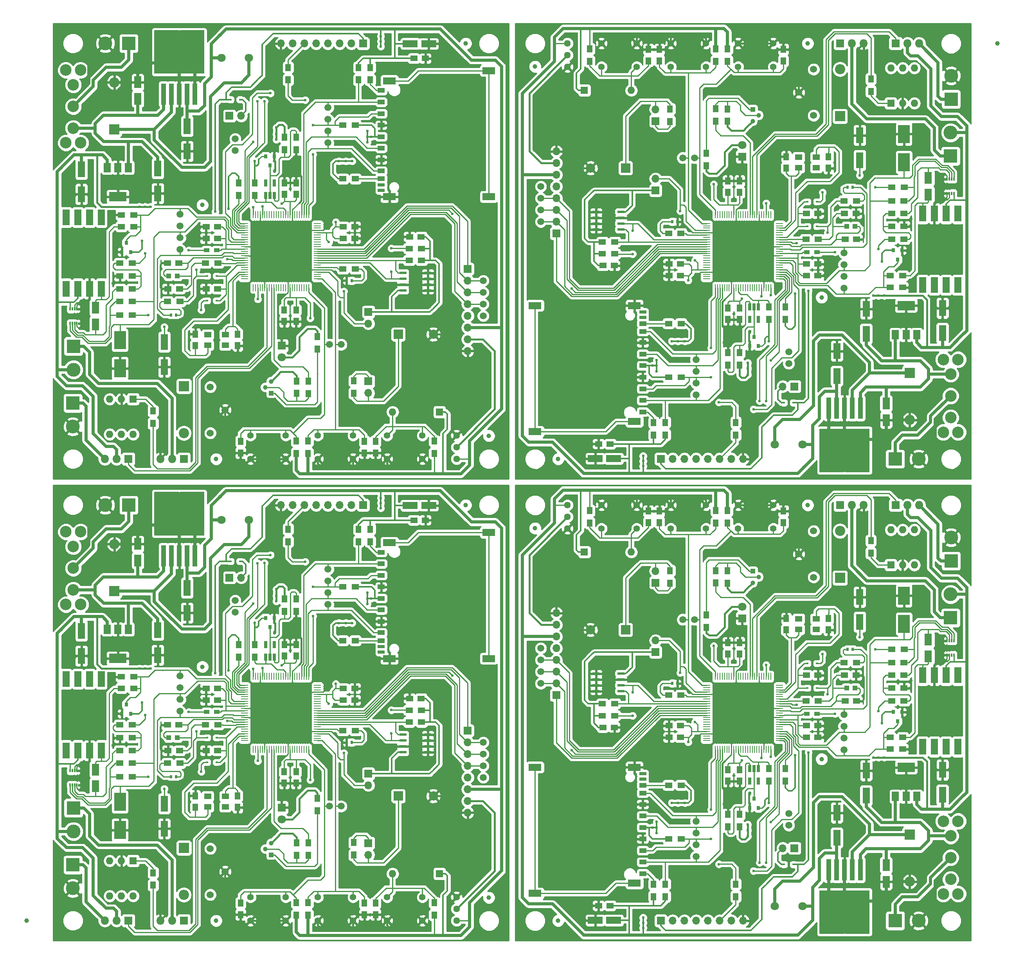
<source format=gbr>
G04 #@! TF.FileFunction,Copper,L1,Top,Signal*
%FSLAX46Y46*%
G04 Gerber Fmt 4.6, Leading zero omitted, Abs format (unit mm)*
G04 Created by KiCad (PCBNEW 4.0.7-e2-6376~58~ubuntu16.04.1) date Sun Nov 18 23:18:58 2018*
%MOMM*%
%LPD*%
G01*
G04 APERTURE LIST*
%ADD10C,0.100000*%
%ADD11C,1.000000*%
%ADD12R,1.500000X1.250000*%
%ADD13R,1.500000X1.300000*%
%ADD14R,1.550000X0.600000*%
%ADD15R,1.500000X0.280000*%
%ADD16R,0.280000X1.500000*%
%ADD17R,1.300000X1.500000*%
%ADD18R,0.650000X1.560000*%
%ADD19R,1.700000X1.700000*%
%ADD20O,1.700000X1.700000*%
%ADD21R,2.000000X2.000000*%
%ADD22C,2.000000*%
%ADD23R,1.600000X1.600000*%
%ADD24O,1.600000X1.600000*%
%ADD25C,1.500000*%
%ADD26R,1.250000X1.500000*%
%ADD27R,0.600000X0.700000*%
%ADD28R,0.800000X0.900000*%
%ADD29C,1.800000*%
%ADD30R,3.200000X1.500000*%
%ADD31R,1.500000X1.000000*%
%ADD32R,1.500000X0.700000*%
%ADD33R,2.800000X1.500000*%
%ADD34R,1.800000X1.800000*%
%ADD35R,1.600000X1.300000*%
%ADD36R,0.600000X0.450000*%
%ADD37R,1.600000X3.500000*%
%ADD38R,2.500000X4.000000*%
%ADD39R,1.050000X1.100000*%
%ADD40R,1.600000X2.600000*%
%ADD41R,3.000000X3.000000*%
%ADD42C,3.000000*%
%ADD43R,2.200000X2.200000*%
%ADD44O,2.200000X2.200000*%
%ADD45C,2.500000*%
%ADD46R,1.100000X4.600000*%
%ADD47R,10.800000X9.400000*%
%ADD48R,5.250000X4.550000*%
%ADD49R,1.200000X0.900000*%
%ADD50R,3.800000X2.000000*%
%ADD51R,1.500000X2.000000*%
%ADD52R,0.300000X0.800000*%
%ADD53R,1.500000X3.500000*%
%ADD54O,1.800000X1.800000*%
%ADD55R,1.000000X1.000000*%
%ADD56C,1.397000*%
%ADD57C,1.524000*%
%ADD58C,1.440000*%
%ADD59C,0.600000*%
%ADD60C,0.250000*%
%ADD61C,0.400000*%
%ADD62C,0.700000*%
%ADD63C,0.300000*%
%ADD64C,0.254000*%
G04 APERTURE END LIST*
D10*
D11*
X-5000000Y-195000000D03*
X205000000Y-5000000D03*
D12*
X63512580Y-147243880D03*
X66012580Y-147243880D03*
D13*
X63412580Y-134327980D03*
X66112580Y-134327980D03*
X80446180Y-149415580D03*
X77746180Y-149415580D03*
D12*
X63512580Y-144703880D03*
X66012580Y-144703880D03*
D13*
X63420200Y-153848000D03*
X66120200Y-153848000D03*
D14*
X81796180Y-158508780D03*
X81796180Y-157238780D03*
X81796180Y-155968780D03*
X81796180Y-154698780D03*
X76396180Y-154698780D03*
X76396180Y-155968780D03*
X76396180Y-157238780D03*
X76396180Y-158508780D03*
D12*
X80346180Y-146875580D03*
X77846180Y-146875580D03*
D13*
X80446180Y-151999880D03*
X77746180Y-151999880D03*
D12*
X36302580Y-147243880D03*
X33802580Y-147243880D03*
D13*
X36402580Y-152577880D03*
X33702580Y-152577880D03*
D15*
X42100580Y-143999880D03*
X42100580Y-144499880D03*
X42100580Y-144999880D03*
X42100580Y-145499880D03*
X42100580Y-145999880D03*
X42100580Y-146499880D03*
X42100580Y-146999880D03*
X42100580Y-147499880D03*
X42100580Y-147999880D03*
X42100580Y-148499880D03*
X42100580Y-148999880D03*
X42100580Y-149499880D03*
X42100580Y-149999880D03*
X42100580Y-150499880D03*
X42100580Y-150999880D03*
X42100580Y-151499880D03*
X42100580Y-151999880D03*
X42100580Y-152499880D03*
X42100580Y-152999880D03*
X42100580Y-153499880D03*
X42100580Y-153999880D03*
X42100580Y-154499880D03*
X42100580Y-154999880D03*
X42100580Y-155499880D03*
X42100580Y-155999880D03*
D16*
X44000580Y-157899880D03*
X44500580Y-157899880D03*
X45000580Y-157899880D03*
X45500580Y-157899880D03*
X46000580Y-157899880D03*
X46500580Y-157899880D03*
X47000580Y-157899880D03*
X47500580Y-157899880D03*
X48000580Y-157899880D03*
X48500580Y-157899880D03*
X49000580Y-157899880D03*
X49500580Y-157899880D03*
X50000580Y-157899880D03*
X50500580Y-157899880D03*
X51000580Y-157899880D03*
X51500580Y-157899880D03*
X52000580Y-157899880D03*
X52500580Y-157899880D03*
X53000580Y-157899880D03*
X53500580Y-157899880D03*
X54000580Y-157899880D03*
X54500580Y-157899880D03*
X55000580Y-157899880D03*
X55500580Y-157899880D03*
X56000580Y-157899880D03*
D15*
X57900580Y-155999880D03*
X57900580Y-155499880D03*
X57900580Y-154999880D03*
X57900580Y-154499880D03*
X57900580Y-153999880D03*
X57900580Y-153499880D03*
X57900580Y-152999880D03*
X57900580Y-152499880D03*
X57900580Y-151999880D03*
X57900580Y-151499880D03*
X57900580Y-150999880D03*
X57900580Y-150499880D03*
X57900580Y-149999880D03*
X57900580Y-149499880D03*
X57900580Y-148999880D03*
X57900580Y-148499880D03*
X57900580Y-147999880D03*
X57900580Y-147499880D03*
X57900580Y-146999880D03*
X57900580Y-146499880D03*
X57900580Y-145999880D03*
X57900580Y-145499880D03*
X57900580Y-144999880D03*
X57900580Y-144499880D03*
X57900580Y-143999880D03*
D16*
X56000580Y-142099880D03*
X55500580Y-142099880D03*
X55000580Y-142099880D03*
X54500580Y-142099880D03*
X54000580Y-142099880D03*
X53500580Y-142099880D03*
X53000580Y-142099880D03*
X52500580Y-142099880D03*
X52000580Y-142099880D03*
X51500580Y-142099880D03*
X51000580Y-142099880D03*
X50500580Y-142099880D03*
X50000580Y-142099880D03*
X49500580Y-142099880D03*
X49000580Y-142099880D03*
X48500580Y-142099880D03*
X48000580Y-142099880D03*
X47500580Y-142099880D03*
X47000580Y-142099880D03*
X46500580Y-142099880D03*
X46000580Y-142099880D03*
X45500580Y-142099880D03*
X45000580Y-142099880D03*
X44500580Y-142099880D03*
X44000580Y-142099880D03*
D12*
X36302580Y-144703880D03*
X33802580Y-144703880D03*
D17*
X40840860Y-135213180D03*
X40840860Y-137913180D03*
X44376920Y-135213180D03*
X44376920Y-137913180D03*
D18*
X46683200Y-137913180D03*
X47633200Y-137913180D03*
X48583200Y-137913180D03*
X48583200Y-135213180D03*
X46683200Y-135213180D03*
D19*
X90416580Y-153840380D03*
D20*
X90416580Y-156380380D03*
X90416580Y-158920380D03*
X90416580Y-161460380D03*
X90416580Y-164000380D03*
X90416580Y-166540380D03*
X90416580Y-169080380D03*
X90416580Y-171620380D03*
D19*
X68933260Y-178188820D03*
D20*
X68933260Y-180728820D03*
D21*
X75400200Y-168000000D03*
D22*
X83000200Y-168000000D03*
D23*
X84328580Y-184836000D03*
D24*
X74168580Y-184836000D03*
D19*
X68933260Y-163152020D03*
D20*
X68933260Y-165692020D03*
D25*
X63056640Y-170218300D03*
D26*
X53277080Y-162717240D03*
X53277080Y-165217240D03*
D17*
X57912580Y-168499880D03*
X57912580Y-171199880D03*
D25*
X93769380Y-164000380D03*
X93769380Y-161460380D03*
X93769380Y-158920380D03*
X93777000Y-156380380D03*
D27*
X65312580Y-156388000D03*
X64212580Y-156388000D03*
D17*
X65786200Y-180788500D03*
X65786200Y-178088500D03*
D25*
X60190580Y-126535380D03*
X60190580Y-123995380D03*
D28*
X48575200Y-129429200D03*
X46675200Y-129429200D03*
X47625200Y-131429200D03*
D26*
X53277080Y-137698880D03*
X53277080Y-135198880D03*
X50737080Y-137698880D03*
X50737080Y-135198880D03*
D17*
X50737080Y-125319880D03*
X50737080Y-128019880D03*
X53277080Y-125319880D03*
X53277080Y-128019880D03*
D29*
X37106580Y-108170380D03*
X43106580Y-108170380D03*
D25*
X60190580Y-121455380D03*
D13*
X66112580Y-122725380D03*
X63412580Y-122725380D03*
D17*
X66802580Y-110206880D03*
X66802580Y-112906880D03*
X69342580Y-110206880D03*
X69342580Y-112906880D03*
D25*
X60190580Y-118915380D03*
D19*
X67780580Y-104999880D03*
D20*
X65240580Y-104999880D03*
X62700580Y-104999880D03*
X60160580Y-104999880D03*
X57620580Y-104999880D03*
X55080580Y-104999880D03*
X52540580Y-104999880D03*
X50000580Y-104999880D03*
D17*
X51562580Y-110206880D03*
X51562580Y-112906880D03*
D12*
X78760580Y-108254880D03*
X81260580Y-108254880D03*
D11*
X90000200Y-105000000D03*
D30*
X77978580Y-105079880D03*
X81978580Y-105079880D03*
D31*
X71696580Y-117696880D03*
X71696580Y-120196880D03*
X71696580Y-122696880D03*
X71696580Y-125196880D03*
X71696580Y-127696880D03*
X71696580Y-130196880D03*
X71696580Y-132626880D03*
X71696580Y-134326880D03*
X71696580Y-115196880D03*
D32*
X71696580Y-135626880D03*
X71696580Y-136826880D03*
D33*
X73496580Y-113121880D03*
X94996580Y-110921880D03*
X94996580Y-138221880D03*
X73496580Y-138221880D03*
D34*
X50165580Y-170484880D03*
D29*
X50165580Y-173024880D03*
D26*
X31496580Y-170464880D03*
X31496580Y-167964880D03*
D25*
X60516640Y-170218300D03*
D35*
X34168580Y-170364880D03*
X37968580Y-170364880D03*
X37968580Y-168064880D03*
X34168580Y-168064880D03*
D36*
X36102580Y-160705880D03*
X34002580Y-160705880D03*
D26*
X40640580Y-167964880D03*
X40640580Y-170464880D03*
D37*
X24757580Y-169682380D03*
X24757580Y-175082380D03*
D38*
X15181780Y-169268880D03*
X15181780Y-175368880D03*
D13*
X17860580Y-155371880D03*
X15160580Y-155371880D03*
D36*
X36102580Y-155371880D03*
X34002580Y-155371880D03*
D12*
X27920580Y-152577880D03*
X25420580Y-152577880D03*
D39*
X25745580Y-155371880D03*
X27595580Y-155371880D03*
D25*
X28186580Y-149649380D03*
X28186580Y-147109380D03*
D40*
X19042580Y-117010380D03*
X19042580Y-113410380D03*
D41*
X17072580Y-104992380D03*
D42*
X11992580Y-104992380D03*
D43*
X13962580Y-123614380D03*
D44*
X13962580Y-113454380D03*
D45*
X5072580Y-123360380D03*
X5072580Y-118661380D03*
X5072580Y-113962380D03*
X3485080Y-110787380D03*
X3485080Y-126535380D03*
X6660080Y-110787380D03*
X6660080Y-126535380D03*
D19*
X38862200Y-120700780D03*
D20*
X41402200Y-120700780D03*
D46*
X24630580Y-115994380D03*
X26330580Y-115994380D03*
X28030580Y-115994380D03*
X29730580Y-115994380D03*
X31430580Y-115994380D03*
D47*
X28030580Y-106844380D03*
D48*
X30805580Y-104419380D03*
X25255580Y-109269380D03*
X25255580Y-104419380D03*
X30805580Y-109269380D03*
D25*
X40106580Y-125654000D03*
D37*
X29710580Y-122946380D03*
X29710580Y-128346380D03*
D36*
X39083180Y-117170780D03*
X41183180Y-117170780D03*
D25*
X40106580Y-128194000D03*
D49*
X36152580Y-149783880D03*
X33952580Y-149783880D03*
D25*
X28186580Y-144569380D03*
D37*
X23360580Y-132090380D03*
X23360580Y-137490380D03*
D25*
X28186580Y-142029380D03*
D37*
X6850580Y-132250380D03*
X6850580Y-137650380D03*
D11*
X33000200Y-140000000D03*
D50*
X14724580Y-138194380D03*
D51*
X14724580Y-131894380D03*
X12424580Y-131894380D03*
X17024580Y-131894380D03*
D13*
X15152580Y-163809880D03*
X17852580Y-163809880D03*
D40*
X9906580Y-162270380D03*
X9906580Y-165870380D03*
D41*
X5106580Y-170590380D03*
D42*
X5106580Y-175670380D03*
D52*
X4356580Y-165620380D03*
X4856580Y-165620380D03*
X5356580Y-165620380D03*
X5856580Y-165620380D03*
X5856580Y-162520380D03*
X5356580Y-162520380D03*
X4856580Y-162520380D03*
X4356580Y-162520380D03*
D13*
X17860580Y-160896500D03*
X15160580Y-160896500D03*
X17860580Y-152577880D03*
X15160580Y-152577880D03*
X17860580Y-158165880D03*
X15160580Y-158165880D03*
X18159920Y-144703880D03*
X15459920Y-144703880D03*
D53*
X11146580Y-142670380D03*
X8606580Y-158140380D03*
X11146580Y-158140380D03*
X6066580Y-158140380D03*
X3526580Y-158140380D03*
X8606580Y-142670380D03*
X6066580Y-142670380D03*
X3526580Y-142670380D03*
D28*
X15585980Y-150183680D03*
X17485980Y-150183680D03*
X16535980Y-148183680D03*
D13*
X18159920Y-142158920D03*
X15459920Y-142158920D03*
D41*
X4992580Y-182912380D03*
D42*
X4992580Y-187992380D03*
D34*
X28992580Y-194992380D03*
D54*
X26452580Y-194992380D03*
X23912580Y-194992380D03*
D43*
X29012080Y-179240380D03*
D44*
X29012080Y-189400380D03*
D23*
X18026580Y-182034380D03*
D24*
X12946580Y-189654380D03*
X15486580Y-182034380D03*
X15486580Y-189654380D03*
X12946580Y-182034380D03*
X18026580Y-189654380D03*
D17*
X22344580Y-184621380D03*
X22344580Y-187321380D03*
D34*
X16992580Y-194992380D03*
D54*
X14452580Y-194992380D03*
X11912580Y-194992380D03*
D12*
X28047580Y-158165880D03*
X25547580Y-158165880D03*
X36302580Y-158165880D03*
X33802580Y-158165880D03*
D27*
X27347580Y-163807340D03*
X26247580Y-163807340D03*
D13*
X28147580Y-160896500D03*
X25447580Y-160896500D03*
D26*
X50727896Y-162723446D03*
X50727896Y-165223446D03*
D17*
X53416780Y-178111240D03*
X53416780Y-180811240D03*
X55961860Y-180821400D03*
X55961860Y-178121400D03*
D11*
X46606660Y-179463900D03*
X47876660Y-178193900D03*
D55*
X47876660Y-180733900D03*
D26*
X41275580Y-191205880D03*
X41275580Y-193705880D03*
D56*
X51057142Y-189919880D03*
X51057142Y-194999880D03*
X43437142Y-189919880D03*
X43437142Y-194999880D03*
D57*
X37932360Y-184388960D03*
X34732360Y-179388960D03*
X34732360Y-189388960D03*
D11*
X36000200Y-195000000D03*
D56*
X65620580Y-189919880D03*
X65620580Y-194999880D03*
X58000580Y-189919880D03*
X58000580Y-194999880D03*
D26*
X68072580Y-191205880D03*
X68072580Y-193705880D03*
D17*
X53340580Y-193805880D03*
X53340580Y-191105880D03*
X55880580Y-193805880D03*
X55880580Y-191105880D03*
D26*
X70485580Y-191205880D03*
X70485580Y-193705880D03*
D58*
X88000580Y-194999880D03*
X88000580Y-192459880D03*
X88000580Y-189919880D03*
D17*
X83185580Y-193805880D03*
X83185580Y-191105880D03*
D11*
X95000200Y-190000000D03*
D56*
X80620580Y-189919880D03*
X80620580Y-194999880D03*
X73000580Y-189919880D03*
X73000580Y-194999880D03*
D12*
X136487420Y-152756120D03*
X133987420Y-152756120D03*
D13*
X136587420Y-165672020D03*
X133887420Y-165672020D03*
X119553820Y-150584420D03*
X122253820Y-150584420D03*
D12*
X136487420Y-155296120D03*
X133987420Y-155296120D03*
D13*
X136579800Y-146152000D03*
X133879800Y-146152000D03*
D14*
X118203820Y-141491220D03*
X118203820Y-142761220D03*
X118203820Y-144031220D03*
X118203820Y-145301220D03*
X123603820Y-145301220D03*
X123603820Y-144031220D03*
X123603820Y-142761220D03*
X123603820Y-141491220D03*
D12*
X119653820Y-153124420D03*
X122153820Y-153124420D03*
D13*
X119553820Y-148000120D03*
X122253820Y-148000120D03*
D12*
X163697420Y-152756120D03*
X166197420Y-152756120D03*
D13*
X163597420Y-147422120D03*
X166297420Y-147422120D03*
D15*
X157899420Y-156000120D03*
X157899420Y-155500120D03*
X157899420Y-155000120D03*
X157899420Y-154500120D03*
X157899420Y-154000120D03*
X157899420Y-153500120D03*
X157899420Y-153000120D03*
X157899420Y-152500120D03*
X157899420Y-152000120D03*
X157899420Y-151500120D03*
X157899420Y-151000120D03*
X157899420Y-150500120D03*
X157899420Y-150000120D03*
X157899420Y-149500120D03*
X157899420Y-149000120D03*
X157899420Y-148500120D03*
X157899420Y-148000120D03*
X157899420Y-147500120D03*
X157899420Y-147000120D03*
X157899420Y-146500120D03*
X157899420Y-146000120D03*
X157899420Y-145500120D03*
X157899420Y-145000120D03*
X157899420Y-144500120D03*
X157899420Y-144000120D03*
D16*
X155999420Y-142100120D03*
X155499420Y-142100120D03*
X154999420Y-142100120D03*
X154499420Y-142100120D03*
X153999420Y-142100120D03*
X153499420Y-142100120D03*
X152999420Y-142100120D03*
X152499420Y-142100120D03*
X151999420Y-142100120D03*
X151499420Y-142100120D03*
X150999420Y-142100120D03*
X150499420Y-142100120D03*
X149999420Y-142100120D03*
X149499420Y-142100120D03*
X148999420Y-142100120D03*
X148499420Y-142100120D03*
X147999420Y-142100120D03*
X147499420Y-142100120D03*
X146999420Y-142100120D03*
X146499420Y-142100120D03*
X145999420Y-142100120D03*
X145499420Y-142100120D03*
X144999420Y-142100120D03*
X144499420Y-142100120D03*
X143999420Y-142100120D03*
D15*
X142099420Y-144000120D03*
X142099420Y-144500120D03*
X142099420Y-145000120D03*
X142099420Y-145500120D03*
X142099420Y-146000120D03*
X142099420Y-146500120D03*
X142099420Y-147000120D03*
X142099420Y-147500120D03*
X142099420Y-148000120D03*
X142099420Y-148500120D03*
X142099420Y-149000120D03*
X142099420Y-149500120D03*
X142099420Y-150000120D03*
X142099420Y-150500120D03*
X142099420Y-151000120D03*
X142099420Y-151500120D03*
X142099420Y-152000120D03*
X142099420Y-152500120D03*
X142099420Y-153000120D03*
X142099420Y-153500120D03*
X142099420Y-154000120D03*
X142099420Y-154500120D03*
X142099420Y-155000120D03*
X142099420Y-155500120D03*
X142099420Y-156000120D03*
D16*
X143999420Y-157900120D03*
X144499420Y-157900120D03*
X144999420Y-157900120D03*
X145499420Y-157900120D03*
X145999420Y-157900120D03*
X146499420Y-157900120D03*
X146999420Y-157900120D03*
X147499420Y-157900120D03*
X147999420Y-157900120D03*
X148499420Y-157900120D03*
X148999420Y-157900120D03*
X149499420Y-157900120D03*
X149999420Y-157900120D03*
X150499420Y-157900120D03*
X150999420Y-157900120D03*
X151499420Y-157900120D03*
X151999420Y-157900120D03*
X152499420Y-157900120D03*
X152999420Y-157900120D03*
X153499420Y-157900120D03*
X153999420Y-157900120D03*
X154499420Y-157900120D03*
X154999420Y-157900120D03*
X155499420Y-157900120D03*
X155999420Y-157900120D03*
D12*
X163697420Y-155296120D03*
X166197420Y-155296120D03*
D17*
X159159140Y-164786820D03*
X159159140Y-162086820D03*
X155623080Y-164786820D03*
X155623080Y-162086820D03*
D18*
X153316800Y-162086820D03*
X152366800Y-162086820D03*
X151416800Y-162086820D03*
X151416800Y-164786820D03*
X153316800Y-164786820D03*
D19*
X109583420Y-146159620D03*
D20*
X109583420Y-143619620D03*
X109583420Y-141079620D03*
X109583420Y-138539620D03*
X109583420Y-135999620D03*
X109583420Y-133459620D03*
X109583420Y-130919620D03*
X109583420Y-128379620D03*
D19*
X131066740Y-121811180D03*
D20*
X131066740Y-119271180D03*
D21*
X124599800Y-132000000D03*
D22*
X116999800Y-132000000D03*
D23*
X115671420Y-115164000D03*
D24*
X125831420Y-115164000D03*
D19*
X131066740Y-136847980D03*
D20*
X131066740Y-134307980D03*
D25*
X136943360Y-129781700D03*
D26*
X146722920Y-137282760D03*
X146722920Y-134782760D03*
D17*
X142087420Y-131500120D03*
X142087420Y-128800120D03*
D25*
X106230620Y-135999620D03*
X106230620Y-138539620D03*
X106230620Y-141079620D03*
X106223000Y-143619620D03*
D27*
X134687420Y-143612000D03*
X135787420Y-143612000D03*
D17*
X134213800Y-119211500D03*
X134213800Y-121911500D03*
D25*
X139809420Y-173464620D03*
X139809420Y-176004620D03*
D28*
X151424800Y-170570800D03*
X153324800Y-170570800D03*
X152374800Y-168570800D03*
D26*
X146722920Y-162301120D03*
X146722920Y-164801120D03*
X149262920Y-162301120D03*
X149262920Y-164801120D03*
D17*
X149262920Y-174680120D03*
X149262920Y-171980120D03*
X146722920Y-174680120D03*
X146722920Y-171980120D03*
D29*
X162893420Y-191829620D03*
X156893420Y-191829620D03*
D25*
X139809420Y-178544620D03*
D13*
X133887420Y-177274620D03*
X136587420Y-177274620D03*
D17*
X133197420Y-189793120D03*
X133197420Y-187093120D03*
X130657420Y-189793120D03*
X130657420Y-187093120D03*
D25*
X139809420Y-181084620D03*
D19*
X132219420Y-195000120D03*
D20*
X134759420Y-195000120D03*
X137299420Y-195000120D03*
X139839420Y-195000120D03*
X142379420Y-195000120D03*
X144919420Y-195000120D03*
X147459420Y-195000120D03*
X149999420Y-195000120D03*
D17*
X148437420Y-189793120D03*
X148437420Y-187093120D03*
D12*
X121239420Y-191745120D03*
X118739420Y-191745120D03*
D11*
X109999800Y-195000000D03*
D30*
X122021420Y-194920120D03*
X118021420Y-194920120D03*
D31*
X128303420Y-182303120D03*
X128303420Y-179803120D03*
X128303420Y-177303120D03*
X128303420Y-174803120D03*
X128303420Y-172303120D03*
X128303420Y-169803120D03*
X128303420Y-167373120D03*
X128303420Y-165673120D03*
X128303420Y-184803120D03*
D32*
X128303420Y-164373120D03*
X128303420Y-163173120D03*
D33*
X126503420Y-186878120D03*
X105003420Y-189078120D03*
X105003420Y-161778120D03*
X126503420Y-161778120D03*
D34*
X149834420Y-129515120D03*
D29*
X149834420Y-126975120D03*
D26*
X168503420Y-129535120D03*
X168503420Y-132035120D03*
D25*
X139483360Y-129781700D03*
D35*
X165831420Y-129635120D03*
X162031420Y-129635120D03*
X162031420Y-131935120D03*
X165831420Y-131935120D03*
D36*
X163897420Y-139294120D03*
X165997420Y-139294120D03*
D26*
X159359420Y-132035120D03*
X159359420Y-129535120D03*
D37*
X175242420Y-130317620D03*
X175242420Y-124917620D03*
D38*
X184818220Y-130731120D03*
X184818220Y-124631120D03*
D13*
X182139420Y-144628120D03*
X184839420Y-144628120D03*
D36*
X163897420Y-144628120D03*
X165997420Y-144628120D03*
D12*
X172079420Y-147422120D03*
X174579420Y-147422120D03*
D39*
X174254420Y-144628120D03*
X172404420Y-144628120D03*
D25*
X171813420Y-150350620D03*
X171813420Y-152890620D03*
D40*
X180957420Y-182989620D03*
X180957420Y-186589620D03*
D41*
X182927420Y-195007620D03*
D42*
X188007420Y-195007620D03*
D43*
X186037420Y-176385620D03*
D44*
X186037420Y-186545620D03*
D45*
X194927420Y-176639620D03*
X194927420Y-181338620D03*
X194927420Y-186037620D03*
X196514920Y-189212620D03*
X196514920Y-173464620D03*
X193339920Y-189212620D03*
X193339920Y-173464620D03*
D19*
X161137800Y-179299220D03*
D20*
X158597800Y-179299220D03*
D46*
X175369420Y-184005620D03*
X173669420Y-184005620D03*
X171969420Y-184005620D03*
X170269420Y-184005620D03*
X168569420Y-184005620D03*
D47*
X171969420Y-193155620D03*
D48*
X169194420Y-195580620D03*
X174744420Y-190730620D03*
X174744420Y-195580620D03*
X169194420Y-190730620D03*
D25*
X159893420Y-174346000D03*
D37*
X170289420Y-177053620D03*
X170289420Y-171653620D03*
D36*
X160916820Y-182829220D03*
X158816820Y-182829220D03*
D25*
X159893420Y-171806000D03*
D49*
X163847420Y-150216120D03*
X166047420Y-150216120D03*
D25*
X171813420Y-155430620D03*
D37*
X176639420Y-167909620D03*
X176639420Y-162509620D03*
D25*
X171813420Y-157970620D03*
D37*
X193149420Y-167749620D03*
X193149420Y-162349620D03*
D11*
X166999800Y-160000000D03*
D50*
X185275420Y-161805620D03*
D51*
X185275420Y-168105620D03*
X187575420Y-168105620D03*
X182975420Y-168105620D03*
D13*
X184847420Y-136190120D03*
X182147420Y-136190120D03*
D40*
X190093420Y-137729620D03*
X190093420Y-134129620D03*
D41*
X194893420Y-129409620D03*
D42*
X194893420Y-124329620D03*
D52*
X195643420Y-134379620D03*
X195143420Y-134379620D03*
X194643420Y-134379620D03*
X194143420Y-134379620D03*
X194143420Y-137479620D03*
X194643420Y-137479620D03*
X195143420Y-137479620D03*
X195643420Y-137479620D03*
D13*
X182139420Y-139103500D03*
X184839420Y-139103500D03*
X182139420Y-147422120D03*
X184839420Y-147422120D03*
X182139420Y-141834120D03*
X184839420Y-141834120D03*
X181840080Y-155296120D03*
X184540080Y-155296120D03*
D53*
X188853420Y-157329620D03*
X191393420Y-141859620D03*
X188853420Y-141859620D03*
X193933420Y-141859620D03*
X196473420Y-141859620D03*
X191393420Y-157329620D03*
X193933420Y-157329620D03*
X196473420Y-157329620D03*
D28*
X184414020Y-149816320D03*
X182514020Y-149816320D03*
X183464020Y-151816320D03*
D13*
X181840080Y-157841080D03*
X184540080Y-157841080D03*
D41*
X195007420Y-117087620D03*
D42*
X195007420Y-112007620D03*
D34*
X171007420Y-105007620D03*
D54*
X173547420Y-105007620D03*
X176087420Y-105007620D03*
D43*
X170987920Y-120759620D03*
D44*
X170987920Y-110599620D03*
D23*
X181973420Y-117965620D03*
D24*
X187053420Y-110345620D03*
X184513420Y-117965620D03*
X184513420Y-110345620D03*
X187053420Y-117965620D03*
X181973420Y-110345620D03*
D17*
X177655420Y-115378620D03*
X177655420Y-112678620D03*
D34*
X183007420Y-105007620D03*
D54*
X185547420Y-105007620D03*
X188087420Y-105007620D03*
D12*
X171952420Y-141834120D03*
X174452420Y-141834120D03*
X163697420Y-141834120D03*
X166197420Y-141834120D03*
D27*
X172652420Y-136192660D03*
X173752420Y-136192660D03*
D13*
X171852420Y-139103500D03*
X174552420Y-139103500D03*
D26*
X149272104Y-137276554D03*
X149272104Y-134776554D03*
D17*
X146583220Y-121888760D03*
X146583220Y-119188760D03*
X144038140Y-119178600D03*
X144038140Y-121878600D03*
D11*
X153393340Y-120536100D03*
X152123340Y-121806100D03*
D55*
X152123340Y-119266100D03*
D26*
X158724420Y-108794120D03*
X158724420Y-106294120D03*
D56*
X148942858Y-110080120D03*
X148942858Y-105000120D03*
X156562858Y-110080120D03*
X156562858Y-105000120D03*
D57*
X162067640Y-115611040D03*
X165267640Y-120611040D03*
X165267640Y-110611040D03*
D11*
X163999800Y-105000000D03*
D56*
X134379420Y-110080120D03*
X134379420Y-105000120D03*
X141999420Y-110080120D03*
X141999420Y-105000120D03*
D26*
X131927420Y-108794120D03*
X131927420Y-106294120D03*
D17*
X146659420Y-106194120D03*
X146659420Y-108894120D03*
X144119420Y-106194120D03*
X144119420Y-108894120D03*
D26*
X129514420Y-108794120D03*
X129514420Y-106294120D03*
D58*
X111999420Y-105000120D03*
X111999420Y-107540120D03*
X111999420Y-110080120D03*
D17*
X116814420Y-106194120D03*
X116814420Y-108894120D03*
D11*
X104999800Y-110000000D03*
D56*
X119379420Y-110080120D03*
X119379420Y-105000120D03*
X126999420Y-110080120D03*
X126999420Y-105000120D03*
D12*
X136487420Y-52756120D03*
X133987420Y-52756120D03*
D13*
X136587420Y-65672020D03*
X133887420Y-65672020D03*
X119553820Y-50584420D03*
X122253820Y-50584420D03*
D12*
X136487420Y-55296120D03*
X133987420Y-55296120D03*
D13*
X136579800Y-46152000D03*
X133879800Y-46152000D03*
D14*
X118203820Y-41491220D03*
X118203820Y-42761220D03*
X118203820Y-44031220D03*
X118203820Y-45301220D03*
X123603820Y-45301220D03*
X123603820Y-44031220D03*
X123603820Y-42761220D03*
X123603820Y-41491220D03*
D12*
X119653820Y-53124420D03*
X122153820Y-53124420D03*
D13*
X119553820Y-48000120D03*
X122253820Y-48000120D03*
D12*
X163697420Y-52756120D03*
X166197420Y-52756120D03*
D13*
X163597420Y-47422120D03*
X166297420Y-47422120D03*
D15*
X157899420Y-56000120D03*
X157899420Y-55500120D03*
X157899420Y-55000120D03*
X157899420Y-54500120D03*
X157899420Y-54000120D03*
X157899420Y-53500120D03*
X157899420Y-53000120D03*
X157899420Y-52500120D03*
X157899420Y-52000120D03*
X157899420Y-51500120D03*
X157899420Y-51000120D03*
X157899420Y-50500120D03*
X157899420Y-50000120D03*
X157899420Y-49500120D03*
X157899420Y-49000120D03*
X157899420Y-48500120D03*
X157899420Y-48000120D03*
X157899420Y-47500120D03*
X157899420Y-47000120D03*
X157899420Y-46500120D03*
X157899420Y-46000120D03*
X157899420Y-45500120D03*
X157899420Y-45000120D03*
X157899420Y-44500120D03*
X157899420Y-44000120D03*
D16*
X155999420Y-42100120D03*
X155499420Y-42100120D03*
X154999420Y-42100120D03*
X154499420Y-42100120D03*
X153999420Y-42100120D03*
X153499420Y-42100120D03*
X152999420Y-42100120D03*
X152499420Y-42100120D03*
X151999420Y-42100120D03*
X151499420Y-42100120D03*
X150999420Y-42100120D03*
X150499420Y-42100120D03*
X149999420Y-42100120D03*
X149499420Y-42100120D03*
X148999420Y-42100120D03*
X148499420Y-42100120D03*
X147999420Y-42100120D03*
X147499420Y-42100120D03*
X146999420Y-42100120D03*
X146499420Y-42100120D03*
X145999420Y-42100120D03*
X145499420Y-42100120D03*
X144999420Y-42100120D03*
X144499420Y-42100120D03*
X143999420Y-42100120D03*
D15*
X142099420Y-44000120D03*
X142099420Y-44500120D03*
X142099420Y-45000120D03*
X142099420Y-45500120D03*
X142099420Y-46000120D03*
X142099420Y-46500120D03*
X142099420Y-47000120D03*
X142099420Y-47500120D03*
X142099420Y-48000120D03*
X142099420Y-48500120D03*
X142099420Y-49000120D03*
X142099420Y-49500120D03*
X142099420Y-50000120D03*
X142099420Y-50500120D03*
X142099420Y-51000120D03*
X142099420Y-51500120D03*
X142099420Y-52000120D03*
X142099420Y-52500120D03*
X142099420Y-53000120D03*
X142099420Y-53500120D03*
X142099420Y-54000120D03*
X142099420Y-54500120D03*
X142099420Y-55000120D03*
X142099420Y-55500120D03*
X142099420Y-56000120D03*
D16*
X143999420Y-57900120D03*
X144499420Y-57900120D03*
X144999420Y-57900120D03*
X145499420Y-57900120D03*
X145999420Y-57900120D03*
X146499420Y-57900120D03*
X146999420Y-57900120D03*
X147499420Y-57900120D03*
X147999420Y-57900120D03*
X148499420Y-57900120D03*
X148999420Y-57900120D03*
X149499420Y-57900120D03*
X149999420Y-57900120D03*
X150499420Y-57900120D03*
X150999420Y-57900120D03*
X151499420Y-57900120D03*
X151999420Y-57900120D03*
X152499420Y-57900120D03*
X152999420Y-57900120D03*
X153499420Y-57900120D03*
X153999420Y-57900120D03*
X154499420Y-57900120D03*
X154999420Y-57900120D03*
X155499420Y-57900120D03*
X155999420Y-57900120D03*
D12*
X163697420Y-55296120D03*
X166197420Y-55296120D03*
D17*
X159159140Y-64786820D03*
X159159140Y-62086820D03*
X155623080Y-64786820D03*
X155623080Y-62086820D03*
D18*
X153316800Y-62086820D03*
X152366800Y-62086820D03*
X151416800Y-62086820D03*
X151416800Y-64786820D03*
X153316800Y-64786820D03*
D19*
X109583420Y-46159620D03*
D20*
X109583420Y-43619620D03*
X109583420Y-41079620D03*
X109583420Y-38539620D03*
X109583420Y-35999620D03*
X109583420Y-33459620D03*
X109583420Y-30919620D03*
X109583420Y-28379620D03*
D19*
X131066740Y-21811180D03*
D20*
X131066740Y-19271180D03*
D21*
X124599800Y-32000000D03*
D22*
X116999800Y-32000000D03*
D23*
X115671420Y-15164000D03*
D24*
X125831420Y-15164000D03*
D19*
X131066740Y-36847980D03*
D20*
X131066740Y-34307980D03*
D25*
X136943360Y-29781700D03*
D26*
X146722920Y-37282760D03*
X146722920Y-34782760D03*
D17*
X142087420Y-31500120D03*
X142087420Y-28800120D03*
D25*
X106230620Y-35999620D03*
X106230620Y-38539620D03*
X106230620Y-41079620D03*
X106223000Y-43619620D03*
D27*
X134687420Y-43612000D03*
X135787420Y-43612000D03*
D17*
X134213800Y-19211500D03*
X134213800Y-21911500D03*
D25*
X139809420Y-73464620D03*
X139809420Y-76004620D03*
D28*
X151424800Y-70570800D03*
X153324800Y-70570800D03*
X152374800Y-68570800D03*
D26*
X146722920Y-62301120D03*
X146722920Y-64801120D03*
X149262920Y-62301120D03*
X149262920Y-64801120D03*
D17*
X149262920Y-74680120D03*
X149262920Y-71980120D03*
X146722920Y-74680120D03*
X146722920Y-71980120D03*
D29*
X162893420Y-91829620D03*
X156893420Y-91829620D03*
D25*
X139809420Y-78544620D03*
D13*
X133887420Y-77274620D03*
X136587420Y-77274620D03*
D17*
X133197420Y-89793120D03*
X133197420Y-87093120D03*
X130657420Y-89793120D03*
X130657420Y-87093120D03*
D25*
X139809420Y-81084620D03*
D19*
X132219420Y-95000120D03*
D20*
X134759420Y-95000120D03*
X137299420Y-95000120D03*
X139839420Y-95000120D03*
X142379420Y-95000120D03*
X144919420Y-95000120D03*
X147459420Y-95000120D03*
X149999420Y-95000120D03*
D17*
X148437420Y-89793120D03*
X148437420Y-87093120D03*
D12*
X121239420Y-91745120D03*
X118739420Y-91745120D03*
D11*
X109999800Y-95000000D03*
D30*
X122021420Y-94920120D03*
X118021420Y-94920120D03*
D31*
X128303420Y-82303120D03*
X128303420Y-79803120D03*
X128303420Y-77303120D03*
X128303420Y-74803120D03*
X128303420Y-72303120D03*
X128303420Y-69803120D03*
X128303420Y-67373120D03*
X128303420Y-65673120D03*
X128303420Y-84803120D03*
D32*
X128303420Y-64373120D03*
X128303420Y-63173120D03*
D33*
X126503420Y-86878120D03*
X105003420Y-89078120D03*
X105003420Y-61778120D03*
X126503420Y-61778120D03*
D34*
X149834420Y-29515120D03*
D29*
X149834420Y-26975120D03*
D26*
X168503420Y-29535120D03*
X168503420Y-32035120D03*
D25*
X139483360Y-29781700D03*
D35*
X165831420Y-29635120D03*
X162031420Y-29635120D03*
X162031420Y-31935120D03*
X165831420Y-31935120D03*
D36*
X163897420Y-39294120D03*
X165997420Y-39294120D03*
D26*
X159359420Y-32035120D03*
X159359420Y-29535120D03*
D37*
X175242420Y-30317620D03*
X175242420Y-24917620D03*
D38*
X184818220Y-30731120D03*
X184818220Y-24631120D03*
D13*
X182139420Y-44628120D03*
X184839420Y-44628120D03*
D36*
X163897420Y-44628120D03*
X165997420Y-44628120D03*
D12*
X172079420Y-47422120D03*
X174579420Y-47422120D03*
D39*
X174254420Y-44628120D03*
X172404420Y-44628120D03*
D25*
X171813420Y-50350620D03*
X171813420Y-52890620D03*
D40*
X180957420Y-82989620D03*
X180957420Y-86589620D03*
D41*
X182927420Y-95007620D03*
D42*
X188007420Y-95007620D03*
D43*
X186037420Y-76385620D03*
D44*
X186037420Y-86545620D03*
D45*
X194927420Y-76639620D03*
X194927420Y-81338620D03*
X194927420Y-86037620D03*
X196514920Y-89212620D03*
X196514920Y-73464620D03*
X193339920Y-89212620D03*
X193339920Y-73464620D03*
D19*
X161137800Y-79299220D03*
D20*
X158597800Y-79299220D03*
D46*
X175369420Y-84005620D03*
X173669420Y-84005620D03*
X171969420Y-84005620D03*
X170269420Y-84005620D03*
X168569420Y-84005620D03*
D47*
X171969420Y-93155620D03*
D48*
X169194420Y-95580620D03*
X174744420Y-90730620D03*
X174744420Y-95580620D03*
X169194420Y-90730620D03*
D25*
X159893420Y-74346000D03*
D37*
X170289420Y-77053620D03*
X170289420Y-71653620D03*
D36*
X160916820Y-82829220D03*
X158816820Y-82829220D03*
D25*
X159893420Y-71806000D03*
D49*
X163847420Y-50216120D03*
X166047420Y-50216120D03*
D25*
X171813420Y-55430620D03*
D37*
X176639420Y-67909620D03*
X176639420Y-62509620D03*
D25*
X171813420Y-57970620D03*
D37*
X193149420Y-67749620D03*
X193149420Y-62349620D03*
D11*
X166999800Y-60000000D03*
D50*
X185275420Y-61805620D03*
D51*
X185275420Y-68105620D03*
X187575420Y-68105620D03*
X182975420Y-68105620D03*
D13*
X184847420Y-36190120D03*
X182147420Y-36190120D03*
D40*
X190093420Y-37729620D03*
X190093420Y-34129620D03*
D41*
X194893420Y-29409620D03*
D42*
X194893420Y-24329620D03*
D52*
X195643420Y-34379620D03*
X195143420Y-34379620D03*
X194643420Y-34379620D03*
X194143420Y-34379620D03*
X194143420Y-37479620D03*
X194643420Y-37479620D03*
X195143420Y-37479620D03*
X195643420Y-37479620D03*
D13*
X182139420Y-39103500D03*
X184839420Y-39103500D03*
X182139420Y-47422120D03*
X184839420Y-47422120D03*
X182139420Y-41834120D03*
X184839420Y-41834120D03*
X181840080Y-55296120D03*
X184540080Y-55296120D03*
D53*
X188853420Y-57329620D03*
X191393420Y-41859620D03*
X188853420Y-41859620D03*
X193933420Y-41859620D03*
X196473420Y-41859620D03*
X191393420Y-57329620D03*
X193933420Y-57329620D03*
X196473420Y-57329620D03*
D28*
X184414020Y-49816320D03*
X182514020Y-49816320D03*
X183464020Y-51816320D03*
D13*
X181840080Y-57841080D03*
X184540080Y-57841080D03*
D41*
X195007420Y-17087620D03*
D42*
X195007420Y-12007620D03*
D34*
X171007420Y-5007620D03*
D54*
X173547420Y-5007620D03*
X176087420Y-5007620D03*
D43*
X170987920Y-20759620D03*
D44*
X170987920Y-10599620D03*
D23*
X181973420Y-17965620D03*
D24*
X187053420Y-10345620D03*
X184513420Y-17965620D03*
X184513420Y-10345620D03*
X187053420Y-17965620D03*
X181973420Y-10345620D03*
D17*
X177655420Y-15378620D03*
X177655420Y-12678620D03*
D34*
X183007420Y-5007620D03*
D54*
X185547420Y-5007620D03*
X188087420Y-5007620D03*
D12*
X171952420Y-41834120D03*
X174452420Y-41834120D03*
X163697420Y-41834120D03*
X166197420Y-41834120D03*
D27*
X172652420Y-36192660D03*
X173752420Y-36192660D03*
D13*
X171852420Y-39103500D03*
X174552420Y-39103500D03*
D26*
X149272104Y-37276554D03*
X149272104Y-34776554D03*
D17*
X146583220Y-21888760D03*
X146583220Y-19188760D03*
X144038140Y-19178600D03*
X144038140Y-21878600D03*
D11*
X153393340Y-20536100D03*
X152123340Y-21806100D03*
D55*
X152123340Y-19266100D03*
D26*
X158724420Y-8794120D03*
X158724420Y-6294120D03*
D56*
X148942858Y-10080120D03*
X148942858Y-5000120D03*
X156562858Y-10080120D03*
X156562858Y-5000120D03*
D57*
X162067640Y-15611040D03*
X165267640Y-20611040D03*
X165267640Y-10611040D03*
D11*
X163999800Y-5000000D03*
D56*
X134379420Y-10080120D03*
X134379420Y-5000120D03*
X141999420Y-10080120D03*
X141999420Y-5000120D03*
D26*
X131927420Y-8794120D03*
X131927420Y-6294120D03*
D17*
X146659420Y-6194120D03*
X146659420Y-8894120D03*
X144119420Y-6194120D03*
X144119420Y-8894120D03*
D26*
X129514420Y-8794120D03*
X129514420Y-6294120D03*
D58*
X111999420Y-5000120D03*
X111999420Y-7540120D03*
X111999420Y-10080120D03*
D17*
X116814420Y-6194120D03*
X116814420Y-8894120D03*
D11*
X104999800Y-10000000D03*
D56*
X119379420Y-10080120D03*
X119379420Y-5000120D03*
X126999420Y-10080120D03*
X126999420Y-5000120D03*
D53*
X11146580Y-42670380D03*
X8606580Y-58140380D03*
X11146580Y-58140380D03*
X6066580Y-58140380D03*
X3526580Y-58140380D03*
X8606580Y-42670380D03*
X6066580Y-42670380D03*
X3526580Y-42670380D03*
D11*
X95000200Y-90000000D03*
X33000200Y-40000000D03*
X90000200Y-5000000D03*
D35*
X34168580Y-70364880D03*
X37968580Y-70364880D03*
X37968580Y-68064880D03*
X34168580Y-68064880D03*
D19*
X90416580Y-53840380D03*
D20*
X90416580Y-56380380D03*
X90416580Y-58920380D03*
X90416580Y-61460380D03*
X90416580Y-64000380D03*
X90416580Y-66540380D03*
X90416580Y-69080380D03*
X90416580Y-71620380D03*
D56*
X65620580Y-89919880D03*
X65620580Y-94999880D03*
X58000580Y-89919880D03*
X58000580Y-94999880D03*
D58*
X88000580Y-94999880D03*
X88000580Y-92459880D03*
X88000580Y-89919880D03*
D57*
X37932360Y-84388960D03*
X34732360Y-79388960D03*
X34732360Y-89388960D03*
D21*
X75400200Y-68000000D03*
D22*
X83000200Y-68000000D03*
D30*
X77978580Y-5079880D03*
X81978580Y-5079880D03*
D12*
X78760580Y-8254880D03*
X81260580Y-8254880D03*
D40*
X9906580Y-62270380D03*
X9906580Y-65870380D03*
D37*
X24757580Y-69682380D03*
X24757580Y-75082380D03*
D38*
X15181780Y-69268880D03*
X15181780Y-75368880D03*
D37*
X23360580Y-32090380D03*
X23360580Y-37490380D03*
D40*
X19042580Y-17010380D03*
X19042580Y-13410380D03*
D37*
X6850580Y-32250380D03*
X6850580Y-37650380D03*
X29710580Y-22946380D03*
X29710580Y-28346380D03*
D26*
X31496580Y-70464880D03*
X31496580Y-67964880D03*
X40640580Y-67964880D03*
X40640580Y-70464880D03*
D12*
X27920580Y-52577880D03*
X25420580Y-52577880D03*
X28047580Y-58165880D03*
X25547580Y-58165880D03*
X63512580Y-47243880D03*
X66012580Y-47243880D03*
D26*
X50727896Y-62723446D03*
X50727896Y-65223446D03*
X53277080Y-37698880D03*
X53277080Y-35198880D03*
D12*
X36302580Y-47243880D03*
X33802580Y-47243880D03*
X63512580Y-44703880D03*
X66012580Y-44703880D03*
D26*
X53277080Y-62717240D03*
X53277080Y-65217240D03*
X50737080Y-37698880D03*
X50737080Y-35198880D03*
D12*
X36302580Y-44703880D03*
X33802580Y-44703880D03*
X36302580Y-58165880D03*
X33802580Y-58165880D03*
X80346180Y-46875580D03*
X77846180Y-46875580D03*
D26*
X68072580Y-91205880D03*
X68072580Y-93705880D03*
X41275580Y-91205880D03*
X41275580Y-93705880D03*
X70485580Y-91205880D03*
X70485580Y-93705880D03*
D43*
X13962580Y-23614380D03*
D44*
X13962580Y-13454380D03*
D36*
X39083180Y-17170780D03*
X41183180Y-17170780D03*
X36102580Y-55371880D03*
X34002580Y-55371880D03*
X36102580Y-60705880D03*
X34002580Y-60705880D03*
D23*
X84328580Y-84836000D03*
D24*
X74168580Y-84836000D03*
D43*
X29012080Y-79240380D03*
D44*
X29012080Y-89400380D03*
D31*
X71696580Y-17696880D03*
X71696580Y-20196880D03*
X71696580Y-22696880D03*
X71696580Y-25196880D03*
X71696580Y-27696880D03*
X71696580Y-30196880D03*
X71696580Y-32626880D03*
X71696580Y-34326880D03*
X71696580Y-15196880D03*
D32*
X71696580Y-35626880D03*
X71696580Y-36826880D03*
D33*
X73496580Y-13121880D03*
X94996580Y-10921880D03*
X94996580Y-38221880D03*
X73496580Y-38221880D03*
D41*
X17072580Y-4992380D03*
D42*
X11992580Y-4992380D03*
D19*
X67780580Y-4999880D03*
D20*
X65240580Y-4999880D03*
X62700580Y-4999880D03*
X60160580Y-4999880D03*
X57620580Y-4999880D03*
X55080580Y-4999880D03*
X52540580Y-4999880D03*
X50000580Y-4999880D03*
D41*
X4992580Y-82912380D03*
D42*
X4992580Y-87992380D03*
D19*
X38862200Y-20700780D03*
D20*
X41402200Y-20700780D03*
D19*
X68933260Y-63152020D03*
D20*
X68933260Y-65692020D03*
D19*
X68933260Y-78188820D03*
D20*
X68933260Y-80728820D03*
D29*
X37106580Y-8170380D03*
X43106580Y-8170380D03*
D49*
X36152580Y-49783880D03*
X33952580Y-49783880D03*
D11*
X46606660Y-79463900D03*
X47876660Y-78193900D03*
D55*
X47876660Y-80733900D03*
D34*
X16992580Y-94992380D03*
D54*
X14452580Y-94992380D03*
X11912580Y-94992380D03*
D34*
X28992580Y-94992380D03*
D54*
X26452580Y-94992380D03*
X23912580Y-94992380D03*
D13*
X17860580Y-52577880D03*
X15160580Y-52577880D03*
D17*
X69342580Y-10206880D03*
X69342580Y-12906880D03*
D13*
X63412580Y-34327980D03*
X66112580Y-34327980D03*
D17*
X66802580Y-10206880D03*
X66802580Y-12906880D03*
D13*
X66112580Y-22725380D03*
X63412580Y-22725380D03*
X17860580Y-55371880D03*
X15160580Y-55371880D03*
X17860580Y-58165880D03*
X15160580Y-58165880D03*
X15152580Y-63809880D03*
X17852580Y-63809880D03*
X17860580Y-60896500D03*
X15160580Y-60896500D03*
D17*
X22344580Y-84621380D03*
X22344580Y-87321380D03*
X55961860Y-80821400D03*
X55961860Y-78121400D03*
X53416780Y-78111240D03*
X53416780Y-80811240D03*
X57912580Y-68499880D03*
X57912580Y-71199880D03*
X65786200Y-80788500D03*
X65786200Y-78088500D03*
X50737080Y-25319880D03*
X50737080Y-28019880D03*
X53277080Y-25319880D03*
X53277080Y-28019880D03*
X44376920Y-35213180D03*
X44376920Y-37913180D03*
X40840860Y-35213180D03*
X40840860Y-37913180D03*
D13*
X36402580Y-52577880D03*
X33702580Y-52577880D03*
D17*
X51562580Y-10206880D03*
X51562580Y-12906880D03*
D13*
X80446180Y-51999880D03*
X77746180Y-51999880D03*
X80446180Y-49415580D03*
X77746180Y-49415580D03*
X18159920Y-44703880D03*
X15459920Y-44703880D03*
X18159920Y-42158920D03*
X15459920Y-42158920D03*
D17*
X55880580Y-93805880D03*
X55880580Y-91105880D03*
X53340580Y-93805880D03*
X53340580Y-91105880D03*
X83185580Y-93805880D03*
X83185580Y-91105880D03*
D45*
X5072580Y-23360380D03*
X5072580Y-18661380D03*
X5072580Y-13962380D03*
X3485080Y-10787380D03*
X3485080Y-26535380D03*
X6660080Y-10787380D03*
X6660080Y-26535380D03*
D56*
X51057142Y-89919880D03*
X51057142Y-94999880D03*
X43437142Y-89919880D03*
X43437142Y-94999880D03*
X80620580Y-89919880D03*
X80620580Y-94999880D03*
X73000580Y-89919880D03*
X73000580Y-94999880D03*
D25*
X40106580Y-28194000D03*
X40106580Y-25654000D03*
X60516640Y-70218300D03*
X60190580Y-18915380D03*
X60190580Y-23995380D03*
X60190580Y-26535380D03*
X60190580Y-21455380D03*
X93769380Y-64000380D03*
X93777000Y-56380380D03*
X93769380Y-58920380D03*
X93769380Y-61460380D03*
X28186580Y-44569380D03*
X28186580Y-42029380D03*
X28186580Y-47109380D03*
X28186580Y-49649380D03*
D52*
X4356580Y-65620380D03*
X4856580Y-65620380D03*
X5356580Y-65620380D03*
X5856580Y-65620380D03*
X5856580Y-62520380D03*
X5356580Y-62520380D03*
X4856580Y-62520380D03*
X4356580Y-62520380D03*
D23*
X18026580Y-82034380D03*
D24*
X12946580Y-89654380D03*
X15486580Y-82034380D03*
X15486580Y-89654380D03*
X12946580Y-82034380D03*
X18026580Y-89654380D03*
D18*
X46683200Y-37913180D03*
X47633200Y-37913180D03*
X48583200Y-37913180D03*
X48583200Y-35213180D03*
X46683200Y-35213180D03*
D28*
X48575200Y-29429200D03*
X46675200Y-29429200D03*
X47625200Y-31429200D03*
D46*
X24630580Y-15994380D03*
X26330580Y-15994380D03*
X28030580Y-15994380D03*
X29730580Y-15994380D03*
X31430580Y-15994380D03*
D47*
X28030580Y-6844380D03*
D48*
X30805580Y-4419380D03*
X25255580Y-9269380D03*
X25255580Y-4419380D03*
X30805580Y-9269380D03*
D50*
X14724580Y-38194380D03*
D51*
X14724580Y-31894380D03*
X12424580Y-31894380D03*
X17024580Y-31894380D03*
D14*
X81796180Y-58508780D03*
X81796180Y-57238780D03*
X81796180Y-55968780D03*
X81796180Y-54698780D03*
X76396180Y-54698780D03*
X76396180Y-55968780D03*
X76396180Y-57238780D03*
X76396180Y-58508780D03*
D28*
X15585980Y-50183680D03*
X17485980Y-50183680D03*
X16535980Y-48183680D03*
D39*
X25745580Y-55371880D03*
X27595580Y-55371880D03*
D41*
X5106580Y-70590380D03*
D42*
X5106580Y-75670380D03*
D15*
X42100580Y-43999880D03*
X42100580Y-44499880D03*
X42100580Y-44999880D03*
X42100580Y-45499880D03*
X42100580Y-45999880D03*
X42100580Y-46499880D03*
X42100580Y-46999880D03*
X42100580Y-47499880D03*
X42100580Y-47999880D03*
X42100580Y-48499880D03*
X42100580Y-48999880D03*
X42100580Y-49499880D03*
X42100580Y-49999880D03*
X42100580Y-50499880D03*
X42100580Y-50999880D03*
X42100580Y-51499880D03*
X42100580Y-51999880D03*
X42100580Y-52499880D03*
X42100580Y-52999880D03*
X42100580Y-53499880D03*
X42100580Y-53999880D03*
X42100580Y-54499880D03*
X42100580Y-54999880D03*
X42100580Y-55499880D03*
X42100580Y-55999880D03*
D16*
X44000580Y-57899880D03*
X44500580Y-57899880D03*
X45000580Y-57899880D03*
X45500580Y-57899880D03*
X46000580Y-57899880D03*
X46500580Y-57899880D03*
X47000580Y-57899880D03*
X47500580Y-57899880D03*
X48000580Y-57899880D03*
X48500580Y-57899880D03*
X49000580Y-57899880D03*
X49500580Y-57899880D03*
X50000580Y-57899880D03*
X50500580Y-57899880D03*
X51000580Y-57899880D03*
X51500580Y-57899880D03*
X52000580Y-57899880D03*
X52500580Y-57899880D03*
X53000580Y-57899880D03*
X53500580Y-57899880D03*
X54000580Y-57899880D03*
X54500580Y-57899880D03*
X55000580Y-57899880D03*
X55500580Y-57899880D03*
X56000580Y-57899880D03*
D15*
X57900580Y-55999880D03*
X57900580Y-55499880D03*
X57900580Y-54999880D03*
X57900580Y-54499880D03*
X57900580Y-53999880D03*
X57900580Y-53499880D03*
X57900580Y-52999880D03*
X57900580Y-52499880D03*
X57900580Y-51999880D03*
X57900580Y-51499880D03*
X57900580Y-50999880D03*
X57900580Y-50499880D03*
X57900580Y-49999880D03*
X57900580Y-49499880D03*
X57900580Y-48999880D03*
X57900580Y-48499880D03*
X57900580Y-47999880D03*
X57900580Y-47499880D03*
X57900580Y-46999880D03*
X57900580Y-46499880D03*
X57900580Y-45999880D03*
X57900580Y-45499880D03*
X57900580Y-44999880D03*
X57900580Y-44499880D03*
X57900580Y-43999880D03*
D16*
X56000580Y-42099880D03*
X55500580Y-42099880D03*
X55000580Y-42099880D03*
X54500580Y-42099880D03*
X54000580Y-42099880D03*
X53500580Y-42099880D03*
X53000580Y-42099880D03*
X52500580Y-42099880D03*
X52000580Y-42099880D03*
X51500580Y-42099880D03*
X51000580Y-42099880D03*
X50500580Y-42099880D03*
X50000580Y-42099880D03*
X49500580Y-42099880D03*
X49000580Y-42099880D03*
X48500580Y-42099880D03*
X48000580Y-42099880D03*
X47500580Y-42099880D03*
X47000580Y-42099880D03*
X46500580Y-42099880D03*
X46000580Y-42099880D03*
X45500580Y-42099880D03*
X45000580Y-42099880D03*
X44500580Y-42099880D03*
X44000580Y-42099880D03*
D27*
X27347580Y-63807340D03*
X26247580Y-63807340D03*
X65312580Y-56388000D03*
X64212580Y-56388000D03*
D34*
X50165580Y-70484880D03*
D29*
X50165580Y-73024880D03*
D13*
X28147580Y-60896500D03*
X25447580Y-60896500D03*
X63420200Y-53848000D03*
X66120200Y-53848000D03*
D25*
X63056640Y-70218300D03*
D11*
X36000200Y-95000000D03*
D59*
X30698640Y-145979080D03*
X31674000Y-145981620D03*
X15506900Y-146532800D03*
X24445160Y-156649620D03*
X13601900Y-157023000D03*
X41709540Y-158290460D03*
X57543900Y-157541160D03*
X42524880Y-157475120D03*
X42342000Y-142186860D03*
X19111160Y-138196520D03*
X13982900Y-143406060D03*
X19101000Y-136855400D03*
X4606580Y-138870380D03*
X9106580Y-138870380D03*
X49022200Y-127660600D03*
X81003340Y-160906660D03*
X58183980Y-158181240D03*
X86449100Y-106535420D03*
X87510820Y-106535420D03*
X53277080Y-130238700D03*
X53277080Y-130238700D03*
X53277080Y-130238700D03*
X52425800Y-130238700D03*
X54114900Y-130238700D03*
X169301360Y-154020920D03*
X168326000Y-154018380D03*
X184493100Y-153467200D03*
X175554840Y-143350380D03*
X186398100Y-142977000D03*
X158290460Y-141709540D03*
X142456100Y-142458840D03*
X157475120Y-142524880D03*
X157658000Y-157813140D03*
X180888840Y-161803480D03*
X186017100Y-156593940D03*
X180899000Y-163144600D03*
X195393420Y-161129620D03*
X190893420Y-161129620D03*
X150977800Y-172339400D03*
X118996660Y-139093340D03*
X141816020Y-141818760D03*
X113550900Y-193464580D03*
X112489180Y-193464580D03*
X146722920Y-169761300D03*
X146722920Y-169761300D03*
X146722920Y-169761300D03*
X147574200Y-169761300D03*
X145885100Y-169761300D03*
X169301360Y-54020920D03*
X168326000Y-54018380D03*
X184493100Y-53467200D03*
X175554840Y-43350380D03*
X186398100Y-42977000D03*
X158290460Y-41709540D03*
X142456100Y-42458840D03*
X157475120Y-42524880D03*
X157658000Y-57813140D03*
X180888840Y-61803480D03*
X186017100Y-56593940D03*
X180899000Y-63144600D03*
X195393420Y-61129620D03*
X190893420Y-61129620D03*
X150977800Y-72339400D03*
X118996660Y-39093340D03*
X141816020Y-41818760D03*
X113550900Y-93464580D03*
X112489180Y-93464580D03*
X146722920Y-69761300D03*
X146722920Y-69761300D03*
X146722920Y-69761300D03*
X147574200Y-69761300D03*
X145885100Y-69761300D03*
X9106580Y-38870380D03*
X4606580Y-38870380D03*
X49022200Y-27660600D03*
X13601900Y-57023000D03*
X15506900Y-46532800D03*
X42342000Y-42186860D03*
X53277080Y-30238700D03*
X53277080Y-30238700D03*
X52425800Y-30238700D03*
X53277080Y-30238700D03*
X54114900Y-30238700D03*
X31674000Y-45981620D03*
X30698640Y-45979080D03*
X57543900Y-57541160D03*
X58183980Y-58181240D03*
X41709540Y-58290460D03*
X42524880Y-57475120D03*
X19101000Y-36855400D03*
X87510820Y-6535420D03*
X86449100Y-6535420D03*
X13982900Y-43406060D03*
X19111160Y-38196520D03*
X24445160Y-56649620D03*
X81003340Y-60906660D03*
X19936660Y-147762160D03*
X44374000Y-130480000D03*
X62568020Y-130518100D03*
X69578420Y-125199340D03*
X64074240Y-130518100D03*
X68684340Y-125199340D03*
X68684340Y-123985220D03*
X68684340Y-126433780D03*
X65425520Y-130518100D03*
X71623120Y-104541520D03*
X71623120Y-105648960D03*
X71623120Y-103441700D03*
X180063340Y-152237840D03*
X155626000Y-169520000D03*
X137431980Y-169481900D03*
X130421580Y-174800660D03*
X135925760Y-169481900D03*
X131315660Y-174800660D03*
X131315660Y-176014780D03*
X131315660Y-173566220D03*
X134574480Y-169481900D03*
X128376880Y-195458480D03*
X128376880Y-194351040D03*
X128376880Y-196558300D03*
X180063340Y-52237840D03*
X155626000Y-69520000D03*
X137431980Y-69481900D03*
X130421580Y-74800660D03*
X135925760Y-69481900D03*
X131315660Y-74800660D03*
X131315660Y-76014780D03*
X131315660Y-73566220D03*
X134574480Y-69481900D03*
X128376880Y-95458480D03*
X128376880Y-94351040D03*
X128376880Y-96558300D03*
X44374000Y-30480000D03*
X68684340Y-26433780D03*
X68684340Y-23985220D03*
X68684340Y-25199340D03*
X69578420Y-25199340D03*
X62568020Y-30518100D03*
X64074240Y-30518100D03*
X65425520Y-30518100D03*
X71623120Y-3441700D03*
X71623120Y-4541520D03*
X71623120Y-5648960D03*
X19936660Y-47762160D03*
X21336580Y-163804680D03*
X24765200Y-166421000D03*
X178663420Y-136195320D03*
X175234800Y-133579000D03*
X178663420Y-36195320D03*
X175234800Y-33579000D03*
X24765200Y-66421000D03*
X21336580Y-63804680D03*
X20663100Y-150431700D03*
X20663100Y-140350440D03*
X21823880Y-140350440D03*
X19410880Y-140350440D03*
X48996800Y-125852120D03*
X48996800Y-123215600D03*
X48996800Y-124604980D03*
X179336900Y-149568300D03*
X179336900Y-159649560D03*
X178176120Y-159649560D03*
X180589120Y-159649560D03*
X151003200Y-174147880D03*
X151003200Y-176784400D03*
X151003200Y-175395020D03*
X179336900Y-49568300D03*
X179336900Y-59649560D03*
X178176120Y-59649560D03*
X180589120Y-59649560D03*
X151003200Y-74147880D03*
X151003200Y-76784400D03*
X151003200Y-75395020D03*
X20663100Y-50431700D03*
X19410880Y-40350440D03*
X21823880Y-40350440D03*
X20663100Y-40350440D03*
X48996800Y-25852120D03*
X48996800Y-24604980D03*
X48996800Y-23215600D03*
X31707020Y-153997860D03*
X30073800Y-149789080D03*
X45001380Y-160401200D03*
X56339940Y-164518540D03*
X46002140Y-140264080D03*
X50208380Y-139690040D03*
X60383620Y-148031400D03*
X63627200Y-158674000D03*
X61874600Y-143675300D03*
X168292980Y-146002140D03*
X169926200Y-150210920D03*
X154998620Y-139598800D03*
X143660060Y-135481460D03*
X153997860Y-159735920D03*
X149791620Y-160309960D03*
X139616380Y-151968600D03*
X136372800Y-141326000D03*
X138125400Y-156324700D03*
X168292980Y-46002140D03*
X169926200Y-50210920D03*
X154998620Y-39598800D03*
X143660060Y-35481460D03*
X153997860Y-59735920D03*
X149791620Y-60309960D03*
X139616380Y-51968600D03*
X136372800Y-41326000D03*
X138125400Y-56324700D03*
X61874600Y-43675300D03*
X63627200Y-58674000D03*
X50208380Y-39690040D03*
X46002140Y-40264080D03*
X45001380Y-60401200D03*
X31707020Y-53997860D03*
X30073800Y-49789080D03*
X60383620Y-48031400D03*
X56339940Y-64518540D03*
X38707260Y-140784780D03*
X35824360Y-141424860D03*
X161292740Y-159215220D03*
X164175640Y-158575140D03*
X161292740Y-59215220D03*
X164175640Y-58575140D03*
X38707260Y-40784780D03*
X35824360Y-41424860D03*
X38430400Y-151739800D03*
X55250280Y-117241520D03*
X161569600Y-148260200D03*
X144749720Y-182758480D03*
X161569600Y-48260200D03*
X144749720Y-82758480D03*
X55250280Y-17241520D03*
X38430400Y-51739800D03*
X32776740Y-162737880D03*
X167223260Y-137262120D03*
X167223260Y-37262120D03*
X32776740Y-62737880D03*
X56921600Y-122725380D03*
X56921980Y-129049600D03*
X143078400Y-177274620D03*
X143078020Y-170950400D03*
X143078400Y-77274620D03*
X143078020Y-70950400D03*
X56921980Y-29049600D03*
X56921600Y-22725380D03*
X44013320Y-126344880D03*
X155986680Y-173655120D03*
X155986680Y-73655120D03*
X44013320Y-26344880D03*
X47744580Y-115791180D03*
X152255420Y-184208820D03*
X152255420Y-84208820D03*
X47744580Y-15791180D03*
X46423780Y-117543780D03*
X153576220Y-182456220D03*
X153576220Y-82456220D03*
X46423780Y-17543780D03*
X44958200Y-117566640D03*
X155041800Y-182433360D03*
X155041800Y-82433360D03*
X44958200Y-17566640D03*
X87114580Y-141902380D03*
X112885420Y-158097620D03*
X112885420Y-58097620D03*
X87114580Y-41902380D03*
X43998080Y-140454580D03*
X156001920Y-159545420D03*
X156001920Y-59545420D03*
X43998080Y-40454580D03*
X73906580Y-154475380D03*
X73906580Y-149395380D03*
X126093420Y-145524620D03*
X126093420Y-150604620D03*
X126093420Y-45524620D03*
X126093420Y-50604620D03*
X73906580Y-49395380D03*
X73906580Y-54475380D03*
D60*
X68933260Y-182488920D02*
X72177220Y-182488920D01*
X65786200Y-181788500D02*
X66484700Y-182487000D01*
X66484700Y-182487000D02*
X66484700Y-182488920D01*
X68933260Y-182488920D02*
X66484700Y-182488920D01*
X68933260Y-181930901D02*
X68933260Y-182488920D01*
X68933260Y-180728820D02*
X68933260Y-181930901D01*
X75406580Y-179259560D02*
X75406580Y-171620380D01*
X72177220Y-182488920D02*
X75406580Y-179259560D01*
X65786200Y-180788500D02*
X65786200Y-181788500D01*
X75400200Y-171614000D02*
X75400200Y-168000000D01*
X75406580Y-171620380D02*
X75400200Y-171614000D01*
X131066740Y-117511080D02*
X127822780Y-117511080D01*
X134213800Y-118211500D02*
X133515300Y-117513000D01*
X133515300Y-117513000D02*
X133515300Y-117511080D01*
X131066740Y-117511080D02*
X133515300Y-117511080D01*
X131066740Y-118069099D02*
X131066740Y-117511080D01*
X131066740Y-119271180D02*
X131066740Y-118069099D01*
X124593420Y-120740440D02*
X124593420Y-128379620D01*
X127822780Y-117511080D02*
X124593420Y-120740440D01*
X134213800Y-119211500D02*
X134213800Y-118211500D01*
X124599800Y-128386000D02*
X124599800Y-132000000D01*
X124593420Y-128379620D02*
X124599800Y-128386000D01*
X131066740Y-17511080D02*
X127822780Y-17511080D01*
X134213800Y-18211500D02*
X133515300Y-17513000D01*
X133515300Y-17513000D02*
X133515300Y-17511080D01*
X131066740Y-17511080D02*
X133515300Y-17511080D01*
X131066740Y-18069099D02*
X131066740Y-17511080D01*
X131066740Y-19271180D02*
X131066740Y-18069099D01*
X124593420Y-20740440D02*
X124593420Y-28379620D01*
X127822780Y-17511080D02*
X124593420Y-20740440D01*
X134213800Y-19211500D02*
X134213800Y-18211500D01*
X124599800Y-28386000D02*
X124599800Y-32000000D01*
X124593420Y-28379620D02*
X124599800Y-28386000D01*
X75406580Y-71620380D02*
X75400200Y-71614000D01*
X75400200Y-71614000D02*
X75400200Y-68000000D01*
X68933260Y-82488920D02*
X66484700Y-82488920D01*
X65786200Y-80788500D02*
X65786200Y-81788500D01*
X66484700Y-82487000D02*
X66484700Y-82488920D01*
X65786200Y-81788500D02*
X66484700Y-82487000D01*
X68933260Y-82488920D02*
X72177220Y-82488920D01*
X72177220Y-82488920D02*
X75406580Y-79259560D01*
X75406580Y-79259560D02*
X75406580Y-71620380D01*
X68933260Y-80728820D02*
X68933260Y-81930901D01*
X68933260Y-81930901D02*
X68933260Y-82488920D01*
X54105120Y-133484700D02*
X53277080Y-133484700D01*
X56900580Y-145499880D02*
X56896480Y-145503980D01*
X45500580Y-143845480D02*
X44000620Y-143845480D01*
D61*
X54105120Y-133484700D02*
X50742160Y-133484700D01*
D60*
X31674000Y-145981620D02*
X30701180Y-145981620D01*
X32118880Y-145981620D02*
X31674000Y-145981620D01*
X32118880Y-145981620D02*
X32118880Y-145387580D01*
X23848960Y-157849200D02*
X23848960Y-156644540D01*
X23848960Y-156644540D02*
X23848960Y-152950680D01*
X15265600Y-146532800D02*
X15506900Y-146532800D01*
X15585980Y-150183680D02*
X14935980Y-150183680D01*
X15160580Y-155371880D02*
X14160580Y-155371880D01*
X13601900Y-155930560D02*
X13601900Y-157023000D01*
X14160580Y-155371880D02*
X13601900Y-155930560D01*
X24221760Y-152577880D02*
X24420580Y-152577880D01*
X5856580Y-161720380D02*
X6106580Y-161470380D01*
X5356580Y-161620380D02*
X5806580Y-161170380D01*
X6106580Y-161470380D02*
X6106580Y-161170380D01*
X5856580Y-162520380D02*
X5856580Y-161720380D01*
X7606580Y-165970380D02*
X7576580Y-165940380D01*
X6906580Y-166670380D02*
X7606580Y-165970380D01*
X5856580Y-166270380D02*
X6256580Y-166670380D01*
X6256580Y-166670380D02*
X6906580Y-166670380D01*
X7576580Y-165940380D02*
X7576580Y-161170380D01*
X5806580Y-161170380D02*
X6106580Y-161170380D01*
X8606580Y-158140380D02*
X8606580Y-160140380D01*
X7576580Y-161170380D02*
X6106580Y-161170380D01*
X8606580Y-160140380D02*
X7576580Y-161170380D01*
X5856580Y-165620380D02*
X5856580Y-166270380D01*
X5356580Y-162520380D02*
X5356580Y-161620380D01*
X32118880Y-145387580D02*
X32802580Y-144703880D01*
X46500580Y-156899880D02*
X46500580Y-157899880D01*
X32118880Y-146560180D02*
X32118880Y-145981620D01*
X14402000Y-147396400D02*
X15265600Y-146532800D01*
D62*
X3945200Y-121033620D02*
X2492320Y-119580740D01*
X8460081Y-108524879D02*
X11992580Y-104992380D01*
X15567860Y-113454380D02*
X15651800Y-113370440D01*
X19042580Y-110980680D02*
X16436280Y-110980680D01*
X13962580Y-113454380D02*
X15567860Y-113454380D01*
X15651800Y-113370440D02*
X15651800Y-114340980D01*
X15651800Y-111765160D02*
X15651800Y-113370440D01*
D60*
X50165580Y-168516880D02*
X50165580Y-170484880D01*
X49263500Y-167614800D02*
X49713080Y-168064380D01*
X49713080Y-168064380D02*
X50165580Y-168516880D01*
X50727896Y-167049564D02*
X49713080Y-168064380D01*
X51500580Y-158899880D02*
X49263500Y-161136960D01*
X46500580Y-155275480D02*
X46500580Y-156899880D01*
X42941440Y-157058560D02*
X41709540Y-158290460D01*
X42941440Y-157058560D02*
X42524880Y-157475120D01*
D61*
X18686580Y-138196520D02*
X19111160Y-138196520D01*
X18684440Y-138194380D02*
X18686580Y-138196520D01*
X14724580Y-138194380D02*
X18684440Y-138194380D01*
X19111160Y-136865560D02*
X19101000Y-136855400D01*
X19111160Y-138196520D02*
X19111160Y-136865560D01*
D62*
X31430580Y-105044380D02*
X30805580Y-104419380D01*
X25255580Y-109269380D02*
X30805580Y-109269380D01*
X30805580Y-109269380D02*
X30805580Y-104419380D01*
X30805580Y-104419380D02*
X25255580Y-104419380D01*
X28030580Y-112994380D02*
X28030580Y-106844380D01*
X31430580Y-115994380D02*
X31430580Y-105044380D01*
X25255580Y-104419380D02*
X25255580Y-109269380D01*
X19042580Y-110980680D02*
X20753880Y-109269380D01*
X20753880Y-109269380D02*
X25255580Y-109269380D01*
X19042580Y-113410380D02*
X19042580Y-110980680D01*
D60*
X13982900Y-142532300D02*
X13982900Y-143406060D01*
X14356280Y-142158920D02*
X13982900Y-142532300D01*
X32802580Y-144703880D02*
X33802580Y-144703880D01*
X33802580Y-147243880D02*
X32802580Y-147243880D01*
X14935980Y-150183680D02*
X14402000Y-149649700D01*
X14402000Y-149649700D02*
X14402000Y-147396400D01*
X32802580Y-147243880D02*
X32118880Y-146560180D01*
D62*
X8460081Y-113615519D02*
X8460081Y-108524879D01*
X5898460Y-116177140D02*
X8460081Y-113615519D01*
D60*
X63309700Y-156388000D02*
X64212580Y-156388000D01*
X60921580Y-153999880D02*
X63309700Y-156388000D01*
X57900580Y-153999880D02*
X60921580Y-153999880D01*
X46500580Y-155275480D02*
X44724520Y-155275480D01*
X46500580Y-151180880D02*
X46500580Y-155275480D01*
X67020080Y-144696380D02*
X68064580Y-144696380D01*
X67012580Y-144703880D02*
X67020080Y-144696380D01*
X66012580Y-144703880D02*
X67012580Y-144703880D01*
X68064580Y-144696380D02*
X68064580Y-143680380D01*
X68064580Y-146474380D02*
X68064580Y-144696380D01*
X77421180Y-157238780D02*
X81796180Y-157238780D01*
X76396180Y-157238780D02*
X77421180Y-157238780D01*
X46335480Y-151015780D02*
X46500580Y-151180880D01*
X43116480Y-151015780D02*
X46335480Y-151015780D01*
X51500580Y-157899880D02*
X51500580Y-158899880D01*
X81796180Y-154698780D02*
X82821180Y-154698780D01*
X83462060Y-160495180D02*
X83050580Y-160906660D01*
X83436540Y-158508780D02*
X83462060Y-158534300D01*
X82821180Y-154698780D02*
X83462060Y-155339660D01*
D61*
X89255800Y-171615300D02*
X88112800Y-171615300D01*
X84497500Y-168000000D02*
X83000200Y-168000000D01*
X88112800Y-171615300D02*
X84497500Y-168000000D01*
D60*
X46500580Y-147151680D02*
X45500580Y-146151680D01*
X46500580Y-148996480D02*
X46500580Y-147151680D01*
X46500580Y-151180880D02*
X46500580Y-148996480D01*
X83050580Y-160906660D02*
X81003340Y-160906660D01*
X49477240Y-134150180D02*
X49477240Y-138910140D01*
D61*
X53975571Y-139518823D02*
X54441170Y-139053224D01*
X53973697Y-139518823D02*
X53975571Y-139518823D01*
D60*
X52500580Y-140991940D02*
X53973697Y-139518823D01*
X52500580Y-142099880D02*
X52500580Y-140991940D01*
X48575200Y-129429200D02*
X48575200Y-128107600D01*
X48575200Y-128107600D02*
X49022200Y-127660600D01*
D62*
X16436280Y-110980680D02*
X15651800Y-111765160D01*
X28030580Y-115994380D02*
X28030580Y-112994380D01*
D61*
X24991260Y-183294220D02*
X24991260Y-193913700D01*
X21841660Y-180144620D02*
X24991260Y-183294220D01*
X15882820Y-180144620D02*
X21841660Y-180144620D01*
X37930020Y-185468930D02*
X37930020Y-194348300D01*
X24812579Y-194092381D02*
X24812579Y-194090101D01*
X24991260Y-193913700D02*
X23912580Y-194992380D01*
D60*
X14356280Y-142158920D02*
X15459920Y-142158920D01*
D61*
X23912580Y-194992380D02*
X24812579Y-194092381D01*
X39280099Y-195698379D02*
X41272660Y-195698379D01*
X41272660Y-195698379D02*
X41774379Y-195698379D01*
X41275580Y-193705880D02*
X41275580Y-195695459D01*
X41275580Y-195695459D02*
X41272660Y-195698379D01*
X37930020Y-194348300D02*
X39280099Y-195698379D01*
X15486580Y-182034380D02*
X15486580Y-180540860D01*
X37932360Y-184388960D02*
X37932360Y-185466590D01*
X15486580Y-180540860D02*
X15882820Y-180144620D01*
D62*
X3945200Y-116177140D02*
X5898460Y-116177140D01*
X2492320Y-117630020D02*
X3945200Y-116177140D01*
X2492320Y-119580740D02*
X2492320Y-117630020D01*
D60*
X43100580Y-150999880D02*
X43116480Y-151015780D01*
X42100580Y-150999880D02*
X43100580Y-150999880D01*
X43103980Y-148996480D02*
X46500580Y-148996480D01*
X43100580Y-148999880D02*
X43103980Y-148996480D01*
D61*
X37932360Y-185466590D02*
X37930020Y-185468930D01*
X42738643Y-195698379D02*
X41774379Y-195698379D01*
X43437142Y-194999880D02*
X42738643Y-195698379D01*
X51057142Y-194999880D02*
X43437142Y-194999880D01*
D60*
X24165640Y-158165880D02*
X23848960Y-157849200D01*
X25547580Y-158165880D02*
X24165640Y-158165880D01*
X24440080Y-156644540D02*
X24445160Y-156649620D01*
X23848960Y-156644540D02*
X24440080Y-156644540D01*
X60165860Y-142770380D02*
X61862580Y-142770380D01*
X59702900Y-143233340D02*
X60165860Y-142770380D01*
X57900580Y-145499880D02*
X59133080Y-145499880D01*
X44000620Y-143845480D02*
X42342000Y-142186860D01*
X59702900Y-144930060D02*
X59702900Y-143233340D01*
X59133080Y-145499880D02*
X59702900Y-144930060D01*
X55252820Y-155250080D02*
X57543900Y-157541160D01*
X66012580Y-147243880D02*
X67012580Y-147243880D01*
X83462060Y-159149660D02*
X83462060Y-160495180D01*
X56896480Y-145503980D02*
X55593180Y-145503980D01*
X55593180Y-145503980D02*
X52500580Y-145503980D01*
X45500580Y-146151680D02*
X45500580Y-143845480D01*
X45500580Y-143845480D02*
X45500580Y-142099880D01*
X24420580Y-152577880D02*
X25420580Y-152577880D01*
X23848960Y-152950680D02*
X24221760Y-152577880D01*
X42100580Y-148999880D02*
X43100580Y-148999880D01*
D61*
X41275580Y-193705880D02*
X41275580Y-193830880D01*
X94480580Y-173144380D02*
X94480580Y-183558380D01*
X90416580Y-171620380D02*
X92956580Y-171620380D01*
X92956580Y-171620380D02*
X94480580Y-173144380D01*
X68069660Y-194708800D02*
X68069660Y-196512380D01*
X68072580Y-193705880D02*
X68072580Y-194705880D01*
X68069660Y-196512380D02*
X70502980Y-196512380D01*
X68072580Y-194705880D02*
X68069660Y-194708800D01*
X70502980Y-196512380D02*
X73002340Y-196512380D01*
X70485580Y-193705880D02*
X70485580Y-196494980D01*
X65631260Y-196512380D02*
X68069660Y-196512380D01*
X65620580Y-196501700D02*
X65631260Y-196512380D01*
X70485580Y-196494980D02*
X70502980Y-196512380D01*
D60*
X49263500Y-161136960D02*
X49263500Y-167614800D01*
X53277080Y-165217240D02*
X53277080Y-166331720D01*
X50727896Y-165223446D02*
X50727896Y-167049564D01*
X52559236Y-167049564D02*
X50727896Y-167049564D01*
X53277080Y-166331720D02*
X52559236Y-167049564D01*
X6850580Y-137650380D02*
X7900580Y-137650380D01*
X5800580Y-137650380D02*
X4606580Y-138844380D01*
X6850580Y-137650380D02*
X5800580Y-137650380D01*
X4606580Y-138844380D02*
X4606580Y-138870380D01*
X7900580Y-137650380D02*
X8706580Y-138456380D01*
X8706580Y-138456380D02*
X8706580Y-138470380D01*
X8706580Y-138456380D02*
X8806580Y-138556380D01*
X8706580Y-138470380D02*
X9106580Y-138870380D01*
X49477240Y-138910140D02*
X49261340Y-139126040D01*
X49261340Y-139126040D02*
X48745740Y-139126040D01*
D61*
X50737080Y-133489780D02*
X50737080Y-135198880D01*
X54441170Y-133820750D02*
X54105120Y-133484700D01*
X50742160Y-133484700D02*
X50737080Y-133489780D01*
D60*
X50742160Y-133484700D02*
X50142720Y-133484700D01*
X48575580Y-138955880D02*
X48575580Y-137925880D01*
X48745740Y-139126040D02*
X48575580Y-138955880D01*
D61*
X53277080Y-133484700D02*
X53277080Y-135198880D01*
D60*
X50142720Y-133484700D02*
X49477240Y-134150180D01*
X30701180Y-145981620D02*
X30698640Y-145979080D01*
D61*
X54441170Y-139053224D02*
X54441170Y-133820750D01*
D62*
X13347900Y-116644880D02*
X11285040Y-116644880D01*
X11285040Y-116644880D02*
X6896300Y-121033620D01*
X6896300Y-121033620D02*
X3945200Y-121033620D01*
X15651800Y-114340980D02*
X13347900Y-116644880D01*
D60*
X82821300Y-157238900D02*
X83462060Y-157238900D01*
X81796180Y-158508780D02*
X83436540Y-158508780D01*
X82821180Y-157238780D02*
X82821300Y-157238900D01*
X83462060Y-158534300D02*
X83462060Y-159149660D01*
X83456860Y-155968780D02*
X83462060Y-155973980D01*
X81796180Y-157238780D02*
X82821180Y-157238780D01*
X81796180Y-155968780D02*
X83456860Y-155968780D01*
X83462060Y-157238900D02*
X83462060Y-158534300D01*
X52500580Y-149734880D02*
X51500580Y-150734880D01*
X51500580Y-150734880D02*
X51500580Y-153936780D01*
X51500580Y-153936780D02*
X51500580Y-157899880D01*
X53277080Y-133484700D02*
X50742160Y-133484700D01*
X64406580Y-142770380D02*
X64762580Y-142770380D01*
X51563680Y-153999880D02*
X51500580Y-153936780D01*
X52500580Y-142099880D02*
X52500580Y-145503980D01*
D61*
X81978580Y-105079880D02*
X84279820Y-105079880D01*
X54114900Y-130238700D02*
X52425800Y-130238700D01*
X53277080Y-130238700D02*
X53277080Y-128019880D01*
X53277080Y-133484700D02*
X53277080Y-130238700D01*
X53277080Y-130238700D02*
X54114900Y-130238700D01*
D60*
X61862580Y-142770380D02*
X64762580Y-142770380D01*
X67020080Y-147236380D02*
X67302580Y-147236380D01*
X67154580Y-142770380D02*
X64762580Y-142770380D01*
X68064580Y-143680380D02*
X67154580Y-142770380D01*
X67302580Y-147236380D02*
X68064580Y-146474380D01*
D61*
X85900460Y-106535420D02*
X87510820Y-106535420D01*
X85900460Y-106535420D02*
X86449100Y-106535420D01*
X84861600Y-106535420D02*
X85900460Y-106535420D01*
X84861600Y-106535420D02*
X84861600Y-107386320D01*
X81260580Y-108254880D02*
X83993040Y-108254880D01*
X84279820Y-105079880D02*
X84861600Y-105661660D01*
X84861600Y-105661660D02*
X84861600Y-106535420D01*
X83993040Y-108254880D02*
X84861600Y-107386320D01*
D60*
X83462060Y-155973980D02*
X83462060Y-157238900D01*
X83462060Y-155339660D02*
X83462060Y-155973980D01*
X43220840Y-156779160D02*
X41709540Y-158290460D01*
X44724520Y-155275480D02*
X43220840Y-156779160D01*
X43220840Y-156779160D02*
X42941440Y-157058560D01*
X57543900Y-157541160D02*
X58183980Y-158181240D01*
X52500580Y-145503980D02*
X52500580Y-149734880D01*
X57900580Y-145499880D02*
X56900580Y-145499880D01*
X55252820Y-153999880D02*
X55252820Y-155250080D01*
X57900580Y-153999880D02*
X55252820Y-153999880D01*
X55252820Y-153999880D02*
X51563680Y-153999880D01*
X67012580Y-147243880D02*
X67020080Y-147236380D01*
D61*
X73002340Y-196512380D02*
X79108080Y-196512380D01*
X73000580Y-194999880D02*
X73000580Y-195987708D01*
X73000580Y-195987708D02*
X73002340Y-195989468D01*
X73002340Y-195989468D02*
X73002340Y-196512380D01*
X65620580Y-194999880D02*
X65620580Y-196501700D01*
X58000580Y-195987708D02*
X58525252Y-196512380D01*
X79108080Y-196512380D02*
X80620580Y-194999880D01*
X58525252Y-196512380D02*
X65631260Y-196512380D01*
X58000580Y-194999880D02*
X58000580Y-195987708D01*
X88720579Y-189199881D02*
X88000580Y-189919880D01*
X90416580Y-171620380D02*
X89260880Y-171620380D01*
X94480580Y-183558380D02*
X88839079Y-189199881D01*
X88839079Y-189199881D02*
X88720579Y-189199881D01*
X84328200Y-168000000D02*
X83000200Y-168000000D01*
X89260880Y-171620380D02*
X89255800Y-171615300D01*
D60*
X145894880Y-166515300D02*
X146722920Y-166515300D01*
X143099420Y-154500120D02*
X143103520Y-154496020D01*
X154499420Y-156154520D02*
X155999380Y-156154520D01*
D61*
X145894880Y-166515300D02*
X149257840Y-166515300D01*
D60*
X168326000Y-154018380D02*
X169298820Y-154018380D01*
X167881120Y-154018380D02*
X168326000Y-154018380D01*
X167881120Y-154018380D02*
X167881120Y-154612420D01*
X176151040Y-142150800D02*
X176151040Y-143355460D01*
X176151040Y-143355460D02*
X176151040Y-147049320D01*
X184734400Y-153467200D02*
X184493100Y-153467200D01*
X184414020Y-149816320D02*
X185064020Y-149816320D01*
X184839420Y-144628120D02*
X185839420Y-144628120D01*
X186398100Y-144069440D02*
X186398100Y-142977000D01*
X185839420Y-144628120D02*
X186398100Y-144069440D01*
X175778240Y-147422120D02*
X175579420Y-147422120D01*
X194143420Y-138279620D02*
X193893420Y-138529620D01*
X194643420Y-138379620D02*
X194193420Y-138829620D01*
X193893420Y-138529620D02*
X193893420Y-138829620D01*
X194143420Y-137479620D02*
X194143420Y-138279620D01*
X192393420Y-134029620D02*
X192423420Y-134059620D01*
X193093420Y-133329620D02*
X192393420Y-134029620D01*
X194143420Y-133729620D02*
X193743420Y-133329620D01*
X193743420Y-133329620D02*
X193093420Y-133329620D01*
X192423420Y-134059620D02*
X192423420Y-138829620D01*
X194193420Y-138829620D02*
X193893420Y-138829620D01*
X191393420Y-141859620D02*
X191393420Y-139859620D01*
X192423420Y-138829620D02*
X193893420Y-138829620D01*
X191393420Y-139859620D02*
X192423420Y-138829620D01*
X194143420Y-134379620D02*
X194143420Y-133729620D01*
X194643420Y-137479620D02*
X194643420Y-138379620D01*
X167881120Y-154612420D02*
X167197420Y-155296120D01*
X153499420Y-143100120D02*
X153499420Y-142100120D01*
X167881120Y-153439820D02*
X167881120Y-154018380D01*
X185598000Y-152603600D02*
X184734400Y-153467200D01*
D62*
X196054800Y-178966380D02*
X197507680Y-180419260D01*
X191539919Y-191475121D02*
X188007420Y-195007620D01*
X184432140Y-186545620D02*
X184348200Y-186629560D01*
X180957420Y-189019320D02*
X183563720Y-189019320D01*
X186037420Y-186545620D02*
X184432140Y-186545620D01*
X184348200Y-186629560D02*
X184348200Y-185659020D01*
X184348200Y-188234840D02*
X184348200Y-186629560D01*
D60*
X149834420Y-131483120D02*
X149834420Y-129515120D01*
X150736500Y-132385200D02*
X150286920Y-131935620D01*
X150286920Y-131935620D02*
X149834420Y-131483120D01*
X149272104Y-132950436D02*
X150286920Y-131935620D01*
X148499420Y-141100120D02*
X150736500Y-138863040D01*
X153499420Y-144724520D02*
X153499420Y-143100120D01*
X157058560Y-142941440D02*
X158290460Y-141709540D01*
X157058560Y-142941440D02*
X157475120Y-142524880D01*
D61*
X181313420Y-161803480D02*
X180888840Y-161803480D01*
X181315560Y-161805620D02*
X181313420Y-161803480D01*
X185275420Y-161805620D02*
X181315560Y-161805620D01*
X180888840Y-163134440D02*
X180899000Y-163144600D01*
X180888840Y-161803480D02*
X180888840Y-163134440D01*
D62*
X168569420Y-194955620D02*
X169194420Y-195580620D01*
X174744420Y-190730620D02*
X169194420Y-190730620D01*
X169194420Y-190730620D02*
X169194420Y-195580620D01*
X169194420Y-195580620D02*
X174744420Y-195580620D01*
X171969420Y-187005620D02*
X171969420Y-193155620D01*
X168569420Y-184005620D02*
X168569420Y-194955620D01*
X174744420Y-195580620D02*
X174744420Y-190730620D01*
X180957420Y-189019320D02*
X179246120Y-190730620D01*
X179246120Y-190730620D02*
X174744420Y-190730620D01*
X180957420Y-186589620D02*
X180957420Y-189019320D01*
D60*
X186017100Y-157467700D02*
X186017100Y-156593940D01*
X185643720Y-157841080D02*
X186017100Y-157467700D01*
X167197420Y-155296120D02*
X166197420Y-155296120D01*
X166197420Y-152756120D02*
X167197420Y-152756120D01*
X185064020Y-149816320D02*
X185598000Y-150350300D01*
X185598000Y-150350300D02*
X185598000Y-152603600D01*
X167197420Y-152756120D02*
X167881120Y-153439820D01*
D62*
X191539919Y-186384481D02*
X191539919Y-191475121D01*
X194101540Y-183822860D02*
X191539919Y-186384481D01*
D60*
X136690300Y-143612000D02*
X135787420Y-143612000D01*
X139078420Y-146000120D02*
X136690300Y-143612000D01*
X142099420Y-146000120D02*
X139078420Y-146000120D01*
X153499420Y-144724520D02*
X155275480Y-144724520D01*
X153499420Y-148819120D02*
X153499420Y-144724520D01*
X132979920Y-155303620D02*
X131935420Y-155303620D01*
X132987420Y-155296120D02*
X132979920Y-155303620D01*
X133987420Y-155296120D02*
X132987420Y-155296120D01*
X131935420Y-155303620D02*
X131935420Y-156319620D01*
X131935420Y-153525620D02*
X131935420Y-155303620D01*
X122578820Y-142761220D02*
X118203820Y-142761220D01*
X123603820Y-142761220D02*
X122578820Y-142761220D01*
X153664520Y-148984220D02*
X153499420Y-148819120D01*
X156883520Y-148984220D02*
X153664520Y-148984220D01*
X148499420Y-142100120D02*
X148499420Y-141100120D01*
X118203820Y-145301220D02*
X117178820Y-145301220D01*
X116537940Y-139504820D02*
X116949420Y-139093340D01*
X116563460Y-141491220D02*
X116537940Y-141465700D01*
X117178820Y-145301220D02*
X116537940Y-144660340D01*
D61*
X110744200Y-128384700D02*
X111887200Y-128384700D01*
X115502500Y-132000000D02*
X116999800Y-132000000D01*
X111887200Y-128384700D02*
X115502500Y-132000000D01*
D60*
X153499420Y-152848320D02*
X154499420Y-153848320D01*
X153499420Y-151003520D02*
X153499420Y-152848320D01*
X153499420Y-148819120D02*
X153499420Y-151003520D01*
X116949420Y-139093340D02*
X118996660Y-139093340D01*
X150522760Y-165849820D02*
X150522760Y-161089860D01*
D61*
X146024429Y-160481177D02*
X145558830Y-160946776D01*
X146026303Y-160481177D02*
X146024429Y-160481177D01*
D60*
X147499420Y-159008060D02*
X146026303Y-160481177D01*
X147499420Y-157900120D02*
X147499420Y-159008060D01*
X151424800Y-170570800D02*
X151424800Y-171892400D01*
X151424800Y-171892400D02*
X150977800Y-172339400D01*
D62*
X183563720Y-189019320D02*
X184348200Y-188234840D01*
X171969420Y-184005620D02*
X171969420Y-187005620D01*
D61*
X175008740Y-116705780D02*
X175008740Y-106086300D01*
X178158340Y-119855380D02*
X175008740Y-116705780D01*
X184117180Y-119855380D02*
X178158340Y-119855380D01*
X162069980Y-114531070D02*
X162069980Y-105651700D01*
X175187421Y-105907619D02*
X175187421Y-105909899D01*
X175008740Y-106086300D02*
X176087420Y-105007620D01*
D60*
X185643720Y-157841080D02*
X184540080Y-157841080D01*
D61*
X176087420Y-105007620D02*
X175187421Y-105907619D01*
X160719901Y-104301621D02*
X158727340Y-104301621D01*
X158727340Y-104301621D02*
X158225621Y-104301621D01*
X158724420Y-106294120D02*
X158724420Y-104304541D01*
X158724420Y-104304541D02*
X158727340Y-104301621D01*
X162069980Y-105651700D02*
X160719901Y-104301621D01*
X184513420Y-117965620D02*
X184513420Y-119459140D01*
X162067640Y-115611040D02*
X162067640Y-114533410D01*
X184513420Y-119459140D02*
X184117180Y-119855380D01*
D62*
X196054800Y-183822860D02*
X194101540Y-183822860D01*
X197507680Y-182369980D02*
X196054800Y-183822860D01*
X197507680Y-180419260D02*
X197507680Y-182369980D01*
D60*
X156899420Y-149000120D02*
X156883520Y-148984220D01*
X157899420Y-149000120D02*
X156899420Y-149000120D01*
X156896020Y-151003520D02*
X153499420Y-151003520D01*
X156899420Y-151000120D02*
X156896020Y-151003520D01*
D61*
X162067640Y-114533410D02*
X162069980Y-114531070D01*
X157261357Y-104301621D02*
X158225621Y-104301621D01*
X156562858Y-105000120D02*
X157261357Y-104301621D01*
X148942858Y-105000120D02*
X156562858Y-105000120D01*
D60*
X175834360Y-141834120D02*
X176151040Y-142150800D01*
X174452420Y-141834120D02*
X175834360Y-141834120D01*
X175559920Y-143355460D02*
X175554840Y-143350380D01*
X176151040Y-143355460D02*
X175559920Y-143355460D01*
X139834140Y-157229620D02*
X138137420Y-157229620D01*
X140297100Y-156766660D02*
X139834140Y-157229620D01*
X142099420Y-154500120D02*
X140866920Y-154500120D01*
X155999380Y-156154520D02*
X157658000Y-157813140D01*
X140297100Y-155069940D02*
X140297100Y-156766660D01*
X140866920Y-154500120D02*
X140297100Y-155069940D01*
X144747180Y-144749920D02*
X142456100Y-142458840D01*
X133987420Y-152756120D02*
X132987420Y-152756120D01*
X116537940Y-140850340D02*
X116537940Y-139504820D01*
X143103520Y-154496020D02*
X144406820Y-154496020D01*
X144406820Y-154496020D02*
X147499420Y-154496020D01*
X154499420Y-153848320D02*
X154499420Y-156154520D01*
X154499420Y-156154520D02*
X154499420Y-157900120D01*
X175579420Y-147422120D02*
X174579420Y-147422120D01*
X176151040Y-147049320D02*
X175778240Y-147422120D01*
X157899420Y-151000120D02*
X156899420Y-151000120D01*
D61*
X158724420Y-106294120D02*
X158724420Y-106169120D01*
X105519420Y-126855620D02*
X105519420Y-116441620D01*
X109583420Y-128379620D02*
X107043420Y-128379620D01*
X107043420Y-128379620D02*
X105519420Y-126855620D01*
X131930340Y-105291200D02*
X131930340Y-103487620D01*
X131927420Y-106294120D02*
X131927420Y-105294120D01*
X131930340Y-103487620D02*
X129497020Y-103487620D01*
X131927420Y-105294120D02*
X131930340Y-105291200D01*
X129497020Y-103487620D02*
X126997660Y-103487620D01*
X129514420Y-106294120D02*
X129514420Y-103505020D01*
X134368740Y-103487620D02*
X131930340Y-103487620D01*
X134379420Y-103498300D02*
X134368740Y-103487620D01*
X129514420Y-103505020D02*
X129497020Y-103487620D01*
D60*
X150736500Y-138863040D02*
X150736500Y-132385200D01*
X146722920Y-134782760D02*
X146722920Y-133668280D01*
X149272104Y-134776554D02*
X149272104Y-132950436D01*
X147440764Y-132950436D02*
X149272104Y-132950436D01*
X146722920Y-133668280D02*
X147440764Y-132950436D01*
X193149420Y-162349620D02*
X192099420Y-162349620D01*
X194199420Y-162349620D02*
X195393420Y-161155620D01*
X193149420Y-162349620D02*
X194199420Y-162349620D01*
X195393420Y-161155620D02*
X195393420Y-161129620D01*
X192099420Y-162349620D02*
X191293420Y-161543620D01*
X191293420Y-161543620D02*
X191293420Y-161529620D01*
X191293420Y-161543620D02*
X191193420Y-161443620D01*
X191293420Y-161529620D02*
X190893420Y-161129620D01*
X150522760Y-161089860D02*
X150738660Y-160873960D01*
X150738660Y-160873960D02*
X151254260Y-160873960D01*
D61*
X149262920Y-166510220D02*
X149262920Y-164801120D01*
X145558830Y-166179250D02*
X145894880Y-166515300D01*
X149257840Y-166515300D02*
X149262920Y-166510220D01*
D60*
X149257840Y-166515300D02*
X149857280Y-166515300D01*
X151424420Y-161044120D02*
X151424420Y-162074120D01*
X151254260Y-160873960D02*
X151424420Y-161044120D01*
D61*
X146722920Y-166515300D02*
X146722920Y-164801120D01*
D60*
X149857280Y-166515300D02*
X150522760Y-165849820D01*
X169298820Y-154018380D02*
X169301360Y-154020920D01*
D61*
X145558830Y-160946776D02*
X145558830Y-166179250D01*
D62*
X186652100Y-183355120D02*
X188714960Y-183355120D01*
X188714960Y-183355120D02*
X193103700Y-178966380D01*
X193103700Y-178966380D02*
X196054800Y-178966380D01*
X184348200Y-185659020D02*
X186652100Y-183355120D01*
D60*
X117178700Y-142761100D02*
X116537940Y-142761100D01*
X118203820Y-141491220D02*
X116563460Y-141491220D01*
X117178820Y-142761220D02*
X117178700Y-142761100D01*
X116537940Y-141465700D02*
X116537940Y-140850340D01*
X116543140Y-144031220D02*
X116537940Y-144026020D01*
X118203820Y-142761220D02*
X117178820Y-142761220D01*
X118203820Y-144031220D02*
X116543140Y-144031220D01*
X116537940Y-142761100D02*
X116537940Y-141465700D01*
X147499420Y-150265120D02*
X148499420Y-149265120D01*
X148499420Y-149265120D02*
X148499420Y-146063220D01*
X148499420Y-146063220D02*
X148499420Y-142100120D01*
X146722920Y-166515300D02*
X149257840Y-166515300D01*
X135593420Y-157229620D02*
X135237420Y-157229620D01*
X148436320Y-146000120D02*
X148499420Y-146063220D01*
X147499420Y-157900120D02*
X147499420Y-154496020D01*
D61*
X118021420Y-194920120D02*
X115720180Y-194920120D01*
X145885100Y-169761300D02*
X147574200Y-169761300D01*
X146722920Y-169761300D02*
X146722920Y-171980120D01*
X146722920Y-166515300D02*
X146722920Y-169761300D01*
X146722920Y-169761300D02*
X145885100Y-169761300D01*
D60*
X138137420Y-157229620D02*
X135237420Y-157229620D01*
X132979920Y-152763620D02*
X132697420Y-152763620D01*
X132845420Y-157229620D02*
X135237420Y-157229620D01*
X131935420Y-156319620D02*
X132845420Y-157229620D01*
X132697420Y-152763620D02*
X131935420Y-153525620D01*
D61*
X114099540Y-193464580D02*
X112489180Y-193464580D01*
X114099540Y-193464580D02*
X113550900Y-193464580D01*
X115138400Y-193464580D02*
X114099540Y-193464580D01*
X115138400Y-193464580D02*
X115138400Y-192613680D01*
X118739420Y-191745120D02*
X116006960Y-191745120D01*
X115720180Y-194920120D02*
X115138400Y-194338340D01*
X115138400Y-194338340D02*
X115138400Y-193464580D01*
X116006960Y-191745120D02*
X115138400Y-192613680D01*
D60*
X116537940Y-144026020D02*
X116537940Y-142761100D01*
X116537940Y-144660340D02*
X116537940Y-144026020D01*
X156779160Y-143220840D02*
X158290460Y-141709540D01*
X155275480Y-144724520D02*
X156779160Y-143220840D01*
X156779160Y-143220840D02*
X157058560Y-142941440D01*
X142456100Y-142458840D02*
X141816020Y-141818760D01*
X147499420Y-154496020D02*
X147499420Y-150265120D01*
X142099420Y-154500120D02*
X143099420Y-154500120D01*
X144747180Y-146000120D02*
X144747180Y-144749920D01*
X142099420Y-146000120D02*
X144747180Y-146000120D01*
X144747180Y-146000120D02*
X148436320Y-146000120D01*
X132987420Y-152756120D02*
X132979920Y-152763620D01*
D61*
X126997660Y-103487620D02*
X120891920Y-103487620D01*
X126999420Y-105000120D02*
X126999420Y-104012292D01*
X126999420Y-104012292D02*
X126997660Y-104010532D01*
X126997660Y-104010532D02*
X126997660Y-103487620D01*
X134379420Y-105000120D02*
X134379420Y-103498300D01*
X141999420Y-104012292D02*
X141474748Y-103487620D01*
X120891920Y-103487620D02*
X119379420Y-105000120D01*
X141474748Y-103487620D02*
X134368740Y-103487620D01*
X141999420Y-105000120D02*
X141999420Y-104012292D01*
X111279421Y-110800119D02*
X111999420Y-110080120D01*
X109583420Y-128379620D02*
X110739120Y-128379620D01*
X105519420Y-116441620D02*
X111160921Y-110800119D01*
X111160921Y-110800119D02*
X111279421Y-110800119D01*
X115671800Y-132000000D02*
X116999800Y-132000000D01*
X110739120Y-128379620D02*
X110744200Y-128384700D01*
D60*
X145894880Y-66515300D02*
X146722920Y-66515300D01*
X143099420Y-54500120D02*
X143103520Y-54496020D01*
X154499420Y-56154520D02*
X155999380Y-56154520D01*
D61*
X145894880Y-66515300D02*
X149257840Y-66515300D01*
D60*
X168326000Y-54018380D02*
X169298820Y-54018380D01*
X167881120Y-54018380D02*
X168326000Y-54018380D01*
X167881120Y-54018380D02*
X167881120Y-54612420D01*
X176151040Y-42150800D02*
X176151040Y-43355460D01*
X176151040Y-43355460D02*
X176151040Y-47049320D01*
X184734400Y-53467200D02*
X184493100Y-53467200D01*
X184414020Y-49816320D02*
X185064020Y-49816320D01*
X184839420Y-44628120D02*
X185839420Y-44628120D01*
X186398100Y-44069440D02*
X186398100Y-42977000D01*
X185839420Y-44628120D02*
X186398100Y-44069440D01*
X175778240Y-47422120D02*
X175579420Y-47422120D01*
X194143420Y-38279620D02*
X193893420Y-38529620D01*
X194643420Y-38379620D02*
X194193420Y-38829620D01*
X193893420Y-38529620D02*
X193893420Y-38829620D01*
X194143420Y-37479620D02*
X194143420Y-38279620D01*
X192393420Y-34029620D02*
X192423420Y-34059620D01*
X193093420Y-33329620D02*
X192393420Y-34029620D01*
X194143420Y-33729620D02*
X193743420Y-33329620D01*
X193743420Y-33329620D02*
X193093420Y-33329620D01*
X192423420Y-34059620D02*
X192423420Y-38829620D01*
X194193420Y-38829620D02*
X193893420Y-38829620D01*
X191393420Y-41859620D02*
X191393420Y-39859620D01*
X192423420Y-38829620D02*
X193893420Y-38829620D01*
X191393420Y-39859620D02*
X192423420Y-38829620D01*
X194143420Y-34379620D02*
X194143420Y-33729620D01*
X194643420Y-37479620D02*
X194643420Y-38379620D01*
X167881120Y-54612420D02*
X167197420Y-55296120D01*
X153499420Y-43100120D02*
X153499420Y-42100120D01*
X167881120Y-53439820D02*
X167881120Y-54018380D01*
X185598000Y-52603600D02*
X184734400Y-53467200D01*
D62*
X196054800Y-78966380D02*
X197507680Y-80419260D01*
X191539919Y-91475121D02*
X188007420Y-95007620D01*
X184432140Y-86545620D02*
X184348200Y-86629560D01*
X180957420Y-89019320D02*
X183563720Y-89019320D01*
X186037420Y-86545620D02*
X184432140Y-86545620D01*
X184348200Y-86629560D02*
X184348200Y-85659020D01*
X184348200Y-88234840D02*
X184348200Y-86629560D01*
D60*
X149834420Y-31483120D02*
X149834420Y-29515120D01*
X150736500Y-32385200D02*
X150286920Y-31935620D01*
X150286920Y-31935620D02*
X149834420Y-31483120D01*
X149272104Y-32950436D02*
X150286920Y-31935620D01*
X148499420Y-41100120D02*
X150736500Y-38863040D01*
X153499420Y-44724520D02*
X153499420Y-43100120D01*
X157058560Y-42941440D02*
X158290460Y-41709540D01*
X157058560Y-42941440D02*
X157475120Y-42524880D01*
D61*
X181313420Y-61803480D02*
X180888840Y-61803480D01*
X181315560Y-61805620D02*
X181313420Y-61803480D01*
X185275420Y-61805620D02*
X181315560Y-61805620D01*
X180888840Y-63134440D02*
X180899000Y-63144600D01*
X180888840Y-61803480D02*
X180888840Y-63134440D01*
D62*
X168569420Y-94955620D02*
X169194420Y-95580620D01*
X174744420Y-90730620D02*
X169194420Y-90730620D01*
X169194420Y-90730620D02*
X169194420Y-95580620D01*
X169194420Y-95580620D02*
X174744420Y-95580620D01*
X171969420Y-87005620D02*
X171969420Y-93155620D01*
X168569420Y-84005620D02*
X168569420Y-94955620D01*
X174744420Y-95580620D02*
X174744420Y-90730620D01*
X180957420Y-89019320D02*
X179246120Y-90730620D01*
X179246120Y-90730620D02*
X174744420Y-90730620D01*
X180957420Y-86589620D02*
X180957420Y-89019320D01*
D60*
X186017100Y-57467700D02*
X186017100Y-56593940D01*
X185643720Y-57841080D02*
X186017100Y-57467700D01*
X167197420Y-55296120D02*
X166197420Y-55296120D01*
X166197420Y-52756120D02*
X167197420Y-52756120D01*
X185064020Y-49816320D02*
X185598000Y-50350300D01*
X185598000Y-50350300D02*
X185598000Y-52603600D01*
X167197420Y-52756120D02*
X167881120Y-53439820D01*
D62*
X191539919Y-86384481D02*
X191539919Y-91475121D01*
X194101540Y-83822860D02*
X191539919Y-86384481D01*
D60*
X136690300Y-43612000D02*
X135787420Y-43612000D01*
X139078420Y-46000120D02*
X136690300Y-43612000D01*
X142099420Y-46000120D02*
X139078420Y-46000120D01*
X153499420Y-44724520D02*
X155275480Y-44724520D01*
X153499420Y-48819120D02*
X153499420Y-44724520D01*
X132979920Y-55303620D02*
X131935420Y-55303620D01*
X132987420Y-55296120D02*
X132979920Y-55303620D01*
X133987420Y-55296120D02*
X132987420Y-55296120D01*
X131935420Y-55303620D02*
X131935420Y-56319620D01*
X131935420Y-53525620D02*
X131935420Y-55303620D01*
X122578820Y-42761220D02*
X118203820Y-42761220D01*
X123603820Y-42761220D02*
X122578820Y-42761220D01*
X153664520Y-48984220D02*
X153499420Y-48819120D01*
X156883520Y-48984220D02*
X153664520Y-48984220D01*
X148499420Y-42100120D02*
X148499420Y-41100120D01*
X118203820Y-45301220D02*
X117178820Y-45301220D01*
X116537940Y-39504820D02*
X116949420Y-39093340D01*
X116563460Y-41491220D02*
X116537940Y-41465700D01*
X117178820Y-45301220D02*
X116537940Y-44660340D01*
D61*
X110744200Y-28384700D02*
X111887200Y-28384700D01*
X115502500Y-32000000D02*
X116999800Y-32000000D01*
X111887200Y-28384700D02*
X115502500Y-32000000D01*
D60*
X153499420Y-52848320D02*
X154499420Y-53848320D01*
X153499420Y-51003520D02*
X153499420Y-52848320D01*
X153499420Y-48819120D02*
X153499420Y-51003520D01*
X116949420Y-39093340D02*
X118996660Y-39093340D01*
X150522760Y-65849820D02*
X150522760Y-61089860D01*
D61*
X146024429Y-60481177D02*
X145558830Y-60946776D01*
X146026303Y-60481177D02*
X146024429Y-60481177D01*
D60*
X147499420Y-59008060D02*
X146026303Y-60481177D01*
X147499420Y-57900120D02*
X147499420Y-59008060D01*
X151424800Y-70570800D02*
X151424800Y-71892400D01*
X151424800Y-71892400D02*
X150977800Y-72339400D01*
D62*
X183563720Y-89019320D02*
X184348200Y-88234840D01*
X171969420Y-84005620D02*
X171969420Y-87005620D01*
D61*
X175008740Y-16705780D02*
X175008740Y-6086300D01*
X178158340Y-19855380D02*
X175008740Y-16705780D01*
X184117180Y-19855380D02*
X178158340Y-19855380D01*
X162069980Y-14531070D02*
X162069980Y-5651700D01*
X175187421Y-5907619D02*
X175187421Y-5909899D01*
X175008740Y-6086300D02*
X176087420Y-5007620D01*
D60*
X185643720Y-57841080D02*
X184540080Y-57841080D01*
D61*
X176087420Y-5007620D02*
X175187421Y-5907619D01*
X160719901Y-4301621D02*
X158727340Y-4301621D01*
X158727340Y-4301621D02*
X158225621Y-4301621D01*
X158724420Y-6294120D02*
X158724420Y-4304541D01*
X158724420Y-4304541D02*
X158727340Y-4301621D01*
X162069980Y-5651700D02*
X160719901Y-4301621D01*
X184513420Y-17965620D02*
X184513420Y-19459140D01*
X162067640Y-15611040D02*
X162067640Y-14533410D01*
X184513420Y-19459140D02*
X184117180Y-19855380D01*
D62*
X196054800Y-83822860D02*
X194101540Y-83822860D01*
X197507680Y-82369980D02*
X196054800Y-83822860D01*
X197507680Y-80419260D02*
X197507680Y-82369980D01*
D60*
X156899420Y-49000120D02*
X156883520Y-48984220D01*
X157899420Y-49000120D02*
X156899420Y-49000120D01*
X156896020Y-51003520D02*
X153499420Y-51003520D01*
X156899420Y-51000120D02*
X156896020Y-51003520D01*
D61*
X162067640Y-14533410D02*
X162069980Y-14531070D01*
X157261357Y-4301621D02*
X158225621Y-4301621D01*
X156562858Y-5000120D02*
X157261357Y-4301621D01*
X148942858Y-5000120D02*
X156562858Y-5000120D01*
D60*
X175834360Y-41834120D02*
X176151040Y-42150800D01*
X174452420Y-41834120D02*
X175834360Y-41834120D01*
X175559920Y-43355460D02*
X175554840Y-43350380D01*
X176151040Y-43355460D02*
X175559920Y-43355460D01*
X139834140Y-57229620D02*
X138137420Y-57229620D01*
X140297100Y-56766660D02*
X139834140Y-57229620D01*
X142099420Y-54500120D02*
X140866920Y-54500120D01*
X155999380Y-56154520D02*
X157658000Y-57813140D01*
X140297100Y-55069940D02*
X140297100Y-56766660D01*
X140866920Y-54500120D02*
X140297100Y-55069940D01*
X144747180Y-44749920D02*
X142456100Y-42458840D01*
X133987420Y-52756120D02*
X132987420Y-52756120D01*
X116537940Y-40850340D02*
X116537940Y-39504820D01*
X143103520Y-54496020D02*
X144406820Y-54496020D01*
X144406820Y-54496020D02*
X147499420Y-54496020D01*
X154499420Y-53848320D02*
X154499420Y-56154520D01*
X154499420Y-56154520D02*
X154499420Y-57900120D01*
X175579420Y-47422120D02*
X174579420Y-47422120D01*
X176151040Y-47049320D02*
X175778240Y-47422120D01*
X157899420Y-51000120D02*
X156899420Y-51000120D01*
D61*
X158724420Y-6294120D02*
X158724420Y-6169120D01*
X105519420Y-26855620D02*
X105519420Y-16441620D01*
X109583420Y-28379620D02*
X107043420Y-28379620D01*
X107043420Y-28379620D02*
X105519420Y-26855620D01*
X131930340Y-5291200D02*
X131930340Y-3487620D01*
X131927420Y-6294120D02*
X131927420Y-5294120D01*
X131930340Y-3487620D02*
X129497020Y-3487620D01*
X131927420Y-5294120D02*
X131930340Y-5291200D01*
X129497020Y-3487620D02*
X126997660Y-3487620D01*
X129514420Y-6294120D02*
X129514420Y-3505020D01*
X134368740Y-3487620D02*
X131930340Y-3487620D01*
X134379420Y-3498300D02*
X134368740Y-3487620D01*
X129514420Y-3505020D02*
X129497020Y-3487620D01*
D60*
X150736500Y-38863040D02*
X150736500Y-32385200D01*
X146722920Y-34782760D02*
X146722920Y-33668280D01*
X149272104Y-34776554D02*
X149272104Y-32950436D01*
X147440764Y-32950436D02*
X149272104Y-32950436D01*
X146722920Y-33668280D02*
X147440764Y-32950436D01*
X193149420Y-62349620D02*
X192099420Y-62349620D01*
X194199420Y-62349620D02*
X195393420Y-61155620D01*
X193149420Y-62349620D02*
X194199420Y-62349620D01*
X195393420Y-61155620D02*
X195393420Y-61129620D01*
X192099420Y-62349620D02*
X191293420Y-61543620D01*
X191293420Y-61543620D02*
X191293420Y-61529620D01*
X191293420Y-61543620D02*
X191193420Y-61443620D01*
X191293420Y-61529620D02*
X190893420Y-61129620D01*
X150522760Y-61089860D02*
X150738660Y-60873960D01*
X150738660Y-60873960D02*
X151254260Y-60873960D01*
D61*
X149262920Y-66510220D02*
X149262920Y-64801120D01*
X145558830Y-66179250D02*
X145894880Y-66515300D01*
X149257840Y-66515300D02*
X149262920Y-66510220D01*
D60*
X149257840Y-66515300D02*
X149857280Y-66515300D01*
X151424420Y-61044120D02*
X151424420Y-62074120D01*
X151254260Y-60873960D02*
X151424420Y-61044120D01*
D61*
X146722920Y-66515300D02*
X146722920Y-64801120D01*
D60*
X149857280Y-66515300D02*
X150522760Y-65849820D01*
X169298820Y-54018380D02*
X169301360Y-54020920D01*
D61*
X145558830Y-60946776D02*
X145558830Y-66179250D01*
D62*
X186652100Y-83355120D02*
X188714960Y-83355120D01*
X188714960Y-83355120D02*
X193103700Y-78966380D01*
X193103700Y-78966380D02*
X196054800Y-78966380D01*
X184348200Y-85659020D02*
X186652100Y-83355120D01*
D60*
X117178700Y-42761100D02*
X116537940Y-42761100D01*
X118203820Y-41491220D02*
X116563460Y-41491220D01*
X117178820Y-42761220D02*
X117178700Y-42761100D01*
X116537940Y-41465700D02*
X116537940Y-40850340D01*
X116543140Y-44031220D02*
X116537940Y-44026020D01*
X118203820Y-42761220D02*
X117178820Y-42761220D01*
X118203820Y-44031220D02*
X116543140Y-44031220D01*
X116537940Y-42761100D02*
X116537940Y-41465700D01*
X147499420Y-50265120D02*
X148499420Y-49265120D01*
X148499420Y-49265120D02*
X148499420Y-46063220D01*
X148499420Y-46063220D02*
X148499420Y-42100120D01*
X146722920Y-66515300D02*
X149257840Y-66515300D01*
X135593420Y-57229620D02*
X135237420Y-57229620D01*
X148436320Y-46000120D02*
X148499420Y-46063220D01*
X147499420Y-57900120D02*
X147499420Y-54496020D01*
D61*
X118021420Y-94920120D02*
X115720180Y-94920120D01*
X145885100Y-69761300D02*
X147574200Y-69761300D01*
X146722920Y-69761300D02*
X146722920Y-71980120D01*
X146722920Y-66515300D02*
X146722920Y-69761300D01*
X146722920Y-69761300D02*
X145885100Y-69761300D01*
D60*
X138137420Y-57229620D02*
X135237420Y-57229620D01*
X132979920Y-52763620D02*
X132697420Y-52763620D01*
X132845420Y-57229620D02*
X135237420Y-57229620D01*
X131935420Y-56319620D02*
X132845420Y-57229620D01*
X132697420Y-52763620D02*
X131935420Y-53525620D01*
D61*
X114099540Y-93464580D02*
X112489180Y-93464580D01*
X114099540Y-93464580D02*
X113550900Y-93464580D01*
X115138400Y-93464580D02*
X114099540Y-93464580D01*
X115138400Y-93464580D02*
X115138400Y-92613680D01*
X118739420Y-91745120D02*
X116006960Y-91745120D01*
X115720180Y-94920120D02*
X115138400Y-94338340D01*
X115138400Y-94338340D02*
X115138400Y-93464580D01*
X116006960Y-91745120D02*
X115138400Y-92613680D01*
D60*
X116537940Y-44026020D02*
X116537940Y-42761100D01*
X116537940Y-44660340D02*
X116537940Y-44026020D01*
X156779160Y-43220840D02*
X158290460Y-41709540D01*
X155275480Y-44724520D02*
X156779160Y-43220840D01*
X156779160Y-43220840D02*
X157058560Y-42941440D01*
X142456100Y-42458840D02*
X141816020Y-41818760D01*
X147499420Y-54496020D02*
X147499420Y-50265120D01*
X142099420Y-54500120D02*
X143099420Y-54500120D01*
X144747180Y-46000120D02*
X144747180Y-44749920D01*
X142099420Y-46000120D02*
X144747180Y-46000120D01*
X144747180Y-46000120D02*
X148436320Y-46000120D01*
X132987420Y-52756120D02*
X132979920Y-52763620D01*
D61*
X126997660Y-3487620D02*
X120891920Y-3487620D01*
X126999420Y-5000120D02*
X126999420Y-4012292D01*
X126999420Y-4012292D02*
X126997660Y-4010532D01*
X126997660Y-4010532D02*
X126997660Y-3487620D01*
X134379420Y-5000120D02*
X134379420Y-3498300D01*
X141999420Y-4012292D02*
X141474748Y-3487620D01*
X120891920Y-3487620D02*
X119379420Y-5000120D01*
X141474748Y-3487620D02*
X134368740Y-3487620D01*
X141999420Y-5000120D02*
X141999420Y-4012292D01*
X111279421Y-10800119D02*
X111999420Y-10080120D01*
X109583420Y-28379620D02*
X110739120Y-28379620D01*
X105519420Y-16441620D02*
X111160921Y-10800119D01*
X111160921Y-10800119D02*
X111279421Y-10800119D01*
X115671800Y-32000000D02*
X116999800Y-32000000D01*
X110739120Y-28379620D02*
X110744200Y-28384700D01*
D60*
X8706580Y-38456380D02*
X8806580Y-38556380D01*
X8706580Y-38456380D02*
X8706580Y-38470380D01*
X7900580Y-37650380D02*
X8706580Y-38456380D01*
X8706580Y-38470380D02*
X9106580Y-38870380D01*
X6850580Y-37650380D02*
X5800580Y-37650380D01*
X5800580Y-37650380D02*
X4606580Y-38844380D01*
X4606580Y-38844380D02*
X4606580Y-38870380D01*
X6850580Y-37650380D02*
X7900580Y-37650380D01*
X5856580Y-65620380D02*
X5856580Y-66270380D01*
X6256580Y-66670380D02*
X6906580Y-66670380D01*
X5856580Y-66270380D02*
X6256580Y-66670380D01*
X6906580Y-66670380D02*
X7606580Y-65970380D01*
X7606580Y-65970380D02*
X7576580Y-65940380D01*
X7576580Y-65940380D02*
X7576580Y-61170380D01*
X8606580Y-58140380D02*
X8606580Y-60140380D01*
X8606580Y-60140380D02*
X7576580Y-61170380D01*
X7576580Y-61170380D02*
X6106580Y-61170380D01*
X5856580Y-61720380D02*
X6106580Y-61470380D01*
X6106580Y-61470380D02*
X6106580Y-61170380D01*
X5856580Y-62520380D02*
X5856580Y-61720380D01*
X5806580Y-61170380D02*
X6106580Y-61170380D01*
X5356580Y-61620380D02*
X5806580Y-61170380D01*
X5356580Y-62520380D02*
X5356580Y-61620380D01*
X53277080Y-66331720D02*
X52559236Y-67049564D01*
X52559236Y-67049564D02*
X50727896Y-67049564D01*
X53277080Y-65217240D02*
X53277080Y-66331720D01*
X49263500Y-67614800D02*
X49713080Y-68064380D01*
X49713080Y-68064380D02*
X50165580Y-68516880D01*
X50727896Y-65223446D02*
X50727896Y-67049564D01*
X50727896Y-67049564D02*
X49713080Y-68064380D01*
X50165580Y-68516880D02*
X50165580Y-70484880D01*
X49263500Y-61136960D02*
X49263500Y-67614800D01*
X51500580Y-58899880D02*
X49263500Y-61136960D01*
D61*
X88112800Y-71615300D02*
X84497500Y-68000000D01*
X84497500Y-68000000D02*
X83000200Y-68000000D01*
X89255800Y-71615300D02*
X88112800Y-71615300D01*
X89260880Y-71620380D02*
X89255800Y-71615300D01*
X90416580Y-71620380D02*
X89260880Y-71620380D01*
X84328200Y-68000000D02*
X83000200Y-68000000D01*
D60*
X48575200Y-29429200D02*
X48575200Y-28107600D01*
X48575200Y-28107600D02*
X49022200Y-27660600D01*
X13601900Y-55930560D02*
X13601900Y-57023000D01*
X15160580Y-55371880D02*
X14160580Y-55371880D01*
X14160580Y-55371880D02*
X13601900Y-55930560D01*
X14402000Y-47396400D02*
X15265600Y-46532800D01*
X15265600Y-46532800D02*
X15506900Y-46532800D01*
X14402000Y-49649700D02*
X14402000Y-47396400D01*
X15585980Y-50183680D02*
X14935980Y-50183680D01*
X14935980Y-50183680D02*
X14402000Y-49649700D01*
X57900580Y-53999880D02*
X60921580Y-53999880D01*
X60921580Y-53999880D02*
X63309700Y-56388000D01*
X63309700Y-56388000D02*
X64212580Y-56388000D01*
X45500580Y-43845480D02*
X45500580Y-42099880D01*
X45500580Y-46151680D02*
X45500580Y-43845480D01*
X45500580Y-43845480D02*
X44000620Y-43845480D01*
X44000620Y-43845480D02*
X42342000Y-42186860D01*
X57900580Y-45499880D02*
X59133080Y-45499880D01*
X59702900Y-44930060D02*
X59702900Y-43233340D01*
X59133080Y-45499880D02*
X59702900Y-44930060D01*
X61862580Y-42770380D02*
X64762580Y-42770380D01*
X59702900Y-43233340D02*
X60165860Y-42770380D01*
X60165860Y-42770380D02*
X61862580Y-42770380D01*
D62*
X15651800Y-14340980D02*
X13347900Y-16644880D01*
X11285040Y-16644880D02*
X6896300Y-21033620D01*
X6896300Y-21033620D02*
X3945200Y-21033620D01*
X13347900Y-16644880D02*
X11285040Y-16644880D01*
D61*
X54114900Y-30238700D02*
X52425800Y-30238700D01*
X53277080Y-30238700D02*
X53277080Y-28019880D01*
X53277080Y-33484700D02*
X53277080Y-30238700D01*
X53277080Y-30238700D02*
X54114900Y-30238700D01*
D60*
X50142720Y-33484700D02*
X49477240Y-34150180D01*
X50742160Y-33484700D02*
X50142720Y-33484700D01*
X49477240Y-34150180D02*
X49477240Y-38910140D01*
X49477240Y-38910140D02*
X49261340Y-39126040D01*
X49261340Y-39126040D02*
X48745740Y-39126040D01*
X48745740Y-39126040D02*
X48575580Y-38955880D01*
X48575580Y-38955880D02*
X48575580Y-37925880D01*
D61*
X53277080Y-33484700D02*
X53277080Y-35198880D01*
D60*
X52500580Y-42099880D02*
X52500580Y-40991940D01*
X52500580Y-40991940D02*
X53973697Y-39518823D01*
D61*
X53973697Y-39518823D02*
X53975571Y-39518823D01*
X53975571Y-39518823D02*
X54441170Y-39053224D01*
X54441170Y-39053224D02*
X54441170Y-33820750D01*
X54441170Y-33820750D02*
X54105120Y-33484700D01*
X50742160Y-33484700D02*
X50737080Y-33489780D01*
X50737080Y-33489780D02*
X50737080Y-35198880D01*
X54105120Y-33484700D02*
X50742160Y-33484700D01*
D60*
X32118880Y-45981620D02*
X31674000Y-45981620D01*
X31674000Y-45981620D02*
X30701180Y-45981620D01*
X32118880Y-45981620D02*
X32118880Y-45387580D01*
X32118880Y-46560180D02*
X32118880Y-45981620D01*
X30701180Y-45981620D02*
X30698640Y-45979080D01*
X55593180Y-45503980D02*
X52500580Y-45503980D01*
X56896480Y-45503980D02*
X55593180Y-45503980D01*
X55252820Y-55250080D02*
X57543900Y-57541160D01*
X57543900Y-57541160D02*
X58183980Y-58181240D01*
X55252820Y-53999880D02*
X51563680Y-53999880D01*
X57900580Y-53999880D02*
X55252820Y-53999880D01*
X55252820Y-53999880D02*
X55252820Y-55250080D01*
X43220840Y-56779160D02*
X42941440Y-57058560D01*
X44724520Y-55275480D02*
X43220840Y-56779160D01*
X43220840Y-56779160D02*
X41709540Y-58290460D01*
X42941440Y-57058560D02*
X42524880Y-57475120D01*
X42941440Y-57058560D02*
X41709540Y-58290460D01*
X46500580Y-55275480D02*
X46500580Y-56899880D01*
X46500580Y-51180880D02*
X46500580Y-55275480D01*
X46500580Y-55275480D02*
X44724520Y-55275480D01*
D61*
X19111160Y-38196520D02*
X19111160Y-36865560D01*
X19111160Y-36865560D02*
X19101000Y-36855400D01*
X14724580Y-38194380D02*
X18684440Y-38194380D01*
X18684440Y-38194380D02*
X18686580Y-38196520D01*
X18686580Y-38196520D02*
X19111160Y-38196520D01*
X85900460Y-6535420D02*
X86449100Y-6535420D01*
X84861600Y-6535420D02*
X85900460Y-6535420D01*
X85900460Y-6535420D02*
X87510820Y-6535420D01*
X84861600Y-6535420D02*
X84861600Y-7386320D01*
X84861600Y-5661660D02*
X84861600Y-6535420D01*
X81260580Y-8254880D02*
X83993040Y-8254880D01*
X83993040Y-8254880D02*
X84861600Y-7386320D01*
X84279820Y-5079880D02*
X84861600Y-5661660D01*
X81978580Y-5079880D02*
X84279820Y-5079880D01*
D60*
X14356280Y-42158920D02*
X15459920Y-42158920D01*
X14356280Y-42158920D02*
X13982900Y-42532300D01*
X13982900Y-42532300D02*
X13982900Y-43406060D01*
D61*
X15486580Y-82034380D02*
X15486580Y-80540860D01*
X15486580Y-80540860D02*
X15882820Y-80144620D01*
X15882820Y-80144620D02*
X21841660Y-80144620D01*
X21841660Y-80144620D02*
X24991260Y-83294220D01*
X24991260Y-83294220D02*
X24991260Y-93913700D01*
X24991260Y-93913700D02*
X23912580Y-94992380D01*
X23912580Y-94992380D02*
X24812579Y-94092381D01*
X24812579Y-94092381D02*
X24812579Y-94090101D01*
X39280099Y-95698379D02*
X41272660Y-95698379D01*
X41272660Y-95698379D02*
X41774379Y-95698379D01*
X41275580Y-93705880D02*
X41275580Y-95695459D01*
X41275580Y-95695459D02*
X41272660Y-95698379D01*
X37930020Y-94348300D02*
X39280099Y-95698379D01*
X37930020Y-85468930D02*
X37930020Y-94348300D01*
X37932360Y-84388960D02*
X37932360Y-85466590D01*
X37932360Y-85466590D02*
X37930020Y-85468930D01*
X43437142Y-94999880D02*
X42738643Y-95698379D01*
X42738643Y-95698379D02*
X41774379Y-95698379D01*
X51057142Y-94999880D02*
X43437142Y-94999880D01*
X65631260Y-96512380D02*
X68069660Y-96512380D01*
X68069660Y-96512380D02*
X70502980Y-96512380D01*
X68072580Y-93705880D02*
X68072580Y-94705880D01*
X68072580Y-94705880D02*
X68069660Y-94708800D01*
X68069660Y-94708800D02*
X68069660Y-96512380D01*
X70485580Y-93705880D02*
X70485580Y-96494980D01*
X70502980Y-96512380D02*
X73002340Y-96512380D01*
X70485580Y-96494980D02*
X70502980Y-96512380D01*
X58525252Y-96512380D02*
X65631260Y-96512380D01*
X65620580Y-96501700D02*
X65631260Y-96512380D01*
X65620580Y-94999880D02*
X65620580Y-96501700D01*
X73002340Y-96512380D02*
X79108080Y-96512380D01*
X73000580Y-94999880D02*
X73000580Y-95987708D01*
X73000580Y-95987708D02*
X73002340Y-95989468D01*
X73002340Y-95989468D02*
X73002340Y-96512380D01*
X79108080Y-96512380D02*
X80620580Y-94999880D01*
X58000580Y-94999880D02*
X58000580Y-95987708D01*
X58000580Y-95987708D02*
X58525252Y-96512380D01*
X90416580Y-71620380D02*
X92956580Y-71620380D01*
X92956580Y-71620380D02*
X94480580Y-73144380D01*
X94480580Y-73144380D02*
X94480580Y-83558380D01*
X88720579Y-89199881D02*
X88000580Y-89919880D01*
X94480580Y-83558380D02*
X88839079Y-89199881D01*
X88839079Y-89199881D02*
X88720579Y-89199881D01*
D60*
X68064580Y-46474380D02*
X68064580Y-44696380D01*
X68064580Y-44696380D02*
X68064580Y-43680380D01*
X66012580Y-44703880D02*
X67012580Y-44703880D01*
X67012580Y-44703880D02*
X67020080Y-44696380D01*
X67020080Y-44696380D02*
X68064580Y-44696380D01*
X68064580Y-43680380D02*
X67154580Y-42770380D01*
X67154580Y-42770380D02*
X64762580Y-42770380D01*
X67302580Y-47236380D02*
X68064580Y-46474380D01*
X67020080Y-47236380D02*
X67302580Y-47236380D01*
X66012580Y-47243880D02*
X67012580Y-47243880D01*
X67012580Y-47243880D02*
X67020080Y-47236380D01*
X64406580Y-42770380D02*
X64762580Y-42770380D01*
X53277080Y-33484700D02*
X50742160Y-33484700D01*
X57900580Y-45499880D02*
X56900580Y-45499880D01*
X52500580Y-45503980D02*
X52500580Y-49734880D01*
X52500580Y-42099880D02*
X52500580Y-45503980D01*
X51563680Y-53999880D02*
X51500580Y-53936780D01*
X51500580Y-53936780D02*
X51500580Y-57899880D01*
X51500580Y-50734880D02*
X51500580Y-53936780D01*
X52500580Y-49734880D02*
X51500580Y-50734880D01*
X51500580Y-57899880D02*
X51500580Y-58899880D01*
X56900580Y-45499880D02*
X56896480Y-45503980D01*
X54105120Y-33484700D02*
X53277080Y-33484700D01*
X23848960Y-56644540D02*
X23848960Y-52950680D01*
X23848960Y-57849200D02*
X23848960Y-56644540D01*
X23848960Y-56644540D02*
X24440080Y-56644540D01*
X24440080Y-56644540D02*
X24445160Y-56649620D01*
X25547580Y-58165880D02*
X24165640Y-58165880D01*
X24165640Y-58165880D02*
X23848960Y-57849200D01*
X24221760Y-52577880D02*
X24420580Y-52577880D01*
X23848960Y-52950680D02*
X24221760Y-52577880D01*
X24420580Y-52577880D02*
X25420580Y-52577880D01*
X76396180Y-57238780D02*
X77421180Y-57238780D01*
X77421180Y-57238780D02*
X81796180Y-57238780D01*
X83462060Y-55339660D02*
X83462060Y-55973980D01*
X83462060Y-55973980D02*
X83462060Y-57238900D01*
X81796180Y-55968780D02*
X83456860Y-55968780D01*
X83456860Y-55968780D02*
X83462060Y-55973980D01*
X83462060Y-57238900D02*
X83462060Y-58534300D01*
X81796180Y-57238780D02*
X82821180Y-57238780D01*
X82821180Y-57238780D02*
X82821300Y-57238900D01*
X82821300Y-57238900D02*
X83462060Y-57238900D01*
X83462060Y-58534300D02*
X83462060Y-59149660D01*
X81796180Y-58508780D02*
X83436540Y-58508780D01*
X83436540Y-58508780D02*
X83462060Y-58534300D01*
X81796180Y-54698780D02*
X82821180Y-54698780D01*
X82821180Y-54698780D02*
X83462060Y-55339660D01*
X83462060Y-60495180D02*
X83050580Y-60906660D01*
X83050580Y-60906660D02*
X81003340Y-60906660D01*
X83462060Y-59149660D02*
X83462060Y-60495180D01*
D61*
X41275580Y-93705880D02*
X41275580Y-93830880D01*
D60*
X46500580Y-48996480D02*
X46500580Y-47151680D01*
X46500580Y-47151680D02*
X45500580Y-46151680D01*
X46500580Y-51180880D02*
X46500580Y-48996480D01*
X42100580Y-48999880D02*
X43100580Y-48999880D01*
X43100580Y-48999880D02*
X43103980Y-48996480D01*
X43103980Y-48996480D02*
X46500580Y-48996480D01*
X43116480Y-51015780D02*
X46335480Y-51015780D01*
X46335480Y-51015780D02*
X46500580Y-51180880D01*
X42100580Y-50999880D02*
X43100580Y-50999880D01*
X43100580Y-50999880D02*
X43116480Y-51015780D01*
X46500580Y-56899880D02*
X46500580Y-57899880D01*
D62*
X15651800Y-11765160D02*
X15651800Y-13370440D01*
X15651800Y-13370440D02*
X15651800Y-14340980D01*
X13962580Y-13454380D02*
X15567860Y-13454380D01*
X15567860Y-13454380D02*
X15651800Y-13370440D01*
X19042580Y-10980680D02*
X16436280Y-10980680D01*
X16436280Y-10980680D02*
X15651800Y-11765160D01*
X8460081Y-8524879D02*
X11992580Y-4992380D01*
X3945200Y-21033620D02*
X2492320Y-19580740D01*
X2492320Y-17630020D02*
X3945200Y-16177140D01*
X2492320Y-19580740D02*
X2492320Y-17630020D01*
X3945200Y-16177140D02*
X5898460Y-16177140D01*
X5898460Y-16177140D02*
X8460081Y-13615519D01*
X8460081Y-13615519D02*
X8460081Y-8524879D01*
X19042580Y-13410380D02*
X19042580Y-10980680D01*
X19042580Y-10980680D02*
X20753880Y-9269380D01*
X20753880Y-9269380D02*
X25255580Y-9269380D01*
X31430580Y-15994380D02*
X31430580Y-5044380D01*
X31430580Y-5044380D02*
X30805580Y-4419380D01*
X28030580Y-15994380D02*
X28030580Y-12994380D01*
X28030580Y-12994380D02*
X28030580Y-6844380D01*
X25255580Y-4419380D02*
X25255580Y-9269380D01*
X30805580Y-4419380D02*
X25255580Y-4419380D01*
X30805580Y-9269380D02*
X30805580Y-4419380D01*
X25255580Y-9269380D02*
X30805580Y-9269380D01*
D60*
X33802580Y-47243880D02*
X32802580Y-47243880D01*
X32802580Y-44703880D02*
X33802580Y-44703880D01*
X32802580Y-47243880D02*
X32118880Y-46560180D01*
X32118880Y-45387580D02*
X32802580Y-44703880D01*
D63*
X44376920Y-130482920D02*
X44374000Y-130480000D01*
D60*
X45892160Y-129429200D02*
X45222360Y-130099000D01*
D62*
X35833788Y-108170380D02*
X35831928Y-108168520D01*
X34925580Y-108168520D02*
X34925580Y-105079880D01*
X35831928Y-108168520D02*
X34925580Y-108168520D01*
X35833788Y-108170380D02*
X37106580Y-108170380D01*
D63*
X77978580Y-105079880D02*
X74668960Y-105079880D01*
X78760580Y-108254880D02*
X74618160Y-108254880D01*
X74668960Y-105079880D02*
X74618160Y-105130680D01*
X71623120Y-104541520D02*
X71623120Y-105648960D01*
X71623120Y-103441700D02*
X71623120Y-104541520D01*
X66802580Y-109206880D02*
X66802580Y-110206880D01*
X67754580Y-108254880D02*
X66802580Y-109206880D01*
X69383220Y-108254880D02*
X67754580Y-108254880D01*
X69342580Y-110206880D02*
X69342580Y-108295520D01*
X69342580Y-108295520D02*
X69383220Y-108254880D01*
X74618160Y-108254880D02*
X69383220Y-108254880D01*
X62412580Y-134327980D02*
X61272620Y-133188020D01*
X63412580Y-134327980D02*
X62412580Y-134327980D01*
D62*
X32276360Y-119684880D02*
X33475240Y-118486000D01*
X29730580Y-119684880D02*
X32276360Y-119684880D01*
D63*
X44376920Y-135213180D02*
X44376920Y-131468060D01*
X19936660Y-149225200D02*
X19936660Y-149532540D01*
X44376920Y-131468060D02*
X44376920Y-130482920D01*
X44821040Y-131468060D02*
X45222360Y-131066740D01*
X19936660Y-149225200D02*
X19936660Y-147762160D01*
X19285520Y-150183680D02*
X17485980Y-150183680D01*
X19936660Y-149532540D02*
X19285520Y-150183680D01*
X45222360Y-131066740D02*
X45222360Y-130099000D01*
X61833960Y-130518100D02*
X62568020Y-130518100D01*
X61272620Y-131079440D02*
X61833960Y-130518100D01*
D62*
X29730580Y-115994380D02*
X29730580Y-119684880D01*
X29730580Y-119684880D02*
X29730580Y-122926380D01*
X74618160Y-101895100D02*
X74610160Y-101887100D01*
X33475240Y-113690600D02*
X34925580Y-112240260D01*
X33475240Y-118486000D02*
X33475240Y-113690600D01*
X71623120Y-101887100D02*
X74610160Y-101887100D01*
X34925580Y-112240260D02*
X34925580Y-108168520D01*
X36352680Y-103657860D02*
X38123440Y-101887100D01*
X34925580Y-105079880D02*
X36347600Y-103657860D01*
X36347600Y-103657860D02*
X36830580Y-103174880D01*
X36347600Y-103657860D02*
X36352680Y-103657860D01*
D63*
X84328580Y-184836000D02*
X85598200Y-184836000D01*
X85598200Y-184836000D02*
X86022380Y-185260180D01*
D60*
X89018813Y-194999880D02*
X89022693Y-194996000D01*
X88000580Y-194999880D02*
X89018813Y-194999880D01*
X89022693Y-194996000D02*
X90818280Y-194996000D01*
D62*
X90818280Y-194996000D02*
X90818280Y-196367480D01*
D63*
X44376920Y-131468060D02*
X44821040Y-131468060D01*
D62*
X97752480Y-164998480D02*
X97752480Y-166540380D01*
X91618661Y-166540380D02*
X97752480Y-166540380D01*
X29730580Y-122926380D02*
X29710580Y-122946380D01*
X36830580Y-103174880D02*
X36830580Y-103162180D01*
X36830580Y-103162180D02*
X36855980Y-103187580D01*
D63*
X71696580Y-125196880D02*
X70350580Y-125196880D01*
X70350580Y-125196880D02*
X70195640Y-125196880D01*
X70350580Y-123436580D02*
X69639380Y-122725380D01*
X68684340Y-125199340D02*
X68684340Y-126433780D01*
X70350580Y-125196880D02*
X70350580Y-123436580D01*
X74618160Y-105461000D02*
X74618160Y-101895100D01*
X74618160Y-108254880D02*
X74618160Y-105461000D01*
D62*
X96380880Y-108623180D02*
X97752480Y-109994780D01*
X92850280Y-108623180D02*
X96380880Y-108623180D01*
X97752480Y-109994780D02*
X97752480Y-164998480D01*
D63*
X64074240Y-130518100D02*
X65425520Y-130518100D01*
X70003180Y-125196880D02*
X69580880Y-125196880D01*
X69639380Y-122725380D02*
X66112580Y-122725380D01*
D62*
X38123440Y-101887100D02*
X71623120Y-101887100D01*
D63*
X69580880Y-125196880D02*
X69578420Y-125199340D01*
X62568020Y-130518100D02*
X64074240Y-130518100D01*
X61272620Y-133188020D02*
X61272620Y-131584900D01*
X61272620Y-131584900D02*
X61272620Y-131079440D01*
D60*
X46675200Y-129429200D02*
X45892160Y-129429200D01*
D63*
X70195640Y-125196880D02*
X70003180Y-125196880D01*
X70195640Y-125196880D02*
X70193180Y-125199340D01*
X68684340Y-125199340D02*
X68684340Y-123985220D01*
X70193180Y-125199340D02*
X68684340Y-125199340D01*
X71623120Y-103441700D02*
X71623120Y-103017436D01*
X71623120Y-103017436D02*
X71623120Y-101887100D01*
X74618160Y-105461000D02*
X74618160Y-105130680D01*
D62*
X84489698Y-101887100D02*
X84000200Y-101887100D01*
X91225778Y-108623180D02*
X84489698Y-101887100D01*
X92850280Y-108623180D02*
X91225778Y-108623180D01*
X74610160Y-101887100D02*
X84000200Y-101887100D01*
X53340580Y-197459680D02*
X53340580Y-193805880D01*
X55943700Y-198234380D02*
X54115280Y-198234380D01*
X83185200Y-198234380D02*
X55943700Y-198234380D01*
D60*
X83185580Y-198234000D02*
X83185200Y-198234380D01*
X83185580Y-193805880D02*
X83185580Y-198234000D01*
D62*
X54115280Y-198234380D02*
X53340580Y-197459680D01*
X55880580Y-193805880D02*
X55880580Y-198171260D01*
X97752480Y-183626960D02*
X97752480Y-166540380D01*
X55880580Y-198171260D02*
X55943700Y-198234380D01*
X90818280Y-191117040D02*
X97752480Y-184182840D01*
X88951380Y-198234380D02*
X85090200Y-198234380D01*
X90818280Y-194996000D02*
X90818280Y-191117040D01*
X90818280Y-196367480D02*
X88951380Y-198234380D01*
X90416580Y-166540380D02*
X91618661Y-166540380D01*
D63*
X86022380Y-188539320D02*
X85090200Y-189471500D01*
D62*
X85090200Y-198234380D02*
X83185200Y-198234380D01*
D63*
X85090200Y-189471500D02*
X85090200Y-198234380D01*
D62*
X97752480Y-184182840D02*
X97752480Y-183626960D01*
D63*
X86022380Y-185260180D02*
X86022380Y-188539320D01*
X155623080Y-169517080D02*
X155626000Y-169520000D01*
D60*
X154107840Y-170570800D02*
X154777640Y-169901000D01*
D62*
X164166212Y-191829620D02*
X164168072Y-191831480D01*
X165074420Y-191831480D02*
X165074420Y-194920120D01*
X164168072Y-191831480D02*
X165074420Y-191831480D01*
X164166212Y-191829620D02*
X162893420Y-191829620D01*
D63*
X122021420Y-194920120D02*
X125331040Y-194920120D01*
X121239420Y-191745120D02*
X125381840Y-191745120D01*
X125331040Y-194920120D02*
X125381840Y-194869320D01*
X128376880Y-195458480D02*
X128376880Y-194351040D01*
X128376880Y-196558300D02*
X128376880Y-195458480D01*
X133197420Y-190793120D02*
X133197420Y-189793120D01*
X132245420Y-191745120D02*
X133197420Y-190793120D01*
X130616780Y-191745120D02*
X132245420Y-191745120D01*
X130657420Y-189793120D02*
X130657420Y-191704480D01*
X130657420Y-191704480D02*
X130616780Y-191745120D01*
X125381840Y-191745120D02*
X130616780Y-191745120D01*
X137587420Y-165672020D02*
X138727380Y-166811980D01*
X136587420Y-165672020D02*
X137587420Y-165672020D01*
D62*
X167723640Y-180315120D02*
X166524760Y-181514000D01*
X170269420Y-180315120D02*
X167723640Y-180315120D01*
D63*
X155623080Y-164786820D02*
X155623080Y-168531940D01*
X180063340Y-150774800D02*
X180063340Y-150467460D01*
X155623080Y-168531940D02*
X155623080Y-169517080D01*
X155178960Y-168531940D02*
X154777640Y-168933260D01*
X180063340Y-150774800D02*
X180063340Y-152237840D01*
X180714480Y-149816320D02*
X182514020Y-149816320D01*
X180063340Y-150467460D02*
X180714480Y-149816320D01*
X154777640Y-168933260D02*
X154777640Y-169901000D01*
X138166040Y-169481900D02*
X137431980Y-169481900D01*
X138727380Y-168920560D02*
X138166040Y-169481900D01*
D62*
X170269420Y-184005620D02*
X170269420Y-180315120D01*
X170269420Y-180315120D02*
X170269420Y-177073620D01*
X125381840Y-198104900D02*
X125389840Y-198112900D01*
X166524760Y-186309400D02*
X165074420Y-187759740D01*
X166524760Y-181514000D02*
X166524760Y-186309400D01*
X128376880Y-198112900D02*
X125389840Y-198112900D01*
X165074420Y-187759740D02*
X165074420Y-191831480D01*
X163647320Y-196342140D02*
X161876560Y-198112900D01*
X165074420Y-194920120D02*
X163652400Y-196342140D01*
X163652400Y-196342140D02*
X163169420Y-196825120D01*
X163652400Y-196342140D02*
X163647320Y-196342140D01*
D63*
X115671420Y-115164000D02*
X114401800Y-115164000D01*
X114401800Y-115164000D02*
X113977620Y-114739820D01*
D60*
X110981187Y-105000120D02*
X110977307Y-105004000D01*
X111999420Y-105000120D02*
X110981187Y-105000120D01*
X110977307Y-105004000D02*
X109181720Y-105004000D01*
D62*
X109181720Y-105004000D02*
X109181720Y-103632520D01*
D63*
X155623080Y-168531940D02*
X155178960Y-168531940D01*
D62*
X102247520Y-135001520D02*
X102247520Y-133459620D01*
X108381339Y-133459620D02*
X102247520Y-133459620D01*
X170269420Y-177073620D02*
X170289420Y-177053620D01*
X163169420Y-196825120D02*
X163169420Y-196837820D01*
X163169420Y-196837820D02*
X163144020Y-196812420D01*
D63*
X128303420Y-174803120D02*
X129649420Y-174803120D01*
X129649420Y-174803120D02*
X129804360Y-174803120D01*
X129649420Y-176563420D02*
X130360620Y-177274620D01*
X131315660Y-174800660D02*
X131315660Y-173566220D01*
X129649420Y-174803120D02*
X129649420Y-176563420D01*
X125381840Y-194539000D02*
X125381840Y-198104900D01*
X125381840Y-191745120D02*
X125381840Y-194539000D01*
D62*
X103619120Y-191376820D02*
X102247520Y-190005220D01*
X107149720Y-191376820D02*
X103619120Y-191376820D01*
X102247520Y-190005220D02*
X102247520Y-135001520D01*
D63*
X135925760Y-169481900D02*
X134574480Y-169481900D01*
X129996820Y-174803120D02*
X130419120Y-174803120D01*
X130360620Y-177274620D02*
X133887420Y-177274620D01*
D62*
X161876560Y-198112900D02*
X128376880Y-198112900D01*
D63*
X130419120Y-174803120D02*
X130421580Y-174800660D01*
X137431980Y-169481900D02*
X135925760Y-169481900D01*
X138727380Y-166811980D02*
X138727380Y-168415100D01*
X138727380Y-168415100D02*
X138727380Y-168920560D01*
D60*
X153324800Y-170570800D02*
X154107840Y-170570800D01*
D63*
X129804360Y-174803120D02*
X129996820Y-174803120D01*
X129804360Y-174803120D02*
X129806820Y-174800660D01*
X131315660Y-174800660D02*
X131315660Y-176014780D01*
X129806820Y-174800660D02*
X131315660Y-174800660D01*
X128376880Y-196558300D02*
X128376880Y-196982564D01*
X128376880Y-196982564D02*
X128376880Y-198112900D01*
X125381840Y-194539000D02*
X125381840Y-194869320D01*
D62*
X115510302Y-198112900D02*
X115999800Y-198112900D01*
X108774222Y-191376820D02*
X115510302Y-198112900D01*
X107149720Y-191376820D02*
X108774222Y-191376820D01*
X125389840Y-198112900D02*
X115999800Y-198112900D01*
X146659420Y-102540320D02*
X146659420Y-106194120D01*
X144056300Y-101765620D02*
X145884720Y-101765620D01*
X116814800Y-101765620D02*
X144056300Y-101765620D01*
D60*
X116814420Y-101766000D02*
X116814800Y-101765620D01*
X116814420Y-106194120D02*
X116814420Y-101766000D01*
D62*
X145884720Y-101765620D02*
X146659420Y-102540320D01*
X144119420Y-106194120D02*
X144119420Y-101828740D01*
X102247520Y-116373040D02*
X102247520Y-133459620D01*
X144119420Y-101828740D02*
X144056300Y-101765620D01*
X109181720Y-108882960D02*
X102247520Y-115817160D01*
X111048620Y-101765620D02*
X114909800Y-101765620D01*
X109181720Y-105004000D02*
X109181720Y-108882960D01*
X109181720Y-103632520D02*
X111048620Y-101765620D01*
X109583420Y-133459620D02*
X108381339Y-133459620D01*
D63*
X113977620Y-111460680D02*
X114909800Y-110528500D01*
D62*
X114909800Y-101765620D02*
X116814800Y-101765620D01*
D63*
X114909800Y-110528500D02*
X114909800Y-101765620D01*
D62*
X102247520Y-115817160D02*
X102247520Y-116373040D01*
D63*
X113977620Y-114739820D02*
X113977620Y-111460680D01*
X155623080Y-69517080D02*
X155626000Y-69520000D01*
D60*
X154107840Y-70570800D02*
X154777640Y-69901000D01*
D62*
X164166212Y-91829620D02*
X164168072Y-91831480D01*
X165074420Y-91831480D02*
X165074420Y-94920120D01*
X164168072Y-91831480D02*
X165074420Y-91831480D01*
X164166212Y-91829620D02*
X162893420Y-91829620D01*
D63*
X122021420Y-94920120D02*
X125331040Y-94920120D01*
X121239420Y-91745120D02*
X125381840Y-91745120D01*
X125331040Y-94920120D02*
X125381840Y-94869320D01*
X128376880Y-95458480D02*
X128376880Y-94351040D01*
X128376880Y-96558300D02*
X128376880Y-95458480D01*
X133197420Y-90793120D02*
X133197420Y-89793120D01*
X132245420Y-91745120D02*
X133197420Y-90793120D01*
X130616780Y-91745120D02*
X132245420Y-91745120D01*
X130657420Y-89793120D02*
X130657420Y-91704480D01*
X130657420Y-91704480D02*
X130616780Y-91745120D01*
X125381840Y-91745120D02*
X130616780Y-91745120D01*
X137587420Y-65672020D02*
X138727380Y-66811980D01*
X136587420Y-65672020D02*
X137587420Y-65672020D01*
D62*
X167723640Y-80315120D02*
X166524760Y-81514000D01*
X170269420Y-80315120D02*
X167723640Y-80315120D01*
D63*
X155623080Y-64786820D02*
X155623080Y-68531940D01*
X180063340Y-50774800D02*
X180063340Y-50467460D01*
X155623080Y-68531940D02*
X155623080Y-69517080D01*
X155178960Y-68531940D02*
X154777640Y-68933260D01*
X180063340Y-50774800D02*
X180063340Y-52237840D01*
X180714480Y-49816320D02*
X182514020Y-49816320D01*
X180063340Y-50467460D02*
X180714480Y-49816320D01*
X154777640Y-68933260D02*
X154777640Y-69901000D01*
X138166040Y-69481900D02*
X137431980Y-69481900D01*
X138727380Y-68920560D02*
X138166040Y-69481900D01*
D62*
X170269420Y-84005620D02*
X170269420Y-80315120D01*
X170269420Y-80315120D02*
X170269420Y-77073620D01*
X125381840Y-98104900D02*
X125389840Y-98112900D01*
X166524760Y-86309400D02*
X165074420Y-87759740D01*
X166524760Y-81514000D02*
X166524760Y-86309400D01*
X128376880Y-98112900D02*
X125389840Y-98112900D01*
X165074420Y-87759740D02*
X165074420Y-91831480D01*
X163647320Y-96342140D02*
X161876560Y-98112900D01*
X165074420Y-94920120D02*
X163652400Y-96342140D01*
X163652400Y-96342140D02*
X163169420Y-96825120D01*
X163652400Y-96342140D02*
X163647320Y-96342140D01*
D63*
X115671420Y-15164000D02*
X114401800Y-15164000D01*
X114401800Y-15164000D02*
X113977620Y-14739820D01*
D60*
X110981187Y-5000120D02*
X110977307Y-5004000D01*
X111999420Y-5000120D02*
X110981187Y-5000120D01*
X110977307Y-5004000D02*
X109181720Y-5004000D01*
D62*
X109181720Y-5004000D02*
X109181720Y-3632520D01*
D63*
X155623080Y-68531940D02*
X155178960Y-68531940D01*
D62*
X102247520Y-35001520D02*
X102247520Y-33459620D01*
X108381339Y-33459620D02*
X102247520Y-33459620D01*
X170269420Y-77073620D02*
X170289420Y-77053620D01*
X163169420Y-96825120D02*
X163169420Y-96837820D01*
X163169420Y-96837820D02*
X163144020Y-96812420D01*
D63*
X128303420Y-74803120D02*
X129649420Y-74803120D01*
X129649420Y-74803120D02*
X129804360Y-74803120D01*
X129649420Y-76563420D02*
X130360620Y-77274620D01*
X131315660Y-74800660D02*
X131315660Y-73566220D01*
X129649420Y-74803120D02*
X129649420Y-76563420D01*
X125381840Y-94539000D02*
X125381840Y-98104900D01*
X125381840Y-91745120D02*
X125381840Y-94539000D01*
D62*
X103619120Y-91376820D02*
X102247520Y-90005220D01*
X107149720Y-91376820D02*
X103619120Y-91376820D01*
X102247520Y-90005220D02*
X102247520Y-35001520D01*
D63*
X135925760Y-69481900D02*
X134574480Y-69481900D01*
X129996820Y-74803120D02*
X130419120Y-74803120D01*
X130360620Y-77274620D02*
X133887420Y-77274620D01*
D62*
X161876560Y-98112900D02*
X128376880Y-98112900D01*
D63*
X130419120Y-74803120D02*
X130421580Y-74800660D01*
X137431980Y-69481900D02*
X135925760Y-69481900D01*
X138727380Y-66811980D02*
X138727380Y-68415100D01*
X138727380Y-68415100D02*
X138727380Y-68920560D01*
D60*
X153324800Y-70570800D02*
X154107840Y-70570800D01*
D63*
X129804360Y-74803120D02*
X129996820Y-74803120D01*
X129804360Y-74803120D02*
X129806820Y-74800660D01*
X131315660Y-74800660D02*
X131315660Y-76014780D01*
X129806820Y-74800660D02*
X131315660Y-74800660D01*
X128376880Y-96558300D02*
X128376880Y-96982564D01*
X128376880Y-96982564D02*
X128376880Y-98112900D01*
X125381840Y-94539000D02*
X125381840Y-94869320D01*
D62*
X115510302Y-98112900D02*
X115999800Y-98112900D01*
X108774222Y-91376820D02*
X115510302Y-98112900D01*
X107149720Y-91376820D02*
X108774222Y-91376820D01*
X125389840Y-98112900D02*
X115999800Y-98112900D01*
X146659420Y-2540320D02*
X146659420Y-6194120D01*
X144056300Y-1765620D02*
X145884720Y-1765620D01*
X116814800Y-1765620D02*
X144056300Y-1765620D01*
D60*
X116814420Y-1766000D02*
X116814800Y-1765620D01*
X116814420Y-6194120D02*
X116814420Y-1766000D01*
D62*
X145884720Y-1765620D02*
X146659420Y-2540320D01*
X144119420Y-6194120D02*
X144119420Y-1828740D01*
X102247520Y-16373040D02*
X102247520Y-33459620D01*
X144119420Y-1828740D02*
X144056300Y-1765620D01*
X109181720Y-8882960D02*
X102247520Y-15817160D01*
X111048620Y-1765620D02*
X114909800Y-1765620D01*
X109181720Y-5004000D02*
X109181720Y-8882960D01*
X109181720Y-3632520D02*
X111048620Y-1765620D01*
X109583420Y-33459620D02*
X108381339Y-33459620D01*
D63*
X113977620Y-11460680D02*
X114909800Y-10528500D01*
D62*
X114909800Y-1765620D02*
X116814800Y-1765620D01*
D63*
X114909800Y-10528500D02*
X114909800Y-1765620D01*
D62*
X102247520Y-15817160D02*
X102247520Y-16373040D01*
D63*
X113977620Y-14739820D02*
X113977620Y-11460680D01*
D62*
X90818280Y-94996000D02*
X90818280Y-91117040D01*
X90818280Y-91117040D02*
X97752480Y-84182840D01*
X97752480Y-84182840D02*
X97752480Y-83626960D01*
X97752480Y-83626960D02*
X97752480Y-66540380D01*
X74610160Y-1887100D02*
X84000200Y-1887100D01*
X92850280Y-8623180D02*
X91225778Y-8623180D01*
X91225778Y-8623180D02*
X84489698Y-1887100D01*
X84489698Y-1887100D02*
X84000200Y-1887100D01*
X88951380Y-98234380D02*
X85090200Y-98234380D01*
D63*
X86022380Y-85260180D02*
X86022380Y-88539320D01*
D62*
X85090200Y-98234380D02*
X83185200Y-98234380D01*
D63*
X84328580Y-84836000D02*
X85598200Y-84836000D01*
X85090200Y-89471500D02*
X85090200Y-98234380D01*
X85598200Y-84836000D02*
X86022380Y-85260180D01*
X86022380Y-88539320D02*
X85090200Y-89471500D01*
D62*
X35833788Y-8170380D02*
X37106580Y-8170380D01*
D63*
X71623120Y-3441700D02*
X71623120Y-3017436D01*
X71623120Y-3017436D02*
X71623120Y-1887100D01*
X74618160Y-5461000D02*
X74618160Y-5130680D01*
X74618160Y-8254880D02*
X74618160Y-5461000D01*
X74618160Y-5461000D02*
X74618160Y-1895100D01*
D62*
X90818280Y-94996000D02*
X90818280Y-96367480D01*
D60*
X88000580Y-94999880D02*
X89018813Y-94999880D01*
X89018813Y-94999880D02*
X89022693Y-94996000D01*
X89022693Y-94996000D02*
X90818280Y-94996000D01*
D62*
X83185200Y-98234380D02*
X55943700Y-98234380D01*
D60*
X83185580Y-93805880D02*
X83185580Y-98234000D01*
X83185580Y-98234000D02*
X83185200Y-98234380D01*
D62*
X55943700Y-98234380D02*
X54115280Y-98234380D01*
X55880580Y-93805880D02*
X55880580Y-98171260D01*
X55880580Y-98171260D02*
X55943700Y-98234380D01*
X54115280Y-98234380D02*
X53340580Y-97459680D01*
X90818280Y-96367480D02*
X88951380Y-98234380D01*
X53340580Y-97459680D02*
X53340580Y-93805880D01*
D63*
X45222360Y-31066740D02*
X45222360Y-30099000D01*
D60*
X46675200Y-29429200D02*
X45892160Y-29429200D01*
X45892160Y-29429200D02*
X45222360Y-30099000D01*
D63*
X19936660Y-49532540D02*
X19285520Y-50183680D01*
X19285520Y-50183680D02*
X17485980Y-50183680D01*
X19936660Y-49225200D02*
X19936660Y-47762160D01*
X19936660Y-49225200D02*
X19936660Y-49532540D01*
X44821040Y-31468060D02*
X45222360Y-31066740D01*
X44376920Y-31468060D02*
X44376920Y-30482920D01*
X44376920Y-35213180D02*
X44376920Y-31468060D01*
X44376920Y-31468060D02*
X44821040Y-31468060D01*
X44376920Y-30482920D02*
X44374000Y-30480000D01*
X70350580Y-23436580D02*
X69639380Y-22725380D01*
X69639380Y-22725380D02*
X66112580Y-22725380D01*
X70350580Y-25196880D02*
X70195640Y-25196880D01*
X71696580Y-25196880D02*
X70350580Y-25196880D01*
X70350580Y-25196880D02*
X70350580Y-23436580D01*
X68684340Y-25199340D02*
X68684340Y-26433780D01*
X68684340Y-25199340D02*
X68684340Y-23985220D01*
X70195640Y-25196880D02*
X70003180Y-25196880D01*
X70193180Y-25199340D02*
X68684340Y-25199340D01*
X70195640Y-25196880D02*
X70193180Y-25199340D01*
X70003180Y-25196880D02*
X69580880Y-25196880D01*
X69580880Y-25196880D02*
X69578420Y-25199340D01*
X61833960Y-30518100D02*
X62568020Y-30518100D01*
X62568020Y-30518100D02*
X64074240Y-30518100D01*
X64074240Y-30518100D02*
X65425520Y-30518100D01*
X61272620Y-31079440D02*
X61833960Y-30518100D01*
X61272620Y-31584900D02*
X61272620Y-31079440D01*
X61272620Y-33188020D02*
X61272620Y-31584900D01*
X63412580Y-34327980D02*
X62412580Y-34327980D01*
X62412580Y-34327980D02*
X61272620Y-33188020D01*
X71623120Y-3441700D02*
X71623120Y-4541520D01*
X71623120Y-4541520D02*
X71623120Y-5648960D01*
D62*
X71623120Y-1887100D02*
X74610160Y-1887100D01*
X38123440Y-1887100D02*
X71623120Y-1887100D01*
X97752480Y-64998480D02*
X97752480Y-66540380D01*
X91618661Y-66540380D02*
X97752480Y-66540380D01*
X90416580Y-66540380D02*
X91618661Y-66540380D01*
X29730580Y-19684880D02*
X32276360Y-19684880D01*
X32276360Y-19684880D02*
X33475240Y-18486000D01*
X33475240Y-18486000D02*
X33475240Y-13690600D01*
X33475240Y-13690600D02*
X34925580Y-12240260D01*
X34925580Y-12240260D02*
X34925580Y-8168520D01*
X74618160Y-1895100D02*
X74610160Y-1887100D01*
X36352680Y-3657860D02*
X38123440Y-1887100D01*
X36347600Y-3657860D02*
X36830580Y-3174880D01*
X34925580Y-5079880D02*
X36347600Y-3657860D01*
X36347600Y-3657860D02*
X36352680Y-3657860D01*
X97752480Y-9994780D02*
X97752480Y-64998480D01*
X92850280Y-8623180D02*
X96380880Y-8623180D01*
X96380880Y-8623180D02*
X97752480Y-9994780D01*
D63*
X77978580Y-5079880D02*
X74668960Y-5079880D01*
X74668960Y-5079880D02*
X74618160Y-5130680D01*
D62*
X36830580Y-3162180D02*
X36855980Y-3187580D01*
X36830580Y-3174880D02*
X36830580Y-3162180D01*
D63*
X78760580Y-8254880D02*
X74618160Y-8254880D01*
X74618160Y-8254880D02*
X69383220Y-8254880D01*
X69383220Y-8254880D02*
X67754580Y-8254880D01*
X69342580Y-10206880D02*
X69342580Y-8295520D01*
X69342580Y-8295520D02*
X69383220Y-8254880D01*
X67754580Y-8254880D02*
X66802580Y-9206880D01*
X66802580Y-9206880D02*
X66802580Y-10206880D01*
D62*
X34925580Y-8168520D02*
X34925580Y-5079880D01*
X35831928Y-8168520D02*
X34925580Y-8168520D01*
X35833788Y-8170380D02*
X35831928Y-8168520D01*
X29730580Y-19684880D02*
X29730580Y-22926380D01*
X29730580Y-15994380D02*
X29730580Y-19684880D01*
X29730580Y-22926380D02*
X29710580Y-22946380D01*
D60*
X11146580Y-160410380D02*
X11206580Y-160470380D01*
X10706580Y-160470380D02*
X11206580Y-160470380D01*
X13873080Y-144703880D02*
X15459920Y-144703880D01*
X12806580Y-145770380D02*
X13873080Y-144703880D01*
X12806580Y-159870380D02*
X12806580Y-145770380D01*
X12206580Y-160470380D02*
X12806580Y-159870380D01*
X9906580Y-160720380D02*
X10156580Y-160470380D01*
X9906580Y-162270380D02*
X9906580Y-160720380D01*
X10706580Y-160470380D02*
X10906580Y-160470380D01*
X11146580Y-158140380D02*
X11146580Y-160410380D01*
X10156580Y-160470380D02*
X10706580Y-160470380D01*
X11206580Y-160470380D02*
X12206580Y-160470380D01*
X188853420Y-139589620D02*
X188793420Y-139529620D01*
X189293420Y-139529620D02*
X188793420Y-139529620D01*
X186126920Y-155296120D02*
X184540080Y-155296120D01*
X187193420Y-154229620D02*
X186126920Y-155296120D01*
X187193420Y-140129620D02*
X187193420Y-154229620D01*
X187793420Y-139529620D02*
X187193420Y-140129620D01*
X190093420Y-139279620D02*
X189843420Y-139529620D01*
X190093420Y-137729620D02*
X190093420Y-139279620D01*
X189293420Y-139529620D02*
X189093420Y-139529620D01*
X188853420Y-141859620D02*
X188853420Y-139589620D01*
X189843420Y-139529620D02*
X189293420Y-139529620D01*
X188793420Y-139529620D02*
X187793420Y-139529620D01*
X188853420Y-39589620D02*
X188793420Y-39529620D01*
X189293420Y-39529620D02*
X188793420Y-39529620D01*
X186126920Y-55296120D02*
X184540080Y-55296120D01*
X187193420Y-54229620D02*
X186126920Y-55296120D01*
X187193420Y-40129620D02*
X187193420Y-54229620D01*
X187793420Y-39529620D02*
X187193420Y-40129620D01*
X190093420Y-39279620D02*
X189843420Y-39529620D01*
X190093420Y-37729620D02*
X190093420Y-39279620D01*
X189293420Y-39529620D02*
X189093420Y-39529620D01*
X188853420Y-41859620D02*
X188853420Y-39589620D01*
X189843420Y-39529620D02*
X189293420Y-39529620D01*
X188793420Y-39529620D02*
X187793420Y-39529620D01*
X11206580Y-60470380D02*
X12206580Y-60470380D01*
X12206580Y-60470380D02*
X12806580Y-59870380D01*
X12806580Y-59870380D02*
X12806580Y-45770380D01*
X12806580Y-45770380D02*
X13873080Y-44703880D01*
X13873080Y-44703880D02*
X15459920Y-44703880D01*
X10706580Y-60470380D02*
X11206580Y-60470380D01*
X11146580Y-60410380D02*
X11206580Y-60470380D01*
X11146580Y-58140380D02*
X11146580Y-60410380D01*
X10706580Y-60470380D02*
X10906580Y-60470380D01*
X10156580Y-60470380D02*
X10706580Y-60470380D01*
X9906580Y-62270380D02*
X9906580Y-60720380D01*
X9906580Y-60720380D02*
X10156580Y-60470380D01*
X6079380Y-167670360D02*
X7279381Y-167670361D01*
X5356580Y-166947560D02*
X6079380Y-167670360D01*
X7279381Y-167670361D02*
X7679400Y-168070380D01*
X9906580Y-167570380D02*
X9906580Y-168070380D01*
X11506580Y-168070380D02*
X12206580Y-167370380D01*
X10406580Y-168070380D02*
X11506580Y-168070380D01*
X14160580Y-158165880D02*
X15160580Y-158165880D01*
X12206580Y-161670380D02*
X13556080Y-160320880D01*
X12206580Y-167370380D02*
X12206580Y-161670380D01*
X9906580Y-165870380D02*
X9906580Y-167570380D01*
X5356580Y-165620380D02*
X5356580Y-166947560D01*
X9906580Y-168070380D02*
X10406580Y-168070380D01*
X7679400Y-168070380D02*
X9906580Y-168070380D01*
X13556080Y-158770380D02*
X14160580Y-158165880D01*
X13556080Y-160320880D02*
X13556080Y-158770380D01*
X193920620Y-132329640D02*
X192720619Y-132329639D01*
X194643420Y-133052440D02*
X193920620Y-132329640D01*
X192720619Y-132329639D02*
X192320600Y-131929620D01*
X190093420Y-132429620D02*
X190093420Y-131929620D01*
X188493420Y-131929620D02*
X187793420Y-132629620D01*
X189593420Y-131929620D02*
X188493420Y-131929620D01*
X185839420Y-141834120D02*
X184839420Y-141834120D01*
X187793420Y-138329620D02*
X186443920Y-139679120D01*
X187793420Y-132629620D02*
X187793420Y-138329620D01*
X190093420Y-134129620D02*
X190093420Y-132429620D01*
X194643420Y-134379620D02*
X194643420Y-133052440D01*
X190093420Y-131929620D02*
X189593420Y-131929620D01*
X192320600Y-131929620D02*
X190093420Y-131929620D01*
X186443920Y-141229620D02*
X185839420Y-141834120D01*
X186443920Y-139679120D02*
X186443920Y-141229620D01*
X193920620Y-32329640D02*
X192720619Y-32329639D01*
X194643420Y-33052440D02*
X193920620Y-32329640D01*
X192720619Y-32329639D02*
X192320600Y-31929620D01*
X190093420Y-32429620D02*
X190093420Y-31929620D01*
X188493420Y-31929620D02*
X187793420Y-32629620D01*
X189593420Y-31929620D02*
X188493420Y-31929620D01*
X185839420Y-41834120D02*
X184839420Y-41834120D01*
X187793420Y-38329620D02*
X186443920Y-39679120D01*
X187793420Y-32629620D02*
X187793420Y-38329620D01*
X190093420Y-34129620D02*
X190093420Y-32429620D01*
X194643420Y-34379620D02*
X194643420Y-33052440D01*
X190093420Y-31929620D02*
X189593420Y-31929620D01*
X192320600Y-31929620D02*
X190093420Y-31929620D01*
X186443920Y-41229620D02*
X185839420Y-41834120D01*
X186443920Y-39679120D02*
X186443920Y-41229620D01*
X7679400Y-68070380D02*
X9906580Y-68070380D01*
X9906580Y-68070380D02*
X10406580Y-68070380D01*
X9906580Y-67570380D02*
X9906580Y-68070380D01*
X7279381Y-67670361D02*
X7679400Y-68070380D01*
X5356580Y-66947560D02*
X6079380Y-67670360D01*
X6079380Y-67670360D02*
X7279381Y-67670361D01*
X5356580Y-65620380D02*
X5356580Y-66947560D01*
X9906580Y-65870380D02*
X9906580Y-67570380D01*
X10406580Y-68070380D02*
X11506580Y-68070380D01*
X11506580Y-68070380D02*
X12206580Y-67370380D01*
X12206580Y-67370380D02*
X12206580Y-61670380D01*
X12206580Y-61670380D02*
X13556080Y-60320880D01*
X13556080Y-60320880D02*
X13556080Y-58770380D01*
X13556080Y-58770380D02*
X14160580Y-58165880D01*
X14160580Y-58165880D02*
X15160580Y-58165880D01*
X17852580Y-163809880D02*
X21331380Y-163809880D01*
X21331380Y-163809880D02*
X21336580Y-163804680D01*
X24765200Y-166421000D02*
X24765200Y-169674760D01*
X24765580Y-169674380D02*
X24757580Y-169682380D01*
X24765200Y-169674760D02*
X24757580Y-169682380D01*
X182147420Y-136190120D02*
X178668620Y-136190120D01*
X178668620Y-136190120D02*
X178663420Y-136195320D01*
X175234800Y-133579000D02*
X175234800Y-130325240D01*
X175234420Y-130325620D02*
X175242420Y-130317620D01*
X175234800Y-130325240D02*
X175242420Y-130317620D01*
X182147420Y-36190120D02*
X178668620Y-36190120D01*
X178668620Y-36190120D02*
X178663420Y-36195320D01*
X175234800Y-33579000D02*
X175234800Y-30325240D01*
X175234420Y-30325620D02*
X175242420Y-30317620D01*
X175234800Y-30325240D02*
X175242420Y-30317620D01*
X24765200Y-66421000D02*
X24765200Y-69674760D01*
X24765200Y-69674760D02*
X24757580Y-69682380D01*
X24765580Y-69674380D02*
X24757580Y-69682380D01*
X17852580Y-63809880D02*
X21331380Y-63809880D01*
X21331380Y-63809880D02*
X21336580Y-63804680D01*
X31989080Y-143052880D02*
X29202580Y-145839380D01*
X37694180Y-143052880D02*
X31989080Y-143052880D01*
X24376580Y-145839380D02*
X23680570Y-145839380D01*
X42100580Y-147999880D02*
X41100580Y-147999880D01*
X41099660Y-148000800D02*
X39233420Y-148000800D01*
X41100580Y-147999880D02*
X41099660Y-148000800D01*
X38651760Y-147419140D02*
X38651760Y-145369520D01*
X38165760Y-144883520D02*
X38165760Y-143524460D01*
X14676700Y-165887480D02*
X14453180Y-165887480D01*
X15181780Y-165930280D02*
X15138980Y-165887480D01*
X14986580Y-165887480D02*
X21438180Y-165887480D01*
X15138980Y-165887480D02*
X14986580Y-165887480D01*
X14986580Y-165887480D02*
X14453180Y-165887480D01*
X21438180Y-165887480D02*
X22537570Y-164788090D01*
X22537570Y-164788090D02*
X22537570Y-161340880D01*
X4356580Y-167220380D02*
X5706580Y-168570380D01*
X4356580Y-165620380D02*
X4356580Y-167220380D01*
X5706580Y-168570380D02*
X6906580Y-168570380D01*
X12006580Y-169970380D02*
X13306580Y-168670380D01*
X22519790Y-160896500D02*
X22537570Y-160878720D01*
X23680570Y-145839380D02*
X22537570Y-146982380D01*
X28194200Y-145839380D02*
X24376580Y-145839380D01*
X22537570Y-160878720D02*
X22537570Y-161340880D01*
X22537570Y-146982380D02*
X22537570Y-160878720D01*
X28186580Y-145847000D02*
X28194200Y-145839380D01*
X17860580Y-160896500D02*
X22519790Y-160896500D01*
X28186580Y-147109380D02*
X28186580Y-145847000D01*
X15181780Y-169268880D02*
X15181780Y-165930280D01*
X13306580Y-166470380D02*
X13889480Y-165887480D01*
X6906580Y-168570380D02*
X8306580Y-169970380D01*
X8306580Y-169970380D02*
X12006580Y-169970380D01*
X39233420Y-148000800D02*
X38651760Y-147419140D01*
X38165760Y-143524460D02*
X37694180Y-143052880D01*
X38651760Y-145369520D02*
X38165760Y-144883520D01*
X13889480Y-165887480D02*
X14453180Y-165887480D01*
X13306580Y-168670380D02*
X13306580Y-166470380D01*
X29202580Y-145839380D02*
X28194200Y-145839380D01*
X168010920Y-156947120D02*
X170797420Y-154160620D01*
X162305820Y-156947120D02*
X168010920Y-156947120D01*
X175623420Y-154160620D02*
X176319430Y-154160620D01*
X157899420Y-152000120D02*
X158899420Y-152000120D01*
X158900340Y-151999200D02*
X160766580Y-151999200D01*
X158899420Y-152000120D02*
X158900340Y-151999200D01*
X161348240Y-152580860D02*
X161348240Y-154630480D01*
X161834240Y-155116480D02*
X161834240Y-156475540D01*
X185323300Y-134112520D02*
X185546820Y-134112520D01*
X184818220Y-134069720D02*
X184861020Y-134112520D01*
X185013420Y-134112520D02*
X178561820Y-134112520D01*
X184861020Y-134112520D02*
X185013420Y-134112520D01*
X185013420Y-134112520D02*
X185546820Y-134112520D01*
X178561820Y-134112520D02*
X177462430Y-135211910D01*
X177462430Y-135211910D02*
X177462430Y-138659120D01*
X195643420Y-132779620D02*
X194293420Y-131429620D01*
X195643420Y-134379620D02*
X195643420Y-132779620D01*
X194293420Y-131429620D02*
X193093420Y-131429620D01*
X187993420Y-130029620D02*
X186693420Y-131329620D01*
X177480210Y-139103500D02*
X177462430Y-139121280D01*
X176319430Y-154160620D02*
X177462430Y-153017620D01*
X171805800Y-154160620D02*
X175623420Y-154160620D01*
X177462430Y-139121280D02*
X177462430Y-138659120D01*
X177462430Y-153017620D02*
X177462430Y-139121280D01*
X171813420Y-154153000D02*
X171805800Y-154160620D01*
X182139420Y-139103500D02*
X177480210Y-139103500D01*
X171813420Y-152890620D02*
X171813420Y-154153000D01*
X184818220Y-130731120D02*
X184818220Y-134069720D01*
X186693420Y-133529620D02*
X186110520Y-134112520D01*
X193093420Y-131429620D02*
X191693420Y-130029620D01*
X191693420Y-130029620D02*
X187993420Y-130029620D01*
X160766580Y-151999200D02*
X161348240Y-152580860D01*
X161834240Y-156475540D02*
X162305820Y-156947120D01*
X161348240Y-154630480D02*
X161834240Y-155116480D01*
X186110520Y-134112520D02*
X185546820Y-134112520D01*
X186693420Y-131329620D02*
X186693420Y-133529620D01*
X170797420Y-154160620D02*
X171805800Y-154160620D01*
X168010920Y-56947120D02*
X170797420Y-54160620D01*
X162305820Y-56947120D02*
X168010920Y-56947120D01*
X175623420Y-54160620D02*
X176319430Y-54160620D01*
X157899420Y-52000120D02*
X158899420Y-52000120D01*
X158900340Y-51999200D02*
X160766580Y-51999200D01*
X158899420Y-52000120D02*
X158900340Y-51999200D01*
X161348240Y-52580860D02*
X161348240Y-54630480D01*
X161834240Y-55116480D02*
X161834240Y-56475540D01*
X185323300Y-34112520D02*
X185546820Y-34112520D01*
X184818220Y-34069720D02*
X184861020Y-34112520D01*
X185013420Y-34112520D02*
X178561820Y-34112520D01*
X184861020Y-34112520D02*
X185013420Y-34112520D01*
X185013420Y-34112520D02*
X185546820Y-34112520D01*
X178561820Y-34112520D02*
X177462430Y-35211910D01*
X177462430Y-35211910D02*
X177462430Y-38659120D01*
X195643420Y-32779620D02*
X194293420Y-31429620D01*
X195643420Y-34379620D02*
X195643420Y-32779620D01*
X194293420Y-31429620D02*
X193093420Y-31429620D01*
X187993420Y-30029620D02*
X186693420Y-31329620D01*
X177480210Y-39103500D02*
X177462430Y-39121280D01*
X176319430Y-54160620D02*
X177462430Y-53017620D01*
X171805800Y-54160620D02*
X175623420Y-54160620D01*
X177462430Y-39121280D02*
X177462430Y-38659120D01*
X177462430Y-53017620D02*
X177462430Y-39121280D01*
X171813420Y-54153000D02*
X171805800Y-54160620D01*
X182139420Y-39103500D02*
X177480210Y-39103500D01*
X171813420Y-52890620D02*
X171813420Y-54153000D01*
X184818220Y-30731120D02*
X184818220Y-34069720D01*
X186693420Y-33529620D02*
X186110520Y-34112520D01*
X193093420Y-31429620D02*
X191693420Y-30029620D01*
X191693420Y-30029620D02*
X187993420Y-30029620D01*
X160766580Y-51999200D02*
X161348240Y-52580860D01*
X161834240Y-56475540D02*
X162305820Y-56947120D01*
X161348240Y-54630480D02*
X161834240Y-55116480D01*
X186110520Y-34112520D02*
X185546820Y-34112520D01*
X186693420Y-31329620D02*
X186693420Y-33529620D01*
X170797420Y-54160620D02*
X171805800Y-54160620D01*
X4356580Y-65620380D02*
X4356580Y-67220380D01*
X4356580Y-67220380D02*
X5706580Y-68570380D01*
X13306580Y-66470380D02*
X13889480Y-65887480D01*
X5706580Y-68570380D02*
X6906580Y-68570380D01*
X8306580Y-69970380D02*
X12006580Y-69970380D01*
X6906580Y-68570380D02*
X8306580Y-69970380D01*
X12006580Y-69970380D02*
X13306580Y-68670380D01*
X13306580Y-68670380D02*
X13306580Y-66470380D01*
X13889480Y-65887480D02*
X14453180Y-65887480D01*
X29202580Y-45839380D02*
X28194200Y-45839380D01*
X28194200Y-45839380D02*
X24376580Y-45839380D01*
X28186580Y-47109380D02*
X28186580Y-45847000D01*
X28186580Y-45847000D02*
X28194200Y-45839380D01*
X22537570Y-46982380D02*
X22537570Y-60878720D01*
X22537570Y-60878720D02*
X22537570Y-61340880D01*
X17860580Y-60896500D02*
X22519790Y-60896500D01*
X22519790Y-60896500D02*
X22537570Y-60878720D01*
X24376580Y-45839380D02*
X23680570Y-45839380D01*
X42100580Y-47999880D02*
X41100580Y-47999880D01*
X38165760Y-44883520D02*
X38165760Y-43524460D01*
X41100580Y-47999880D02*
X41099660Y-48000800D01*
X38651760Y-47419140D02*
X38651760Y-45369520D01*
X41099660Y-48000800D02*
X39233420Y-48000800D01*
X23680570Y-45839380D02*
X22537570Y-46982380D01*
X39233420Y-48000800D02*
X38651760Y-47419140D01*
X38651760Y-45369520D02*
X38165760Y-44883520D01*
X38165760Y-43524460D02*
X37694180Y-43052880D01*
X37694180Y-43052880D02*
X31989080Y-43052880D01*
X31989080Y-43052880D02*
X29202580Y-45839380D01*
X22537570Y-64788090D02*
X22537570Y-61340880D01*
X21438180Y-65887480D02*
X22537570Y-64788090D01*
X14986580Y-65887480D02*
X14453180Y-65887480D01*
X15138980Y-65887480D02*
X14986580Y-65887480D01*
X14986580Y-65887480D02*
X21438180Y-65887480D01*
X15181780Y-69268880D02*
X15181780Y-65930280D01*
X15181780Y-65930280D02*
X15138980Y-65887480D01*
X14676700Y-65887480D02*
X14453180Y-65887480D01*
D62*
X8121080Y-123360380D02*
X8130740Y-123360380D01*
X9741100Y-123360380D02*
X9830000Y-123271480D01*
X8121080Y-123360380D02*
X9741100Y-123360380D01*
X8121080Y-123360380D02*
X5072580Y-123360380D01*
X9830000Y-122362160D02*
X9830000Y-123271480D01*
X11608000Y-120584160D02*
X9830000Y-122362160D01*
X11608000Y-120573880D02*
X11608000Y-120584160D01*
X9830000Y-124457660D02*
X9830000Y-122362160D01*
X11646100Y-126273760D02*
X9830000Y-124457660D01*
X18999400Y-120573880D02*
X11608000Y-120573880D01*
X17018200Y-126273760D02*
X11646100Y-126273760D01*
X23368580Y-120573880D02*
X24630580Y-119311880D01*
X24630580Y-119311880D02*
X24630580Y-115994380D01*
X20980600Y-120573880D02*
X23368580Y-120573880D01*
X19042580Y-120530700D02*
X18999400Y-120573880D01*
X20574580Y-120573880D02*
X20980600Y-120573880D01*
X20810420Y-127090220D02*
X22422080Y-128701880D01*
X20694500Y-126974300D02*
X20810420Y-127090220D01*
X20810420Y-127090220D02*
X19993960Y-126273760D01*
X17024580Y-126280140D02*
X17018200Y-126273760D01*
X17024580Y-131894380D02*
X17024580Y-126280140D01*
X19993960Y-126273760D02*
X17018200Y-126273760D01*
X23360580Y-129640380D02*
X22422080Y-128701880D01*
X23360580Y-132090380D02*
X23360580Y-129640380D01*
X19042580Y-117010380D02*
X19042580Y-120530700D01*
X18999400Y-120573880D02*
X20980600Y-120573880D01*
X191878920Y-176639620D02*
X191869260Y-176639620D01*
X190258900Y-176639620D02*
X190170000Y-176728520D01*
X191878920Y-176639620D02*
X190258900Y-176639620D01*
X191878920Y-176639620D02*
X194927420Y-176639620D01*
X190170000Y-177637840D02*
X190170000Y-176728520D01*
X188392000Y-179415840D02*
X190170000Y-177637840D01*
X188392000Y-179426120D02*
X188392000Y-179415840D01*
X190170000Y-175542340D02*
X190170000Y-177637840D01*
X188353900Y-173726240D02*
X190170000Y-175542340D01*
X181000600Y-179426120D02*
X188392000Y-179426120D01*
X182981800Y-173726240D02*
X188353900Y-173726240D01*
X176631420Y-179426120D02*
X175369420Y-180688120D01*
X175369420Y-180688120D02*
X175369420Y-184005620D01*
X179019400Y-179426120D02*
X176631420Y-179426120D01*
X180957420Y-179469300D02*
X181000600Y-179426120D01*
X179425420Y-179426120D02*
X179019400Y-179426120D01*
X179189580Y-172909780D02*
X177577920Y-171298120D01*
X179305500Y-173025700D02*
X179189580Y-172909780D01*
X179189580Y-172909780D02*
X180006040Y-173726240D01*
X182975420Y-173719860D02*
X182981800Y-173726240D01*
X182975420Y-168105620D02*
X182975420Y-173719860D01*
X180006040Y-173726240D02*
X182981800Y-173726240D01*
X176639420Y-170359620D02*
X177577920Y-171298120D01*
X176639420Y-167909620D02*
X176639420Y-170359620D01*
X180957420Y-182989620D02*
X180957420Y-179469300D01*
X181000600Y-179426120D02*
X179019400Y-179426120D01*
X191878920Y-76639620D02*
X191869260Y-76639620D01*
X190258900Y-76639620D02*
X190170000Y-76728520D01*
X191878920Y-76639620D02*
X190258900Y-76639620D01*
X191878920Y-76639620D02*
X194927420Y-76639620D01*
X190170000Y-77637840D02*
X190170000Y-76728520D01*
X188392000Y-79415840D02*
X190170000Y-77637840D01*
X188392000Y-79426120D02*
X188392000Y-79415840D01*
X190170000Y-75542340D02*
X190170000Y-77637840D01*
X188353900Y-73726240D02*
X190170000Y-75542340D01*
X181000600Y-79426120D02*
X188392000Y-79426120D01*
X182981800Y-73726240D02*
X188353900Y-73726240D01*
X176631420Y-79426120D02*
X175369420Y-80688120D01*
X175369420Y-80688120D02*
X175369420Y-84005620D01*
X179019400Y-79426120D02*
X176631420Y-79426120D01*
X180957420Y-79469300D02*
X181000600Y-79426120D01*
X179425420Y-79426120D02*
X179019400Y-79426120D01*
X179189580Y-72909780D02*
X177577920Y-71298120D01*
X179305500Y-73025700D02*
X179189580Y-72909780D01*
X179189580Y-72909780D02*
X180006040Y-73726240D01*
X182975420Y-73719860D02*
X182981800Y-73726240D01*
X182975420Y-68105620D02*
X182975420Y-73719860D01*
X180006040Y-73726240D02*
X182981800Y-73726240D01*
X176639420Y-70359620D02*
X177577920Y-71298120D01*
X176639420Y-67909620D02*
X176639420Y-70359620D01*
X180957420Y-82989620D02*
X180957420Y-79469300D01*
X181000600Y-79426120D02*
X179019400Y-79426120D01*
X19993960Y-26273760D02*
X17018200Y-26273760D01*
X17018200Y-26273760D02*
X11646100Y-26273760D01*
X17024580Y-31894380D02*
X17024580Y-26280140D01*
X17024580Y-26280140D02*
X17018200Y-26273760D01*
X20810420Y-27090220D02*
X19993960Y-26273760D01*
X11646100Y-26273760D02*
X9830000Y-24457660D01*
X9830000Y-24457660D02*
X9830000Y-22362160D01*
X20694500Y-26974300D02*
X20810420Y-27090220D01*
X20810420Y-27090220D02*
X22422080Y-28701880D01*
X18999400Y-20573880D02*
X11608000Y-20573880D01*
X9830000Y-22362160D02*
X9830000Y-23271480D01*
X11608000Y-20573880D02*
X11608000Y-20584160D01*
X11608000Y-20584160D02*
X9830000Y-22362160D01*
X8121080Y-23360380D02*
X9741100Y-23360380D01*
X9741100Y-23360380D02*
X9830000Y-23271480D01*
X8121080Y-23360380D02*
X8130740Y-23360380D01*
X18999400Y-20573880D02*
X20980600Y-20573880D01*
X19042580Y-17010380D02*
X19042580Y-20530700D01*
X19042580Y-20530700D02*
X18999400Y-20573880D01*
X20574580Y-20573880D02*
X20980600Y-20573880D01*
X20980600Y-20573880D02*
X23368580Y-20573880D01*
X23360580Y-32090380D02*
X23360580Y-29640380D01*
X23360580Y-29640380D02*
X22422080Y-28701880D01*
X23368580Y-20573880D02*
X24630580Y-19311880D01*
X24630580Y-19311880D02*
X24630580Y-15994380D01*
X8121080Y-23360380D02*
X5072580Y-23360380D01*
D60*
X20663100Y-151266025D02*
X19351245Y-152577880D01*
X20663100Y-150431700D02*
X20663100Y-151266025D01*
X19351245Y-152577880D02*
X18860580Y-152577880D01*
D63*
X5186580Y-161070380D02*
X4306580Y-161070380D01*
X4306580Y-161070380D02*
X1606580Y-161070380D01*
X6066580Y-158140380D02*
X6066580Y-160190380D01*
D62*
X1606580Y-161070380D02*
X1606580Y-175670380D01*
D63*
X6066580Y-160190380D02*
X5186580Y-161070380D01*
D60*
X4356580Y-161120380D02*
X4306580Y-161070380D01*
X4356580Y-162520380D02*
X4356580Y-161120380D01*
X18860580Y-152577880D02*
X17860580Y-152577880D01*
D61*
X50737080Y-124169880D02*
X50737080Y-125319880D01*
X50739240Y-124167720D02*
X50737080Y-124169880D01*
X50739240Y-123017480D02*
X50739240Y-124167720D01*
X10231320Y-129143840D02*
X10231320Y-139466520D01*
X10231320Y-139466520D02*
X11115240Y-140350440D01*
D62*
X6850580Y-132250380D02*
X6850580Y-129166320D01*
X12424580Y-131894380D02*
X12424580Y-130194380D01*
X5238060Y-129143840D02*
X6828100Y-129143840D01*
X6850580Y-129166320D02*
X6828100Y-129143840D01*
D61*
X11115240Y-140350440D02*
X18196760Y-140350440D01*
X48996800Y-123215600D02*
X49591160Y-122621240D01*
X50343000Y-122621240D02*
X50739240Y-123017480D01*
X49591160Y-122621240D02*
X50343000Y-122621240D01*
X20663100Y-140350440D02*
X21823880Y-140350440D01*
X18196760Y-140350440D02*
X19410880Y-140350440D01*
X48996800Y-123215600D02*
X48996800Y-124604980D01*
X48996800Y-124604980D02*
X48996800Y-125852120D01*
D62*
X14452580Y-193719588D02*
X14452580Y-194992380D01*
X14453180Y-193718988D02*
X14452580Y-193719588D01*
X14453180Y-192984200D02*
X14453180Y-193718988D01*
X9375720Y-189529800D02*
X12131620Y-192285700D01*
X13764480Y-192295500D02*
X14453180Y-192984200D01*
X12131620Y-192295500D02*
X13764480Y-192295500D01*
X9363400Y-181427200D02*
X9375720Y-181427200D01*
X9375720Y-181427200D02*
X9375720Y-189529800D01*
X12131620Y-192285700D02*
X12131620Y-192295500D01*
X2711520Y-131670380D02*
X5238060Y-129143840D01*
D61*
X19410880Y-140350440D02*
X20663100Y-140350440D01*
D62*
X3606580Y-179170380D02*
X7106580Y-179170380D01*
X7106580Y-179170380D02*
X9363400Y-181427200D01*
X1606580Y-177170380D02*
X3606580Y-179170380D01*
X2985260Y-175670380D02*
X1606580Y-175670380D01*
X5106580Y-175670380D02*
X2985260Y-175670380D01*
X1606580Y-175670380D02*
X1606580Y-177170380D01*
X12424580Y-130194380D02*
X11374040Y-129143840D01*
X11374040Y-129143840D02*
X10231320Y-129143840D01*
X2711520Y-131670380D02*
X1606580Y-132775320D01*
X2393260Y-131988640D02*
X2711520Y-131670380D01*
X10231320Y-129143840D02*
X6828100Y-129143840D01*
X1606580Y-132775320D02*
X1606580Y-161070380D01*
D61*
X49926820Y-176144000D02*
X52563340Y-176144000D01*
X53416780Y-176997440D02*
X53416780Y-178111240D01*
X49217780Y-176852780D02*
X49218040Y-176852780D01*
X52563340Y-176144000D02*
X53416780Y-176997440D01*
X49218040Y-176852780D02*
X49926820Y-176144000D01*
X47876660Y-178193900D02*
X49217780Y-176852780D01*
D60*
X179336900Y-148733975D02*
X180648755Y-147422120D01*
X179336900Y-149568300D02*
X179336900Y-148733975D01*
X180648755Y-147422120D02*
X181139420Y-147422120D01*
D63*
X194813420Y-138929620D02*
X195693420Y-138929620D01*
X195693420Y-138929620D02*
X198393420Y-138929620D01*
X193933420Y-141859620D02*
X193933420Y-139809620D01*
D62*
X198393420Y-138929620D02*
X198393420Y-124329620D01*
D63*
X193933420Y-139809620D02*
X194813420Y-138929620D01*
D60*
X195643420Y-138879620D02*
X195693420Y-138929620D01*
X195643420Y-137479620D02*
X195643420Y-138879620D01*
X181139420Y-147422120D02*
X182139420Y-147422120D01*
D61*
X149262920Y-175830120D02*
X149262920Y-174680120D01*
X149260760Y-175832280D02*
X149262920Y-175830120D01*
X149260760Y-176982520D02*
X149260760Y-175832280D01*
X189768680Y-170856160D02*
X189768680Y-160533480D01*
X189768680Y-160533480D02*
X188884760Y-159649560D01*
D62*
X193149420Y-167749620D02*
X193149420Y-170833680D01*
X187575420Y-168105620D02*
X187575420Y-169805620D01*
X194761940Y-170856160D02*
X193171900Y-170856160D01*
X193149420Y-170833680D02*
X193171900Y-170856160D01*
D61*
X188884760Y-159649560D02*
X181803240Y-159649560D01*
X151003200Y-176784400D02*
X150408840Y-177378760D01*
X149657000Y-177378760D02*
X149260760Y-176982520D01*
X150408840Y-177378760D02*
X149657000Y-177378760D01*
X179336900Y-159649560D02*
X178176120Y-159649560D01*
X181803240Y-159649560D02*
X180589120Y-159649560D01*
X151003200Y-176784400D02*
X151003200Y-175395020D01*
X151003200Y-175395020D02*
X151003200Y-174147880D01*
D62*
X185547420Y-106280412D02*
X185547420Y-105007620D01*
X185546820Y-106281012D02*
X185547420Y-106280412D01*
X185546820Y-107015800D02*
X185546820Y-106281012D01*
X190624280Y-110470200D02*
X187868380Y-107714300D01*
X186235520Y-107704500D02*
X185546820Y-107015800D01*
X187868380Y-107704500D02*
X186235520Y-107704500D01*
X190636600Y-118572800D02*
X190624280Y-118572800D01*
X190624280Y-118572800D02*
X190624280Y-110470200D01*
X187868380Y-107714300D02*
X187868380Y-107704500D01*
X197288480Y-168329620D02*
X194761940Y-170856160D01*
D61*
X180589120Y-159649560D02*
X179336900Y-159649560D01*
D62*
X196393420Y-120829620D02*
X192893420Y-120829620D01*
X192893420Y-120829620D02*
X190636600Y-118572800D01*
X198393420Y-122829620D02*
X196393420Y-120829620D01*
X197014740Y-124329620D02*
X198393420Y-124329620D01*
X194893420Y-124329620D02*
X197014740Y-124329620D01*
X198393420Y-124329620D02*
X198393420Y-122829620D01*
X187575420Y-169805620D02*
X188625960Y-170856160D01*
X188625960Y-170856160D02*
X189768680Y-170856160D01*
X197288480Y-168329620D02*
X198393420Y-167224680D01*
X197606740Y-168011360D02*
X197288480Y-168329620D01*
X189768680Y-170856160D02*
X193171900Y-170856160D01*
X198393420Y-167224680D02*
X198393420Y-138929620D01*
D61*
X150073180Y-123856000D02*
X147436660Y-123856000D01*
X146583220Y-123002560D02*
X146583220Y-121888760D01*
X150782220Y-123147220D02*
X150781960Y-123147220D01*
X147436660Y-123856000D02*
X146583220Y-123002560D01*
X150781960Y-123147220D02*
X150073180Y-123856000D01*
X152123340Y-121806100D02*
X150782220Y-123147220D01*
D60*
X179336900Y-48733975D02*
X180648755Y-47422120D01*
X179336900Y-49568300D02*
X179336900Y-48733975D01*
X180648755Y-47422120D02*
X181139420Y-47422120D01*
D63*
X194813420Y-38929620D02*
X195693420Y-38929620D01*
X195693420Y-38929620D02*
X198393420Y-38929620D01*
X193933420Y-41859620D02*
X193933420Y-39809620D01*
D62*
X198393420Y-38929620D02*
X198393420Y-24329620D01*
D63*
X193933420Y-39809620D02*
X194813420Y-38929620D01*
D60*
X195643420Y-38879620D02*
X195693420Y-38929620D01*
X195643420Y-37479620D02*
X195643420Y-38879620D01*
X181139420Y-47422120D02*
X182139420Y-47422120D01*
D61*
X149262920Y-75830120D02*
X149262920Y-74680120D01*
X149260760Y-75832280D02*
X149262920Y-75830120D01*
X149260760Y-76982520D02*
X149260760Y-75832280D01*
X189768680Y-70856160D02*
X189768680Y-60533480D01*
X189768680Y-60533480D02*
X188884760Y-59649560D01*
D62*
X193149420Y-67749620D02*
X193149420Y-70833680D01*
X187575420Y-68105620D02*
X187575420Y-69805620D01*
X194761940Y-70856160D02*
X193171900Y-70856160D01*
X193149420Y-70833680D02*
X193171900Y-70856160D01*
D61*
X188884760Y-59649560D02*
X181803240Y-59649560D01*
X151003200Y-76784400D02*
X150408840Y-77378760D01*
X149657000Y-77378760D02*
X149260760Y-76982520D01*
X150408840Y-77378760D02*
X149657000Y-77378760D01*
X179336900Y-59649560D02*
X178176120Y-59649560D01*
X181803240Y-59649560D02*
X180589120Y-59649560D01*
X151003200Y-76784400D02*
X151003200Y-75395020D01*
X151003200Y-75395020D02*
X151003200Y-74147880D01*
D62*
X185547420Y-6280412D02*
X185547420Y-5007620D01*
X185546820Y-6281012D02*
X185547420Y-6280412D01*
X185546820Y-7015800D02*
X185546820Y-6281012D01*
X190624280Y-10470200D02*
X187868380Y-7714300D01*
X186235520Y-7704500D02*
X185546820Y-7015800D01*
X187868380Y-7704500D02*
X186235520Y-7704500D01*
X190636600Y-18572800D02*
X190624280Y-18572800D01*
X190624280Y-18572800D02*
X190624280Y-10470200D01*
X187868380Y-7714300D02*
X187868380Y-7704500D01*
X197288480Y-68329620D02*
X194761940Y-70856160D01*
D61*
X180589120Y-59649560D02*
X179336900Y-59649560D01*
D62*
X196393420Y-20829620D02*
X192893420Y-20829620D01*
X192893420Y-20829620D02*
X190636600Y-18572800D01*
X198393420Y-22829620D02*
X196393420Y-20829620D01*
X197014740Y-24329620D02*
X198393420Y-24329620D01*
X194893420Y-24329620D02*
X197014740Y-24329620D01*
X198393420Y-24329620D02*
X198393420Y-22829620D01*
X187575420Y-69805620D02*
X188625960Y-70856160D01*
X188625960Y-70856160D02*
X189768680Y-70856160D01*
X197288480Y-68329620D02*
X198393420Y-67224680D01*
X197606740Y-68011360D02*
X197288480Y-68329620D01*
X189768680Y-70856160D02*
X193171900Y-70856160D01*
X198393420Y-67224680D02*
X198393420Y-38929620D01*
D61*
X150073180Y-23856000D02*
X147436660Y-23856000D01*
X146583220Y-23002560D02*
X146583220Y-21888760D01*
X150782220Y-23147220D02*
X150781960Y-23147220D01*
X147436660Y-23856000D02*
X146583220Y-23002560D01*
X150781960Y-23147220D02*
X150073180Y-23856000D01*
X152123340Y-21806100D02*
X150782220Y-23147220D01*
D60*
X4356580Y-62520380D02*
X4356580Y-61120380D01*
X4356580Y-61120380D02*
X4306580Y-61070380D01*
D63*
X5186580Y-61070380D02*
X4306580Y-61070380D01*
X4306580Y-61070380D02*
X1606580Y-61070380D01*
D62*
X1606580Y-32775320D02*
X1606580Y-61070380D01*
X1606580Y-61070380D02*
X1606580Y-75670380D01*
D63*
X6066580Y-58140380D02*
X6066580Y-60190380D01*
X6066580Y-60190380D02*
X5186580Y-61070380D01*
D62*
X1606580Y-75670380D02*
X1606580Y-77170380D01*
X5106580Y-75670380D02*
X2985260Y-75670380D01*
X2985260Y-75670380D02*
X1606580Y-75670380D01*
X2711520Y-31670380D02*
X1606580Y-32775320D01*
X3606580Y-79170380D02*
X7106580Y-79170380D01*
X9375720Y-89529800D02*
X12131620Y-92285700D01*
X1606580Y-77170380D02*
X3606580Y-79170380D01*
X7106580Y-79170380D02*
X9363400Y-81427200D01*
X14452580Y-93719588D02*
X14452580Y-94992380D01*
X9363400Y-81427200D02*
X9375720Y-81427200D01*
X9375720Y-81427200D02*
X9375720Y-89529800D01*
X12131620Y-92285700D02*
X12131620Y-92295500D01*
X12131620Y-92295500D02*
X13764480Y-92295500D01*
X13764480Y-92295500D02*
X14453180Y-92984200D01*
X14453180Y-92984200D02*
X14453180Y-93718988D01*
X14453180Y-93718988D02*
X14452580Y-93719588D01*
X2393260Y-31988640D02*
X2711520Y-31670380D01*
X2711520Y-31670380D02*
X5238060Y-29143840D01*
D60*
X20663100Y-50431700D02*
X20663100Y-51266025D01*
X20663100Y-51266025D02*
X19351245Y-52577880D01*
X19351245Y-52577880D02*
X18860580Y-52577880D01*
X18860580Y-52577880D02*
X17860580Y-52577880D01*
D61*
X18196760Y-40350440D02*
X19410880Y-40350440D01*
X19410880Y-40350440D02*
X20663100Y-40350440D01*
X10231320Y-29143840D02*
X10231320Y-39466520D01*
X10231320Y-39466520D02*
X11115240Y-40350440D01*
X11115240Y-40350440D02*
X18196760Y-40350440D01*
X20663100Y-40350440D02*
X21823880Y-40350440D01*
X48996800Y-23215600D02*
X49591160Y-22621240D01*
X49591160Y-22621240D02*
X50343000Y-22621240D01*
X50343000Y-22621240D02*
X50739240Y-23017480D01*
X50739240Y-23017480D02*
X50739240Y-24167720D01*
X50739240Y-24167720D02*
X50737080Y-24169880D01*
X50737080Y-24169880D02*
X50737080Y-25319880D01*
X48996800Y-24604980D02*
X48996800Y-25852120D01*
X48996800Y-23215600D02*
X48996800Y-24604980D01*
D62*
X10231320Y-29143840D02*
X6828100Y-29143840D01*
X11374040Y-29143840D02*
X10231320Y-29143840D01*
D61*
X47876660Y-78193900D02*
X49217780Y-76852780D01*
X49217780Y-76852780D02*
X49218040Y-76852780D01*
X52563340Y-76144000D02*
X53416780Y-76997440D01*
X49218040Y-76852780D02*
X49926820Y-76144000D01*
X53416780Y-76997440D02*
X53416780Y-78111240D01*
X49926820Y-76144000D02*
X52563340Y-76144000D01*
D62*
X5238060Y-29143840D02*
X6828100Y-29143840D01*
X6850580Y-32250380D02*
X6850580Y-29166320D01*
X6850580Y-29166320D02*
X6828100Y-29143840D01*
X12424580Y-31894380D02*
X12424580Y-30194380D01*
X12424580Y-30194380D02*
X11374040Y-29143840D01*
D60*
X41389880Y-154500660D02*
X40874260Y-154500660D01*
X40874260Y-154517030D02*
X38613660Y-156777630D01*
X41390660Y-154499880D02*
X41389880Y-154500660D01*
X42100580Y-154499880D02*
X41390660Y-154499880D01*
X34168580Y-172080080D02*
X34168580Y-170364880D01*
X31171460Y-165148340D02*
X29220740Y-167099060D01*
X29220740Y-167099060D02*
X29220740Y-171526280D01*
X33673360Y-172575300D02*
X34168580Y-172080080D01*
X29220740Y-171526280D02*
X30269760Y-172575300D01*
X40874260Y-154500660D02*
X40874260Y-154517030D01*
X36149860Y-165148340D02*
X31171460Y-165148340D01*
X38613660Y-156777630D02*
X38613660Y-162684540D01*
X38613660Y-162684540D02*
X36149860Y-165148340D01*
X30269760Y-172575300D02*
X31493660Y-172575300D01*
X31496580Y-170464880D02*
X31496580Y-171464880D01*
X31493660Y-172575300D02*
X33673360Y-172575300D01*
X31496580Y-171464880D02*
X31493660Y-171467800D01*
X31493660Y-171467800D02*
X31493660Y-172575300D01*
X158610120Y-145499340D02*
X159125740Y-145499340D01*
X159125740Y-145482970D02*
X161386340Y-143222370D01*
X158609340Y-145500120D02*
X158610120Y-145499340D01*
X157899420Y-145500120D02*
X158609340Y-145500120D01*
X165831420Y-127919920D02*
X165831420Y-129635120D01*
X168828540Y-134851660D02*
X170779260Y-132900940D01*
X170779260Y-132900940D02*
X170779260Y-128473720D01*
X166326640Y-127424700D02*
X165831420Y-127919920D01*
X170779260Y-128473720D02*
X169730240Y-127424700D01*
X159125740Y-145499340D02*
X159125740Y-145482970D01*
X163850140Y-134851660D02*
X168828540Y-134851660D01*
X161386340Y-143222370D02*
X161386340Y-137315460D01*
X161386340Y-137315460D02*
X163850140Y-134851660D01*
X169730240Y-127424700D02*
X168506340Y-127424700D01*
X168503420Y-129535120D02*
X168503420Y-128535120D01*
X168506340Y-127424700D02*
X166326640Y-127424700D01*
X168503420Y-128535120D02*
X168506340Y-128532200D01*
X168506340Y-128532200D02*
X168506340Y-127424700D01*
X158610120Y-45499340D02*
X159125740Y-45499340D01*
X159125740Y-45482970D02*
X161386340Y-43222370D01*
X158609340Y-45500120D02*
X158610120Y-45499340D01*
X157899420Y-45500120D02*
X158609340Y-45500120D01*
X165831420Y-27919920D02*
X165831420Y-29635120D01*
X168828540Y-34851660D02*
X170779260Y-32900940D01*
X170779260Y-32900940D02*
X170779260Y-28473720D01*
X166326640Y-27424700D02*
X165831420Y-27919920D01*
X170779260Y-28473720D02*
X169730240Y-27424700D01*
X159125740Y-45499340D02*
X159125740Y-45482970D01*
X163850140Y-34851660D02*
X168828540Y-34851660D01*
X161386340Y-43222370D02*
X161386340Y-37315460D01*
X161386340Y-37315460D02*
X163850140Y-34851660D01*
X169730240Y-27424700D02*
X168506340Y-27424700D01*
X168503420Y-29535120D02*
X168503420Y-28535120D01*
X168506340Y-27424700D02*
X166326640Y-27424700D01*
X168503420Y-28535120D02*
X168506340Y-28532200D01*
X168506340Y-28532200D02*
X168506340Y-27424700D01*
X30269760Y-72575300D02*
X31493660Y-72575300D01*
X31493660Y-72575300D02*
X33673360Y-72575300D01*
X31496580Y-70464880D02*
X31496580Y-71464880D01*
X31496580Y-71464880D02*
X31493660Y-71467800D01*
X31493660Y-71467800D02*
X31493660Y-72575300D01*
X42100580Y-54499880D02*
X41390660Y-54499880D01*
X41390660Y-54499880D02*
X41389880Y-54500660D01*
X40874260Y-54517030D02*
X38613660Y-56777630D01*
X41389880Y-54500660D02*
X40874260Y-54500660D01*
X40874260Y-54500660D02*
X40874260Y-54517030D01*
X36149860Y-65148340D02*
X31171460Y-65148340D01*
X38613660Y-56777630D02*
X38613660Y-62684540D01*
X38613660Y-62684540D02*
X36149860Y-65148340D01*
X29220740Y-71526280D02*
X30269760Y-72575300D01*
X31171460Y-65148340D02*
X29220740Y-67099060D01*
X29220740Y-67099060D02*
X29220740Y-71526280D01*
X33673360Y-72575300D02*
X34168580Y-72080080D01*
X34168580Y-72080080D02*
X34168580Y-70364880D01*
X39319400Y-166309240D02*
X40096640Y-166309240D01*
X39319400Y-166309240D02*
X38580260Y-166309240D01*
X40551300Y-166763900D02*
X40640580Y-166853180D01*
X39535300Y-166309240D02*
X39319400Y-166309240D01*
X41027820Y-154999880D02*
X42100580Y-154999880D01*
X40640580Y-155387120D02*
X41027820Y-154999880D01*
X39573400Y-156454300D02*
X39573400Y-166271140D01*
X40640580Y-155387120D02*
X39573400Y-156454300D01*
X39573400Y-166271140D02*
X39535300Y-166309240D01*
X40096640Y-166309240D02*
X40551300Y-166763900D01*
X40640580Y-166853180D02*
X40640580Y-167964880D01*
X37968580Y-166920920D02*
X37968580Y-168064880D01*
X38580260Y-166309240D02*
X37968580Y-166920920D01*
X160680600Y-133690760D02*
X159903360Y-133690760D01*
X160680600Y-133690760D02*
X161419740Y-133690760D01*
X159448700Y-133236100D02*
X159359420Y-133146820D01*
X160464700Y-133690760D02*
X160680600Y-133690760D01*
X158972180Y-145000120D02*
X157899420Y-145000120D01*
X159359420Y-144612880D02*
X158972180Y-145000120D01*
X160426600Y-143545700D02*
X160426600Y-133728860D01*
X159359420Y-144612880D02*
X160426600Y-143545700D01*
X160426600Y-133728860D02*
X160464700Y-133690760D01*
X159903360Y-133690760D02*
X159448700Y-133236100D01*
X159359420Y-133146820D02*
X159359420Y-132035120D01*
X162031420Y-133079080D02*
X162031420Y-131935120D01*
X161419740Y-133690760D02*
X162031420Y-133079080D01*
X160680600Y-33690760D02*
X159903360Y-33690760D01*
X160680600Y-33690760D02*
X161419740Y-33690760D01*
X159448700Y-33236100D02*
X159359420Y-33146820D01*
X160464700Y-33690760D02*
X160680600Y-33690760D01*
X158972180Y-45000120D02*
X157899420Y-45000120D01*
X159359420Y-44612880D02*
X158972180Y-45000120D01*
X160426600Y-43545700D02*
X160426600Y-33728860D01*
X159359420Y-44612880D02*
X160426600Y-43545700D01*
X160426600Y-33728860D02*
X160464700Y-33690760D01*
X159903360Y-33690760D02*
X159448700Y-33236100D01*
X159359420Y-33146820D02*
X159359420Y-32035120D01*
X162031420Y-33079080D02*
X162031420Y-31935120D01*
X161419740Y-33690760D02*
X162031420Y-33079080D01*
X39319400Y-66309240D02*
X38580260Y-66309240D01*
X39319400Y-66309240D02*
X40096640Y-66309240D01*
X39535300Y-66309240D02*
X39319400Y-66309240D01*
X40551300Y-66763900D02*
X40640580Y-66853180D01*
X40096640Y-66309240D02*
X40551300Y-66763900D01*
X39573400Y-66271140D02*
X39535300Y-66309240D01*
X38580260Y-66309240D02*
X37968580Y-66920920D01*
X37968580Y-66920920D02*
X37968580Y-68064880D01*
X40640580Y-66853180D02*
X40640580Y-67964880D01*
X40640580Y-55387120D02*
X39573400Y-56454300D01*
X39573400Y-56454300D02*
X39573400Y-66271140D01*
X40640580Y-55387120D02*
X41027820Y-54999880D01*
X41027820Y-54999880D02*
X42100580Y-54999880D01*
X29337580Y-153974880D02*
X25146580Y-153974880D01*
X39928782Y-151498282D02*
X39469260Y-151038760D01*
X39928782Y-151499880D02*
X39928782Y-151498282D01*
X31049701Y-151373759D02*
X29845580Y-152577880D01*
X27920580Y-152577880D02*
X29845580Y-152577880D01*
X29845580Y-152577880D02*
X29845580Y-153466880D01*
X24638580Y-155039880D02*
X24638580Y-154482880D01*
X24970580Y-155371880D02*
X24638580Y-155039880D01*
X25745580Y-155371880D02*
X24970580Y-155371880D01*
X42100580Y-151499880D02*
X39928782Y-151499880D01*
X37332447Y-151373759D02*
X31049701Y-151373759D01*
X39469260Y-151038760D02*
X37667446Y-151038760D01*
X37667446Y-151038760D02*
X37332447Y-151373759D01*
X29845580Y-153466880D02*
X29337580Y-153974880D01*
X24638580Y-154482880D02*
X25146580Y-153974880D01*
X170662420Y-146025120D02*
X174853420Y-146025120D01*
X160071218Y-148501718D02*
X160530740Y-148961240D01*
X160071218Y-148500120D02*
X160071218Y-148501718D01*
X168950299Y-148626241D02*
X170154420Y-147422120D01*
X172079420Y-147422120D02*
X170154420Y-147422120D01*
X170154420Y-147422120D02*
X170154420Y-146533120D01*
X175361420Y-144960120D02*
X175361420Y-145517120D01*
X175029420Y-144628120D02*
X175361420Y-144960120D01*
X174254420Y-144628120D02*
X175029420Y-144628120D01*
X157899420Y-148500120D02*
X160071218Y-148500120D01*
X162667553Y-148626241D02*
X168950299Y-148626241D01*
X160530740Y-148961240D02*
X162332554Y-148961240D01*
X162332554Y-148961240D02*
X162667553Y-148626241D01*
X170154420Y-146533120D02*
X170662420Y-146025120D01*
X175361420Y-145517120D02*
X174853420Y-146025120D01*
X170662420Y-46025120D02*
X174853420Y-46025120D01*
X160071218Y-48501718D02*
X160530740Y-48961240D01*
X160071218Y-48500120D02*
X160071218Y-48501718D01*
X168950299Y-48626241D02*
X170154420Y-47422120D01*
X172079420Y-47422120D02*
X170154420Y-47422120D01*
X170154420Y-47422120D02*
X170154420Y-46533120D01*
X175361420Y-44960120D02*
X175361420Y-45517120D01*
X175029420Y-44628120D02*
X175361420Y-44960120D01*
X174254420Y-44628120D02*
X175029420Y-44628120D01*
X157899420Y-48500120D02*
X160071218Y-48500120D01*
X162667553Y-48626241D02*
X168950299Y-48626241D01*
X160530740Y-48961240D02*
X162332554Y-48961240D01*
X162332554Y-48961240D02*
X162667553Y-48626241D01*
X170154420Y-46533120D02*
X170662420Y-46025120D01*
X175361420Y-45517120D02*
X174853420Y-46025120D01*
X42100580Y-51499880D02*
X39928782Y-51499880D01*
X39928782Y-51499880D02*
X39928782Y-51498282D01*
X39928782Y-51498282D02*
X39469260Y-51038760D01*
X37667446Y-51038760D02*
X37332447Y-51373759D01*
X39469260Y-51038760D02*
X37667446Y-51038760D01*
X37332447Y-51373759D02*
X31049701Y-51373759D01*
X31049701Y-51373759D02*
X29845580Y-52577880D01*
X29337580Y-53974880D02*
X25146580Y-53974880D01*
X24638580Y-55039880D02*
X24638580Y-54482880D01*
X24638580Y-54482880D02*
X25146580Y-53974880D01*
X25745580Y-55371880D02*
X24970580Y-55371880D01*
X24970580Y-55371880D02*
X24638580Y-55039880D01*
X29845580Y-52577880D02*
X29845580Y-53466880D01*
X27920580Y-52577880D02*
X29845580Y-52577880D01*
X29845580Y-53466880D02*
X29337580Y-53974880D01*
X30607580Y-155351560D02*
X30607580Y-153344960D01*
X31374660Y-152577880D02*
X32296680Y-152577880D01*
X30607580Y-157276880D02*
X30099580Y-157784880D01*
X30607580Y-155351560D02*
X30607580Y-157276880D01*
X27595580Y-155371880D02*
X30587260Y-155371880D01*
X30587260Y-155371880D02*
X30607580Y-155351560D01*
X30607580Y-153344960D02*
X31374660Y-152577880D01*
X32296680Y-152577880D02*
X33702580Y-152577880D01*
X29718580Y-158165880D02*
X28047580Y-158165880D01*
X30099580Y-157784880D02*
X29718580Y-158165880D01*
X169392420Y-144648440D02*
X169392420Y-146655040D01*
X168625340Y-147422120D02*
X167703320Y-147422120D01*
X169392420Y-142723120D02*
X169900420Y-142215120D01*
X169392420Y-144648440D02*
X169392420Y-142723120D01*
X172404420Y-144628120D02*
X169412740Y-144628120D01*
X169412740Y-144628120D02*
X169392420Y-144648440D01*
X169392420Y-146655040D02*
X168625340Y-147422120D01*
X167703320Y-147422120D02*
X166297420Y-147422120D01*
X170281420Y-141834120D02*
X171952420Y-141834120D01*
X169900420Y-142215120D02*
X170281420Y-141834120D01*
X169392420Y-44648440D02*
X169392420Y-46655040D01*
X168625340Y-47422120D02*
X167703320Y-47422120D01*
X169392420Y-42723120D02*
X169900420Y-42215120D01*
X169392420Y-44648440D02*
X169392420Y-42723120D01*
X172404420Y-44628120D02*
X169412740Y-44628120D01*
X169412740Y-44628120D02*
X169392420Y-44648440D01*
X169392420Y-46655040D02*
X168625340Y-47422120D01*
X167703320Y-47422120D02*
X166297420Y-47422120D01*
X170281420Y-41834120D02*
X171952420Y-41834120D01*
X169900420Y-42215120D02*
X170281420Y-41834120D01*
X30607580Y-55351560D02*
X30607580Y-53344960D01*
X32296680Y-52577880D02*
X33702580Y-52577880D01*
X30607580Y-53344960D02*
X31374660Y-52577880D01*
X31374660Y-52577880D02*
X32296680Y-52577880D01*
X30607580Y-55351560D02*
X30607580Y-57276880D01*
X27595580Y-55371880D02*
X30587260Y-55371880D01*
X30587260Y-55371880D02*
X30607580Y-55351560D01*
X30607580Y-57276880D02*
X30099580Y-57784880D01*
X30099580Y-57784880D02*
X29718580Y-58165880D01*
X29718580Y-58165880D02*
X28047580Y-58165880D01*
X52000580Y-139188240D02*
X51976220Y-139163880D01*
X51976220Y-139163880D02*
X52954760Y-139163880D01*
X52000580Y-142099880D02*
X52000580Y-139188240D01*
X50737080Y-139163880D02*
X51976220Y-139163880D01*
X53277080Y-161472640D02*
X53277080Y-160141620D01*
X53347820Y-160070880D02*
X52623920Y-160070880D01*
X56339940Y-161241940D02*
X56339940Y-164518540D01*
X33952580Y-149783880D02*
X30439680Y-149783880D01*
X30439680Y-149783880D02*
X30079000Y-149783880D01*
X34002580Y-155371880D02*
X33452580Y-155371880D01*
X33452580Y-155371880D02*
X33185680Y-155371880D01*
X33185680Y-155371880D02*
X33155200Y-155371880D01*
X30079000Y-149783880D02*
X30073800Y-149789080D01*
X33185680Y-155371880D02*
X31707140Y-155371880D01*
X31057590Y-156021430D02*
X31707020Y-155372000D01*
X31707140Y-155371880D02*
X31707020Y-155372000D01*
X31707020Y-153997860D02*
X31707020Y-155372000D01*
X45000580Y-158899880D02*
X45001380Y-158900680D01*
X31057590Y-159633310D02*
X31057590Y-156021430D01*
X29794400Y-160896500D02*
X31057590Y-159633310D01*
X28147580Y-160896500D02*
X29794400Y-160896500D01*
X30439680Y-149783880D02*
X30439560Y-149784000D01*
X46000580Y-140265640D02*
X46002140Y-140264080D01*
X50737080Y-139163880D02*
X50737080Y-139164640D01*
X50737080Y-139163880D02*
X50737080Y-138849180D01*
X46000580Y-142099880D02*
X46000580Y-140265640D01*
X63627200Y-163354720D02*
X65964500Y-165692020D01*
X65964500Y-165692020D02*
X68933260Y-165692020D01*
X62314020Y-156459120D02*
X62314020Y-159519820D01*
X53277080Y-138841560D02*
X53028040Y-139090600D01*
X50510919Y-139390041D02*
X50737080Y-139163880D01*
X52954760Y-139163880D02*
X53028040Y-139090600D01*
X50208380Y-139690040D02*
X50508379Y-139390041D01*
X50508379Y-139390041D02*
X50510919Y-139390041D01*
X61214080Y-145204380D02*
X61488520Y-144929940D01*
X61488520Y-144929940D02*
X61465540Y-144929940D01*
X61488520Y-144929940D02*
X61714580Y-144703880D01*
X57900580Y-154499880D02*
X60354780Y-154499880D01*
X61206580Y-145204380D02*
X61206580Y-145966380D01*
X61714580Y-147243880D02*
X63512580Y-147243880D01*
X61206580Y-146735880D02*
X61714580Y-147243880D01*
X62865200Y-160071000D02*
X63627200Y-160071000D01*
X63627200Y-158674000D02*
X63627200Y-160071000D01*
X63627200Y-160071000D02*
X63627200Y-163354720D01*
X62314020Y-159519820D02*
X62865200Y-160071000D01*
X61874600Y-143675300D02*
X61874600Y-144696260D01*
X61866980Y-144703880D02*
X61714580Y-144703880D01*
X61874600Y-144696260D02*
X61866980Y-144703880D01*
X63512580Y-144703880D02*
X61866980Y-144703880D01*
X53277080Y-160141620D02*
X53347820Y-160070880D01*
X52623920Y-160070880D02*
X51943580Y-160070880D01*
X60354780Y-154499880D02*
X62314020Y-156459120D01*
X52875320Y-160070880D02*
X52623920Y-160070880D01*
X59840060Y-145999880D02*
X61173080Y-145999880D01*
X61206580Y-145966380D02*
X61206580Y-146735880D01*
X57900580Y-145999880D02*
X59840060Y-145999880D01*
X53277080Y-161472640D02*
X53277080Y-162717240D01*
X50727896Y-161478846D02*
X50727896Y-162723446D01*
X53347820Y-160070880D02*
X55168880Y-160070880D01*
X59840060Y-147487840D02*
X60383620Y-148031400D01*
X59840060Y-145999880D02*
X59840060Y-147487840D01*
X55168880Y-160070880D02*
X56339940Y-161241940D01*
X53277080Y-137698880D02*
X53277080Y-138841560D01*
X50737080Y-138849180D02*
X50737080Y-137698880D01*
X51135862Y-160070880D02*
X50727896Y-160478846D01*
X52000580Y-160013880D02*
X51943580Y-160070880D01*
X45000580Y-157899880D02*
X45000580Y-158899880D01*
X45001380Y-158900680D02*
X45001380Y-160401200D01*
X51943580Y-160070880D02*
X51135862Y-160070880D01*
X61173080Y-145999880D02*
X61206580Y-145966380D01*
X61206580Y-145204380D02*
X61214080Y-145204380D01*
X52000580Y-157899880D02*
X52000580Y-160013880D01*
X50727896Y-160478846D02*
X50727896Y-161478846D01*
X147999420Y-160811760D02*
X148023780Y-160836120D01*
X148023780Y-160836120D02*
X147045240Y-160836120D01*
X147999420Y-157900120D02*
X147999420Y-160811760D01*
X149262920Y-160836120D02*
X148023780Y-160836120D01*
X146722920Y-138527360D02*
X146722920Y-139858380D01*
X146652180Y-139929120D02*
X147376080Y-139929120D01*
X143660060Y-138758060D02*
X143660060Y-135481460D01*
X166047420Y-150216120D02*
X169560320Y-150216120D01*
X169560320Y-150216120D02*
X169921000Y-150216120D01*
X165997420Y-144628120D02*
X166547420Y-144628120D01*
X166547420Y-144628120D02*
X166814320Y-144628120D01*
X166814320Y-144628120D02*
X166844800Y-144628120D01*
X169921000Y-150216120D02*
X169926200Y-150210920D01*
X166814320Y-144628120D02*
X168292860Y-144628120D01*
X168942410Y-143978570D02*
X168292980Y-144628000D01*
X168292860Y-144628120D02*
X168292980Y-144628000D01*
X168292980Y-146002140D02*
X168292980Y-144628000D01*
X154999420Y-141100120D02*
X154998620Y-141099320D01*
X168942410Y-140366690D02*
X168942410Y-143978570D01*
X170205600Y-139103500D02*
X168942410Y-140366690D01*
X171852420Y-139103500D02*
X170205600Y-139103500D01*
X169560320Y-150216120D02*
X169560440Y-150216000D01*
X153999420Y-159734360D02*
X153997860Y-159735920D01*
X149262920Y-160836120D02*
X149262920Y-160835360D01*
X149262920Y-160836120D02*
X149262920Y-161150820D01*
X153999420Y-157900120D02*
X153999420Y-159734360D01*
X136372800Y-136645280D02*
X134035500Y-134307980D01*
X134035500Y-134307980D02*
X131066740Y-134307980D01*
X137685980Y-143540880D02*
X137685980Y-140480180D01*
X146722920Y-161158440D02*
X146971960Y-160909400D01*
X149489081Y-160609959D02*
X149262920Y-160836120D01*
X147045240Y-160836120D02*
X146971960Y-160909400D01*
X149791620Y-160309960D02*
X149491621Y-160609959D01*
X149491621Y-160609959D02*
X149489081Y-160609959D01*
X138785920Y-154795620D02*
X138511480Y-155070060D01*
X138511480Y-155070060D02*
X138534460Y-155070060D01*
X138511480Y-155070060D02*
X138285420Y-155296120D01*
X142099420Y-145500120D02*
X139645220Y-145500120D01*
X138793420Y-154795620D02*
X138793420Y-154033620D01*
X138285420Y-152756120D02*
X136487420Y-152756120D01*
X138793420Y-153264120D02*
X138285420Y-152756120D01*
X137134800Y-139929000D02*
X136372800Y-139929000D01*
X136372800Y-141326000D02*
X136372800Y-139929000D01*
X136372800Y-139929000D02*
X136372800Y-136645280D01*
X137685980Y-140480180D02*
X137134800Y-139929000D01*
X138125400Y-156324700D02*
X138125400Y-155303740D01*
X138133020Y-155296120D02*
X138285420Y-155296120D01*
X138125400Y-155303740D02*
X138133020Y-155296120D01*
X136487420Y-155296120D02*
X138133020Y-155296120D01*
X146722920Y-139858380D02*
X146652180Y-139929120D01*
X147376080Y-139929120D02*
X148056420Y-139929120D01*
X139645220Y-145500120D02*
X137685980Y-143540880D01*
X147124680Y-139929120D02*
X147376080Y-139929120D01*
X140159940Y-154000120D02*
X138826920Y-154000120D01*
X138793420Y-154033620D02*
X138793420Y-153264120D01*
X142099420Y-154000120D02*
X140159940Y-154000120D01*
X146722920Y-138527360D02*
X146722920Y-137282760D01*
X149272104Y-138521154D02*
X149272104Y-137276554D01*
X146652180Y-139929120D02*
X144831120Y-139929120D01*
X140159940Y-152512160D02*
X139616380Y-151968600D01*
X140159940Y-154000120D02*
X140159940Y-152512160D01*
X144831120Y-139929120D02*
X143660060Y-138758060D01*
X146722920Y-162301120D02*
X146722920Y-161158440D01*
X149262920Y-161150820D02*
X149262920Y-162301120D01*
X148864138Y-139929120D02*
X149272104Y-139521154D01*
X147999420Y-139986120D02*
X148056420Y-139929120D01*
X154999420Y-142100120D02*
X154999420Y-141100120D01*
X154998620Y-141099320D02*
X154998620Y-139598800D01*
X148056420Y-139929120D02*
X148864138Y-139929120D01*
X138826920Y-154000120D02*
X138793420Y-154033620D01*
X138793420Y-154795620D02*
X138785920Y-154795620D01*
X147999420Y-142100120D02*
X147999420Y-139986120D01*
X149272104Y-139521154D02*
X149272104Y-138521154D01*
X147999420Y-60811760D02*
X148023780Y-60836120D01*
X148023780Y-60836120D02*
X147045240Y-60836120D01*
X147999420Y-57900120D02*
X147999420Y-60811760D01*
X149262920Y-60836120D02*
X148023780Y-60836120D01*
X146722920Y-38527360D02*
X146722920Y-39858380D01*
X146652180Y-39929120D02*
X147376080Y-39929120D01*
X143660060Y-38758060D02*
X143660060Y-35481460D01*
X166047420Y-50216120D02*
X169560320Y-50216120D01*
X169560320Y-50216120D02*
X169921000Y-50216120D01*
X165997420Y-44628120D02*
X166547420Y-44628120D01*
X166547420Y-44628120D02*
X166814320Y-44628120D01*
X166814320Y-44628120D02*
X166844800Y-44628120D01*
X169921000Y-50216120D02*
X169926200Y-50210920D01*
X166814320Y-44628120D02*
X168292860Y-44628120D01*
X168942410Y-43978570D02*
X168292980Y-44628000D01*
X168292860Y-44628120D02*
X168292980Y-44628000D01*
X168292980Y-46002140D02*
X168292980Y-44628000D01*
X154999420Y-41100120D02*
X154998620Y-41099320D01*
X168942410Y-40366690D02*
X168942410Y-43978570D01*
X170205600Y-39103500D02*
X168942410Y-40366690D01*
X171852420Y-39103500D02*
X170205600Y-39103500D01*
X169560320Y-50216120D02*
X169560440Y-50216000D01*
X153999420Y-59734360D02*
X153997860Y-59735920D01*
X149262920Y-60836120D02*
X149262920Y-60835360D01*
X149262920Y-60836120D02*
X149262920Y-61150820D01*
X153999420Y-57900120D02*
X153999420Y-59734360D01*
X136372800Y-36645280D02*
X134035500Y-34307980D01*
X134035500Y-34307980D02*
X131066740Y-34307980D01*
X137685980Y-43540880D02*
X137685980Y-40480180D01*
X146722920Y-61158440D02*
X146971960Y-60909400D01*
X149489081Y-60609959D02*
X149262920Y-60836120D01*
X147045240Y-60836120D02*
X146971960Y-60909400D01*
X149791620Y-60309960D02*
X149491621Y-60609959D01*
X149491621Y-60609959D02*
X149489081Y-60609959D01*
X138785920Y-54795620D02*
X138511480Y-55070060D01*
X138511480Y-55070060D02*
X138534460Y-55070060D01*
X138511480Y-55070060D02*
X138285420Y-55296120D01*
X142099420Y-45500120D02*
X139645220Y-45500120D01*
X138793420Y-54795620D02*
X138793420Y-54033620D01*
X138285420Y-52756120D02*
X136487420Y-52756120D01*
X138793420Y-53264120D02*
X138285420Y-52756120D01*
X137134800Y-39929000D02*
X136372800Y-39929000D01*
X136372800Y-41326000D02*
X136372800Y-39929000D01*
X136372800Y-39929000D02*
X136372800Y-36645280D01*
X137685980Y-40480180D02*
X137134800Y-39929000D01*
X138125400Y-56324700D02*
X138125400Y-55303740D01*
X138133020Y-55296120D02*
X138285420Y-55296120D01*
X138125400Y-55303740D02*
X138133020Y-55296120D01*
X136487420Y-55296120D02*
X138133020Y-55296120D01*
X146722920Y-39858380D02*
X146652180Y-39929120D01*
X147376080Y-39929120D02*
X148056420Y-39929120D01*
X139645220Y-45500120D02*
X137685980Y-43540880D01*
X147124680Y-39929120D02*
X147376080Y-39929120D01*
X140159940Y-54000120D02*
X138826920Y-54000120D01*
X138793420Y-54033620D02*
X138793420Y-53264120D01*
X142099420Y-54000120D02*
X140159940Y-54000120D01*
X146722920Y-38527360D02*
X146722920Y-37282760D01*
X149272104Y-38521154D02*
X149272104Y-37276554D01*
X146652180Y-39929120D02*
X144831120Y-39929120D01*
X140159940Y-52512160D02*
X139616380Y-51968600D01*
X140159940Y-54000120D02*
X140159940Y-52512160D01*
X144831120Y-39929120D02*
X143660060Y-38758060D01*
X146722920Y-62301120D02*
X146722920Y-61158440D01*
X149262920Y-61150820D02*
X149262920Y-62301120D01*
X148864138Y-39929120D02*
X149272104Y-39521154D01*
X147999420Y-39986120D02*
X148056420Y-39929120D01*
X154999420Y-42100120D02*
X154999420Y-41100120D01*
X154998620Y-41099320D02*
X154998620Y-39598800D01*
X148056420Y-39929120D02*
X148864138Y-39929120D01*
X138826920Y-54000120D02*
X138793420Y-54033620D01*
X138793420Y-54795620D02*
X138785920Y-54795620D01*
X147999420Y-42100120D02*
X147999420Y-39986120D01*
X149272104Y-39521154D02*
X149272104Y-38521154D01*
X63512580Y-44703880D02*
X61866980Y-44703880D01*
X61866980Y-44703880D02*
X61714580Y-44703880D01*
X61874600Y-43675300D02*
X61874600Y-44696260D01*
X61874600Y-44696260D02*
X61866980Y-44703880D01*
X50727896Y-61478846D02*
X50727896Y-62723446D01*
X53277080Y-61472640D02*
X53277080Y-62717240D01*
X63627200Y-58674000D02*
X63627200Y-60071000D01*
X63627200Y-60071000D02*
X63627200Y-63354720D01*
X62865200Y-60071000D02*
X63627200Y-60071000D01*
X62314020Y-59519820D02*
X62865200Y-60071000D01*
X62314020Y-56459120D02*
X62314020Y-59519820D01*
X63627200Y-63354720D02*
X65964500Y-65692020D01*
X65964500Y-65692020D02*
X68933260Y-65692020D01*
X61488520Y-44929940D02*
X61714580Y-44703880D01*
X61214080Y-45204380D02*
X61488520Y-44929940D01*
X61488520Y-44929940D02*
X61465540Y-44929940D01*
X50510919Y-39390041D02*
X50737080Y-39163880D01*
X50208380Y-39690040D02*
X50508379Y-39390041D01*
X50508379Y-39390041D02*
X50510919Y-39390041D01*
X50737080Y-39163880D02*
X51976220Y-39163880D01*
X51976220Y-39163880D02*
X52954760Y-39163880D01*
X52000580Y-42099880D02*
X52000580Y-39188240D01*
X52000580Y-39188240D02*
X51976220Y-39163880D01*
X53277080Y-38841560D02*
X53028040Y-39090600D01*
X52954760Y-39163880D02*
X53028040Y-39090600D01*
X50737080Y-39163880D02*
X50737080Y-39164640D01*
X50737080Y-39163880D02*
X50737080Y-38849180D01*
X46000580Y-42099880D02*
X46000580Y-40265640D01*
X46000580Y-40265640D02*
X46002140Y-40264080D01*
X45001380Y-58900680D02*
X45001380Y-60401200D01*
X45000580Y-57899880D02*
X45000580Y-58899880D01*
X45000580Y-58899880D02*
X45001380Y-58900680D01*
X28147580Y-60896500D02*
X29794400Y-60896500D01*
X31057590Y-56021430D02*
X31707020Y-55372000D01*
X29794400Y-60896500D02*
X31057590Y-59633310D01*
X31057590Y-59633310D02*
X31057590Y-56021430D01*
X31707020Y-53997860D02*
X31707020Y-55372000D01*
X33185680Y-55371880D02*
X31707140Y-55371880D01*
X31707140Y-55371880D02*
X31707020Y-55372000D01*
X30439680Y-49783880D02*
X30079000Y-49783880D01*
X30079000Y-49783880D02*
X30073800Y-49789080D01*
X33952580Y-49783880D02*
X30439680Y-49783880D01*
X30439680Y-49783880D02*
X30439560Y-49784000D01*
X60354780Y-54499880D02*
X62314020Y-56459120D01*
X57900580Y-54499880D02*
X60354780Y-54499880D01*
X59840060Y-45999880D02*
X61173080Y-45999880D01*
X57900580Y-45999880D02*
X59840060Y-45999880D01*
X59840060Y-45999880D02*
X59840060Y-47487840D01*
X59840060Y-47487840D02*
X60383620Y-48031400D01*
X53347820Y-60070880D02*
X55168880Y-60070880D01*
X55168880Y-60070880D02*
X56339940Y-61241940D01*
X56339940Y-61241940D02*
X56339940Y-64518540D01*
X53347820Y-60070880D02*
X52623920Y-60070880D01*
X53277080Y-61472640D02*
X53277080Y-60141620D01*
X53277080Y-60141620D02*
X53347820Y-60070880D01*
X52875320Y-60070880D02*
X52623920Y-60070880D01*
X52623920Y-60070880D02*
X51943580Y-60070880D01*
X61206580Y-45966380D02*
X61206580Y-46735880D01*
X61206580Y-46735880D02*
X61714580Y-47243880D01*
X61714580Y-47243880D02*
X63512580Y-47243880D01*
X61206580Y-45204380D02*
X61206580Y-45966380D01*
X61206580Y-45204380D02*
X61214080Y-45204380D01*
X61173080Y-45999880D02*
X61206580Y-45966380D01*
X51943580Y-60070880D02*
X51135862Y-60070880D01*
X52000580Y-57899880D02*
X52000580Y-60013880D01*
X52000580Y-60013880D02*
X51943580Y-60070880D01*
X51135862Y-60070880D02*
X50727896Y-60478846D01*
X50727896Y-60478846D02*
X50727896Y-61478846D01*
X50737080Y-38849180D02*
X50737080Y-37698880D01*
X53277080Y-37698880D02*
X53277080Y-38841560D01*
X33185680Y-55371880D02*
X33155200Y-55371880D01*
X33452580Y-55371880D02*
X33185680Y-55371880D01*
X34002580Y-55371880D02*
X33452580Y-55371880D01*
X37262380Y-149504480D02*
X37262380Y-149524080D01*
X41100580Y-149499880D02*
X41095980Y-149504480D01*
X42100580Y-149499880D02*
X41100580Y-149499880D01*
X40281582Y-148499880D02*
X38155220Y-148499880D01*
X42100580Y-148499880D02*
X40281582Y-148499880D01*
X41095980Y-149504480D02*
X39827780Y-149504480D01*
X38100580Y-147243880D02*
X38100580Y-148554520D01*
X38155220Y-148499880D02*
X38100580Y-148554520D01*
X39827780Y-149504480D02*
X38100580Y-149504480D01*
X38100580Y-148554520D02*
X38100580Y-149504480D01*
X38100580Y-149504480D02*
X37262380Y-149504480D01*
X37002580Y-149783880D02*
X36152580Y-149783880D01*
X37262380Y-149524080D02*
X37002580Y-149783880D01*
X36302580Y-147243880D02*
X38100580Y-147243880D01*
X37313180Y-144703880D02*
X38100580Y-145491280D01*
X38100580Y-147243880D02*
X38100580Y-145491280D01*
X37313180Y-144703880D02*
X36302580Y-144703880D01*
X162737620Y-150495520D02*
X162737620Y-150475920D01*
X158899420Y-150500120D02*
X158904020Y-150495520D01*
X157899420Y-150500120D02*
X158899420Y-150500120D01*
X159718418Y-151500120D02*
X161844780Y-151500120D01*
X157899420Y-151500120D02*
X159718418Y-151500120D01*
X158904020Y-150495520D02*
X160172220Y-150495520D01*
X161899420Y-152756120D02*
X161899420Y-151445480D01*
X161844780Y-151500120D02*
X161899420Y-151445480D01*
X160172220Y-150495520D02*
X161899420Y-150495520D01*
X161899420Y-151445480D02*
X161899420Y-150495520D01*
X161899420Y-150495520D02*
X162737620Y-150495520D01*
X162997420Y-150216120D02*
X163847420Y-150216120D01*
X162737620Y-150475920D02*
X162997420Y-150216120D01*
X163697420Y-152756120D02*
X161899420Y-152756120D01*
X162686820Y-155296120D02*
X161899420Y-154508720D01*
X161899420Y-152756120D02*
X161899420Y-154508720D01*
X162686820Y-155296120D02*
X163697420Y-155296120D01*
X162737620Y-50495520D02*
X162737620Y-50475920D01*
X158899420Y-50500120D02*
X158904020Y-50495520D01*
X157899420Y-50500120D02*
X158899420Y-50500120D01*
X159718418Y-51500120D02*
X161844780Y-51500120D01*
X157899420Y-51500120D02*
X159718418Y-51500120D01*
X158904020Y-50495520D02*
X160172220Y-50495520D01*
X161899420Y-52756120D02*
X161899420Y-51445480D01*
X161844780Y-51500120D02*
X161899420Y-51445480D01*
X160172220Y-50495520D02*
X161899420Y-50495520D01*
X161899420Y-51445480D02*
X161899420Y-50495520D01*
X161899420Y-50495520D02*
X162737620Y-50495520D01*
X162997420Y-50216120D02*
X163847420Y-50216120D01*
X162737620Y-50475920D02*
X162997420Y-50216120D01*
X163697420Y-52756120D02*
X161899420Y-52756120D01*
X162686820Y-55296120D02*
X161899420Y-54508720D01*
X161899420Y-52756120D02*
X161899420Y-54508720D01*
X162686820Y-55296120D02*
X163697420Y-55296120D01*
X38100580Y-47243880D02*
X38100580Y-48554520D01*
X38100580Y-48554520D02*
X38100580Y-49504480D01*
X40281582Y-48499880D02*
X38155220Y-48499880D01*
X38155220Y-48499880D02*
X38100580Y-48554520D01*
X38100580Y-49504480D02*
X37262380Y-49504480D01*
X37262380Y-49504480D02*
X37262380Y-49524080D01*
X37262380Y-49524080D02*
X37002580Y-49783880D01*
X37002580Y-49783880D02*
X36152580Y-49783880D01*
X39827780Y-49504480D02*
X38100580Y-49504480D01*
X37313180Y-44703880D02*
X36302580Y-44703880D01*
X38100580Y-47243880D02*
X38100580Y-45491280D01*
X37313180Y-44703880D02*
X38100580Y-45491280D01*
X42100580Y-48499880D02*
X40281582Y-48499880D01*
X41095980Y-49504480D02*
X39827780Y-49504480D01*
X42100580Y-49499880D02*
X41100580Y-49499880D01*
X41100580Y-49499880D02*
X41095980Y-49504480D01*
X36302580Y-47243880D02*
X38100580Y-47243880D01*
X36652580Y-155371880D02*
X36102580Y-155371880D01*
X38159350Y-155371880D02*
X37620520Y-155371880D01*
X37620520Y-155371880D02*
X36652580Y-155371880D01*
X38159350Y-155371880D02*
X38159350Y-158092220D01*
X38085690Y-158165880D02*
X38159350Y-158092220D01*
X36302580Y-158165880D02*
X38085690Y-158165880D01*
X38159350Y-159323770D02*
X37620520Y-159862600D01*
X38159350Y-158092220D02*
X38159350Y-159323770D01*
X36777240Y-160705880D02*
X36102580Y-160705880D01*
X40531710Y-152999520D02*
X38159350Y-155371880D01*
X41361220Y-152999520D02*
X40531710Y-152999520D01*
X41361580Y-152999880D02*
X41361220Y-152999520D01*
X42100580Y-152999880D02*
X41361580Y-152999880D01*
X37620520Y-159862600D02*
X36777240Y-160705880D01*
X163347420Y-144628120D02*
X163897420Y-144628120D01*
X161840650Y-144628120D02*
X162379480Y-144628120D01*
X162379480Y-144628120D02*
X163347420Y-144628120D01*
X161840650Y-144628120D02*
X161840650Y-141907780D01*
X161914310Y-141834120D02*
X161840650Y-141907780D01*
X163697420Y-141834120D02*
X161914310Y-141834120D01*
X161840650Y-140676230D02*
X162379480Y-140137400D01*
X161840650Y-141907780D02*
X161840650Y-140676230D01*
X163222760Y-139294120D02*
X163897420Y-139294120D01*
X159468290Y-147000480D02*
X161840650Y-144628120D01*
X158638780Y-147000480D02*
X159468290Y-147000480D01*
X158638420Y-147000120D02*
X158638780Y-147000480D01*
X157899420Y-147000120D02*
X158638420Y-147000120D01*
X162379480Y-140137400D02*
X163222760Y-139294120D01*
X163347420Y-44628120D02*
X163897420Y-44628120D01*
X161840650Y-44628120D02*
X162379480Y-44628120D01*
X162379480Y-44628120D02*
X163347420Y-44628120D01*
X161840650Y-44628120D02*
X161840650Y-41907780D01*
X161914310Y-41834120D02*
X161840650Y-41907780D01*
X163697420Y-41834120D02*
X161914310Y-41834120D01*
X161840650Y-40676230D02*
X162379480Y-40137400D01*
X161840650Y-41907780D02*
X161840650Y-40676230D01*
X163222760Y-39294120D02*
X163897420Y-39294120D01*
X159468290Y-47000480D02*
X161840650Y-44628120D01*
X158638780Y-47000480D02*
X159468290Y-47000480D01*
X158638420Y-47000120D02*
X158638780Y-47000480D01*
X157899420Y-47000120D02*
X158638420Y-47000120D01*
X162379480Y-40137400D02*
X163222760Y-39294120D01*
X37620520Y-59862600D02*
X36777240Y-60705880D01*
X38159350Y-59323770D02*
X37620520Y-59862600D01*
X36777240Y-60705880D02*
X36102580Y-60705880D01*
X38159350Y-58092220D02*
X38159350Y-59323770D01*
X38159350Y-55371880D02*
X38159350Y-58092220D01*
X36302580Y-58165880D02*
X38085690Y-58165880D01*
X38085690Y-58165880D02*
X38159350Y-58092220D01*
X37620520Y-55371880D02*
X36652580Y-55371880D01*
X38159350Y-55371880D02*
X37620520Y-55371880D01*
X42100580Y-52999880D02*
X41361580Y-52999880D01*
X41361580Y-52999880D02*
X41361220Y-52999520D01*
X41361220Y-52999520D02*
X40531710Y-52999520D01*
X40531710Y-52999520D02*
X38159350Y-55371880D01*
X36652580Y-55371880D02*
X36102580Y-55371880D01*
D63*
X38707260Y-139326820D02*
X38707260Y-140784780D01*
X38151000Y-117170780D02*
X36748540Y-117170780D01*
X35821820Y-118097500D02*
X35821820Y-131587440D01*
X38151000Y-116788600D02*
X38151000Y-117170780D01*
X39083180Y-117170780D02*
X38151000Y-117170780D01*
X35821820Y-131587440D02*
X35821820Y-140091360D01*
X35821820Y-140091360D02*
X35821820Y-141422320D01*
X40134740Y-133119060D02*
X40840860Y-133825180D01*
X39418460Y-133119060D02*
X40134740Y-133119060D01*
X40840860Y-133825180D02*
X40840860Y-135213180D01*
X38707260Y-139326820D02*
X38707260Y-133830260D01*
X38707260Y-133830260D02*
X39418460Y-133119060D01*
X38151000Y-115646400D02*
X39329680Y-114467720D01*
X36748540Y-117170780D02*
X35821820Y-118097500D01*
X35821820Y-141422320D02*
X35824360Y-141424860D01*
X43396480Y-114467720D02*
X45207380Y-112656820D01*
X45207380Y-112656820D02*
X45207380Y-112656560D01*
X38151000Y-116788600D02*
X38151000Y-115646400D01*
X45207380Y-112656820D02*
X45405620Y-112458580D01*
X84249460Y-152753260D02*
X83496080Y-151999880D01*
X82207300Y-163152020D02*
X82639100Y-162720220D01*
X73992940Y-159887020D02*
X73992940Y-163116460D01*
X75371180Y-158508780D02*
X73992940Y-159887020D01*
X82288580Y-149441100D02*
X82288580Y-151984640D01*
X80446180Y-149415580D02*
X81446180Y-149415580D01*
X82263180Y-149415700D02*
X82288580Y-149441100D01*
X82664500Y-162720220D02*
X84249460Y-161135260D01*
X84249460Y-161135260D02*
X84249460Y-152753260D01*
X81446300Y-149415700D02*
X82263180Y-149415700D01*
X68933260Y-163152020D02*
X74028500Y-163152020D01*
X82288580Y-151984640D02*
X82273340Y-151999880D01*
X76396180Y-158508780D02*
X75371180Y-158508780D01*
X74028500Y-163152020D02*
X82207300Y-163152020D01*
X81346180Y-146875580D02*
X82288580Y-147817980D01*
X80346180Y-146875580D02*
X81346180Y-146875580D01*
X81843080Y-151999880D02*
X80446180Y-151999880D01*
X82288580Y-147817980D02*
X82288580Y-149441100D01*
X81446180Y-149415580D02*
X81446300Y-149415700D01*
X39329680Y-114467720D02*
X43396480Y-114467720D01*
X45951720Y-111912220D02*
X45951720Y-105283200D01*
X48324080Y-102910840D02*
X45951720Y-105283200D01*
X45207380Y-112656560D02*
X45951720Y-111912220D01*
X66791540Y-102910840D02*
X48432920Y-102910840D01*
X48432920Y-102910840D02*
X48324080Y-102910840D01*
X67780580Y-104999880D02*
X67780580Y-103899880D01*
X67780580Y-103899880D02*
X66791540Y-102910840D01*
X82273340Y-151999880D02*
X81843080Y-151999880D01*
X83496080Y-151999880D02*
X82273340Y-151999880D01*
X73992940Y-163116460D02*
X74028500Y-163152020D01*
X82639100Y-162720220D02*
X82664500Y-162720220D01*
X161292740Y-160673180D02*
X161292740Y-159215220D01*
X161849000Y-182829220D02*
X163251460Y-182829220D01*
X164178180Y-181902500D02*
X164178180Y-168412560D01*
X161849000Y-183211400D02*
X161849000Y-182829220D01*
X160916820Y-182829220D02*
X161849000Y-182829220D01*
X164178180Y-168412560D02*
X164178180Y-159908640D01*
X164178180Y-159908640D02*
X164178180Y-158577680D01*
X159865260Y-166880940D02*
X159159140Y-166174820D01*
X160581540Y-166880940D02*
X159865260Y-166880940D01*
X159159140Y-166174820D02*
X159159140Y-164786820D01*
X161292740Y-160673180D02*
X161292740Y-166169740D01*
X161292740Y-166169740D02*
X160581540Y-166880940D01*
X161849000Y-184353600D02*
X160670320Y-185532280D01*
X163251460Y-182829220D02*
X164178180Y-181902500D01*
X164178180Y-158577680D02*
X164175640Y-158575140D01*
X156603520Y-185532280D02*
X154792620Y-187343180D01*
X154792620Y-187343180D02*
X154792620Y-187343440D01*
X161849000Y-183211400D02*
X161849000Y-184353600D01*
X154792620Y-187343180D02*
X154594380Y-187541420D01*
X115750540Y-147246740D02*
X116503920Y-148000120D01*
X117792700Y-136847980D02*
X117360900Y-137279780D01*
X126007060Y-140112980D02*
X126007060Y-136883540D01*
X124628820Y-141491220D02*
X126007060Y-140112980D01*
X117711420Y-150558900D02*
X117711420Y-148015360D01*
X119553820Y-150584420D02*
X118553820Y-150584420D01*
X117736820Y-150584300D02*
X117711420Y-150558900D01*
X117335500Y-137279780D02*
X115750540Y-138864740D01*
X115750540Y-138864740D02*
X115750540Y-147246740D01*
X118553700Y-150584300D02*
X117736820Y-150584300D01*
X131066740Y-136847980D02*
X125971500Y-136847980D01*
X117711420Y-148015360D02*
X117726660Y-148000120D01*
X123603820Y-141491220D02*
X124628820Y-141491220D01*
X125971500Y-136847980D02*
X117792700Y-136847980D01*
X118653820Y-153124420D02*
X117711420Y-152182020D01*
X119653820Y-153124420D02*
X118653820Y-153124420D01*
X118156920Y-148000120D02*
X119553820Y-148000120D01*
X117711420Y-152182020D02*
X117711420Y-150558900D01*
X118553820Y-150584420D02*
X118553700Y-150584300D01*
X160670320Y-185532280D02*
X156603520Y-185532280D01*
X154048280Y-188087780D02*
X154048280Y-194716800D01*
X151675920Y-197089160D02*
X154048280Y-194716800D01*
X154792620Y-187343440D02*
X154048280Y-188087780D01*
X133208460Y-197089160D02*
X151567080Y-197089160D01*
X151567080Y-197089160D02*
X151675920Y-197089160D01*
X132219420Y-195000120D02*
X132219420Y-196100120D01*
X132219420Y-196100120D02*
X133208460Y-197089160D01*
X117726660Y-148000120D02*
X118156920Y-148000120D01*
X116503920Y-148000120D02*
X117726660Y-148000120D01*
X126007060Y-136883540D02*
X125971500Y-136847980D01*
X117360900Y-137279780D02*
X117335500Y-137279780D01*
X161292740Y-60673180D02*
X161292740Y-59215220D01*
X161849000Y-82829220D02*
X163251460Y-82829220D01*
X164178180Y-81902500D02*
X164178180Y-68412560D01*
X161849000Y-83211400D02*
X161849000Y-82829220D01*
X160916820Y-82829220D02*
X161849000Y-82829220D01*
X164178180Y-68412560D02*
X164178180Y-59908640D01*
X164178180Y-59908640D02*
X164178180Y-58577680D01*
X159865260Y-66880940D02*
X159159140Y-66174820D01*
X160581540Y-66880940D02*
X159865260Y-66880940D01*
X159159140Y-66174820D02*
X159159140Y-64786820D01*
X161292740Y-60673180D02*
X161292740Y-66169740D01*
X161292740Y-66169740D02*
X160581540Y-66880940D01*
X161849000Y-84353600D02*
X160670320Y-85532280D01*
X163251460Y-82829220D02*
X164178180Y-81902500D01*
X164178180Y-58577680D02*
X164175640Y-58575140D01*
X156603520Y-85532280D02*
X154792620Y-87343180D01*
X154792620Y-87343180D02*
X154792620Y-87343440D01*
X161849000Y-83211400D02*
X161849000Y-84353600D01*
X154792620Y-87343180D02*
X154594380Y-87541420D01*
X115750540Y-47246740D02*
X116503920Y-48000120D01*
X117792700Y-36847980D02*
X117360900Y-37279780D01*
X126007060Y-40112980D02*
X126007060Y-36883540D01*
X124628820Y-41491220D02*
X126007060Y-40112980D01*
X117711420Y-50558900D02*
X117711420Y-48015360D01*
X119553820Y-50584420D02*
X118553820Y-50584420D01*
X117736820Y-50584300D02*
X117711420Y-50558900D01*
X117335500Y-37279780D02*
X115750540Y-38864740D01*
X115750540Y-38864740D02*
X115750540Y-47246740D01*
X118553700Y-50584300D02*
X117736820Y-50584300D01*
X131066740Y-36847980D02*
X125971500Y-36847980D01*
X117711420Y-48015360D02*
X117726660Y-48000120D01*
X123603820Y-41491220D02*
X124628820Y-41491220D01*
X125971500Y-36847980D02*
X117792700Y-36847980D01*
X118653820Y-53124420D02*
X117711420Y-52182020D01*
X119653820Y-53124420D02*
X118653820Y-53124420D01*
X118156920Y-48000120D02*
X119553820Y-48000120D01*
X117711420Y-52182020D02*
X117711420Y-50558900D01*
X118553820Y-50584420D02*
X118553700Y-50584300D01*
X160670320Y-85532280D02*
X156603520Y-85532280D01*
X154048280Y-88087780D02*
X154048280Y-94716800D01*
X151675920Y-97089160D02*
X154048280Y-94716800D01*
X154792620Y-87343440D02*
X154048280Y-88087780D01*
X133208460Y-97089160D02*
X151567080Y-97089160D01*
X151567080Y-97089160D02*
X151675920Y-97089160D01*
X132219420Y-95000120D02*
X132219420Y-96100120D01*
X132219420Y-96100120D02*
X133208460Y-97089160D01*
X117726660Y-48000120D02*
X118156920Y-48000120D01*
X116503920Y-48000120D02*
X117726660Y-48000120D01*
X126007060Y-36883540D02*
X125971500Y-36847980D01*
X117360900Y-37279780D02*
X117335500Y-37279780D01*
X38707260Y-39326820D02*
X38707260Y-40784780D01*
X39083180Y-17170780D02*
X38151000Y-17170780D01*
X38151000Y-17170780D02*
X36748540Y-17170780D01*
X38151000Y-16788600D02*
X38151000Y-17170780D01*
X35821820Y-40091360D02*
X35821820Y-41422320D01*
X35821820Y-41422320D02*
X35824360Y-41424860D01*
X35821820Y-31587440D02*
X35821820Y-40091360D01*
X35821820Y-18097500D02*
X35821820Y-31587440D01*
X36748540Y-17170780D02*
X35821820Y-18097500D01*
X38151000Y-15646400D02*
X39329680Y-14467720D01*
X39329680Y-14467720D02*
X43396480Y-14467720D01*
X38151000Y-16788600D02*
X38151000Y-15646400D01*
X48324080Y-2910840D02*
X45951720Y-5283200D01*
X45207380Y-12656560D02*
X45951720Y-11912220D01*
X45951720Y-11912220D02*
X45951720Y-5283200D01*
X45207380Y-12656820D02*
X45405620Y-12458580D01*
X45207380Y-12656820D02*
X45207380Y-12656560D01*
X43396480Y-14467720D02*
X45207380Y-12656820D01*
X66791540Y-2910840D02*
X48432920Y-2910840D01*
X48432920Y-2910840D02*
X48324080Y-2910840D01*
X67780580Y-4999880D02*
X67780580Y-3899880D01*
X67780580Y-3899880D02*
X66791540Y-2910840D01*
X38707260Y-39326820D02*
X38707260Y-33830260D01*
X38707260Y-33830260D02*
X39418460Y-33119060D01*
X40840860Y-33825180D02*
X40840860Y-35213180D01*
X39418460Y-33119060D02*
X40134740Y-33119060D01*
X40134740Y-33119060D02*
X40840860Y-33825180D01*
X68933260Y-63152020D02*
X74028500Y-63152020D01*
X74028500Y-63152020D02*
X82207300Y-63152020D01*
X76396180Y-58508780D02*
X75371180Y-58508780D01*
X75371180Y-58508780D02*
X73992940Y-59887020D01*
X73992940Y-59887020D02*
X73992940Y-63116460D01*
X73992940Y-63116460D02*
X74028500Y-63152020D01*
X82207300Y-63152020D02*
X82639100Y-62720220D01*
X83496080Y-51999880D02*
X82273340Y-51999880D01*
X82273340Y-51999880D02*
X81843080Y-51999880D01*
X82288580Y-49441100D02*
X82288580Y-51984640D01*
X82288580Y-51984640D02*
X82273340Y-51999880D01*
X84249460Y-52753260D02*
X83496080Y-51999880D01*
X84249460Y-61135260D02*
X84249460Y-52753260D01*
X82664500Y-62720220D02*
X84249460Y-61135260D01*
X82639100Y-62720220D02*
X82664500Y-62720220D01*
X82288580Y-47817980D02*
X82288580Y-49441100D01*
X81446300Y-49415700D02*
X82263180Y-49415700D01*
X82263180Y-49415700D02*
X82288580Y-49441100D01*
X80446180Y-49415580D02*
X81446180Y-49415580D01*
X81446180Y-49415580D02*
X81446300Y-49415700D01*
X81843080Y-51999880D02*
X80446180Y-51999880D01*
X80346180Y-46875580D02*
X81346180Y-46875580D01*
X81346180Y-46875580D02*
X82288580Y-47817980D01*
D60*
X58900580Y-155999880D02*
X59131400Y-156230700D01*
X61811480Y-170218300D02*
X61811480Y-158910780D01*
X61811480Y-158910780D02*
X59131400Y-156230700D01*
X59131400Y-156230700D02*
X59296880Y-156396180D01*
X65616020Y-188638380D02*
X66850960Y-188638380D01*
X66850960Y-188638380D02*
X67433961Y-189221381D01*
X61811480Y-174160380D02*
X61811480Y-188638380D01*
X67433961Y-189221381D02*
X68072580Y-189860000D01*
X61811480Y-174366000D02*
X61811480Y-174160380D01*
X58000580Y-189919880D02*
X58000580Y-188932052D01*
X57142580Y-188638380D02*
X58001100Y-188638380D01*
X58001100Y-188638380D02*
X61811480Y-188638380D01*
X58001100Y-188931532D02*
X58001100Y-188638380D01*
X56504079Y-189221381D02*
X56559579Y-189221381D01*
X58000580Y-188932052D02*
X58001100Y-188931532D01*
X61811480Y-171234300D02*
X61811480Y-170218300D01*
X56559579Y-189221381D02*
X57142580Y-188638380D01*
X56504079Y-189221381D02*
X55880580Y-189844880D01*
X55880580Y-189844880D02*
X55880580Y-191105880D01*
X65620580Y-189919880D02*
X65620580Y-188642940D01*
X65620580Y-188642940D02*
X65616020Y-188638380D01*
X57900580Y-155999880D02*
X58900580Y-155999880D01*
X68072580Y-191205880D02*
X68072580Y-190205880D01*
X68072580Y-189860000D02*
X68072580Y-190205880D01*
X61811480Y-188638380D02*
X65616020Y-188638380D01*
X61811480Y-174160380D02*
X61811480Y-171234300D01*
X63056640Y-170218300D02*
X61995980Y-170218300D01*
X61995980Y-170218300D02*
X61811480Y-170218300D01*
X141099420Y-144000120D02*
X140868600Y-143769300D01*
X138188520Y-129781700D02*
X138188520Y-141089220D01*
X138188520Y-141089220D02*
X140868600Y-143769300D01*
X140868600Y-143769300D02*
X140703120Y-143603820D01*
X134383980Y-111361620D02*
X133149040Y-111361620D01*
X133149040Y-111361620D02*
X132566039Y-110778619D01*
X138188520Y-125839620D02*
X138188520Y-111361620D01*
X132566039Y-110778619D02*
X131927420Y-110140000D01*
X138188520Y-125634000D02*
X138188520Y-125839620D01*
X141999420Y-110080120D02*
X141999420Y-111067948D01*
X142857420Y-111361620D02*
X141998900Y-111361620D01*
X141998900Y-111361620D02*
X138188520Y-111361620D01*
X141998900Y-111068468D02*
X141998900Y-111361620D01*
X143495921Y-110778619D02*
X143440421Y-110778619D01*
X141999420Y-111067948D02*
X141998900Y-111068468D01*
X138188520Y-128765700D02*
X138188520Y-129781700D01*
X143440421Y-110778619D02*
X142857420Y-111361620D01*
X143495921Y-110778619D02*
X144119420Y-110155120D01*
X144119420Y-110155120D02*
X144119420Y-108894120D01*
X134379420Y-110080120D02*
X134379420Y-111357060D01*
X134379420Y-111357060D02*
X1343
... [1234963 chars truncated]
</source>
